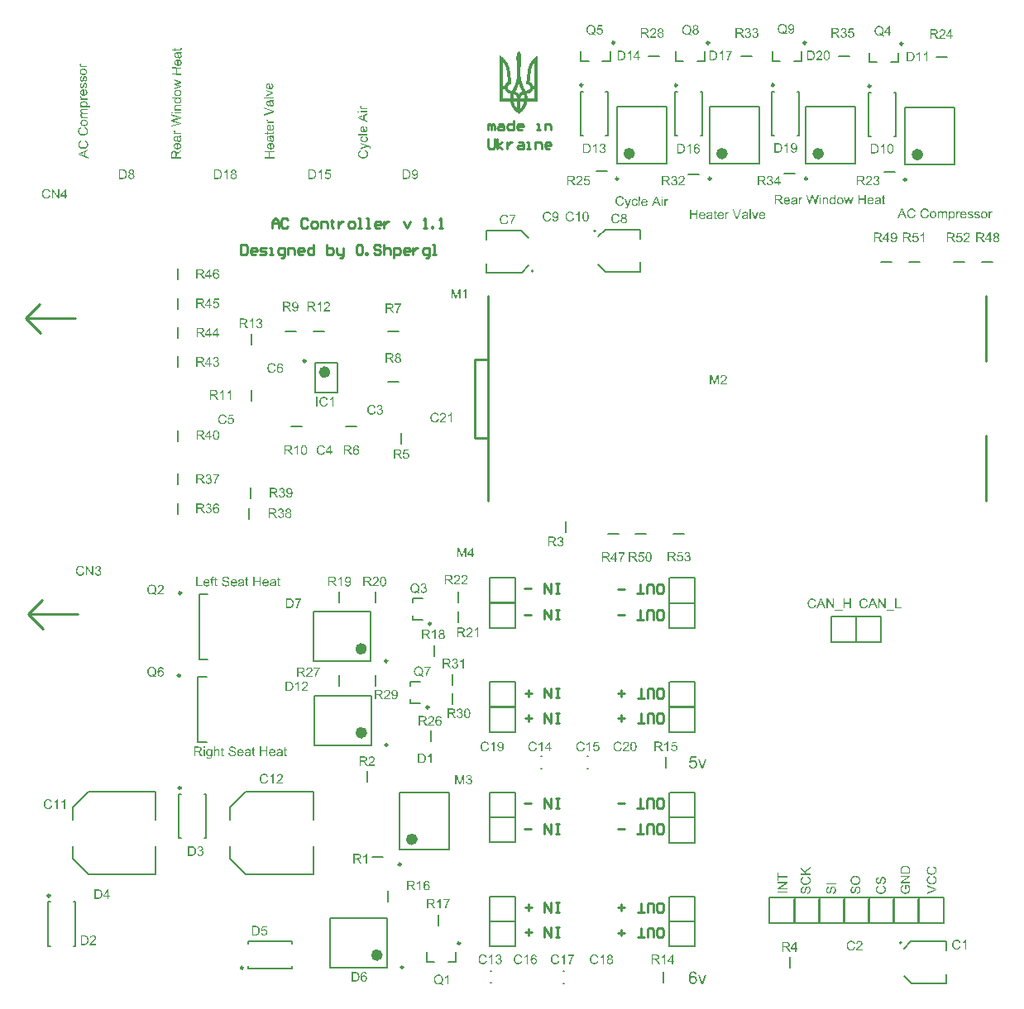
<source format=gbr>
G04*
G04 #@! TF.GenerationSoftware,Altium Limited,Altium Designer,23.4.1 (23)*
G04*
G04 Layer_Color=65535*
%FSLAX44Y44*%
%MOMM*%
G71*
G04*
G04 #@! TF.SameCoordinates,A38F0C46-2886-41F3-B9C8-1B8298131EAA*
G04*
G04*
G04 #@! TF.FilePolarity,Positive*
G04*
G01*
G75*
%ADD10C,0.2500*%
%ADD11C,0.6000*%
%ADD12C,0.2000*%
%ADD13C,0.1500*%
%ADD14C,0.2540*%
G36*
X499519Y968613D02*
X499553Y968545D01*
X499655Y968443D01*
X499689Y968375D01*
X499825Y968240D01*
X499927Y968070D01*
X499995Y968002D01*
X500096Y967832D01*
X500317Y967510D01*
X500436Y967323D01*
X500605Y967018D01*
X500673Y966848D01*
X500707Y966780D01*
X500775Y966712D01*
X500877Y966441D01*
X500979Y966203D01*
X501148Y965830D01*
X501199Y965643D01*
X501250Y965593D01*
X501301Y965372D01*
X501335Y965236D01*
X501420Y965050D01*
X501454Y964914D01*
X501505Y964625D01*
X501539Y964490D01*
X501590Y964337D01*
X501623Y964201D01*
X501674Y963743D01*
X501708Y963540D01*
X501742Y963404D01*
X501776Y962929D01*
X501793Y961385D01*
X501759Y961283D01*
X501725Y959824D01*
X501691Y959722D01*
X501640Y958517D01*
X501606Y957635D01*
X501572Y957160D01*
X501539Y956820D01*
X501505Y956447D01*
X501471Y955768D01*
X501437Y954988D01*
X501403Y954580D01*
X501369Y954207D01*
X501335Y953766D01*
X501301Y952986D01*
X501267Y952307D01*
X501233Y951899D01*
X501199Y951560D01*
X501165Y951085D01*
X501097Y949422D01*
X501013Y947912D01*
X500979Y945740D01*
X501013Y943738D01*
X501046Y943636D01*
X501131Y942771D01*
X501165Y942296D01*
X501199Y942092D01*
X501267Y941753D01*
X501335Y941142D01*
X501369Y940972D01*
X501420Y940786D01*
X501454Y940548D01*
X501505Y940226D01*
X501539Y940090D01*
X501590Y939903D01*
X501623Y939768D01*
X501657Y939462D01*
X501691Y939360D01*
X501759Y939191D01*
X501844Y938699D01*
X501929Y938478D01*
X501963Y938240D01*
X502048Y938020D01*
X502099Y937833D01*
X502132Y937697D01*
X502166Y937494D01*
X502268Y937256D01*
X502302Y936985D01*
X502404Y936747D01*
X502438Y936611D01*
X502489Y936425D01*
X502557Y936255D01*
X502607Y936103D01*
X502641Y935899D01*
X502743Y935661D01*
X502811Y935390D01*
X502913Y935152D01*
X502964Y934932D01*
X503083Y934643D01*
X503117Y934508D01*
X503252Y934202D01*
X503303Y933981D01*
X503388Y933829D01*
X503456Y933557D01*
X503592Y933252D01*
X503643Y933065D01*
X503694Y933014D01*
X503727Y932879D01*
X503829Y932607D01*
X503897Y932437D01*
X503982Y932217D01*
X504067Y932030D01*
X504118Y931843D01*
X504236Y931555D01*
X504338Y931385D01*
X504406Y931216D01*
X504508Y931046D01*
X504576Y930876D01*
X504610Y930808D01*
X504711Y930639D01*
X504779Y930469D01*
X504847Y930401D01*
X504949Y930130D01*
X505017Y930062D01*
X505051Y929926D01*
X505153Y929756D01*
X505221Y929587D01*
X505255Y929519D01*
X505322Y929451D01*
X505390Y929281D01*
X505492Y929112D01*
X505560Y928942D01*
X505594Y928874D01*
X505662Y928806D01*
X505747Y928586D01*
X505798Y928535D01*
X505831Y928467D01*
X506137Y927890D01*
X506290Y927805D01*
X506459Y927873D01*
X506697Y927907D01*
X507019Y927958D01*
X507308Y928043D01*
X507545Y928077D01*
X507834Y928128D01*
X507969Y928161D01*
X508156Y928212D01*
X508394Y928246D01*
X508699Y928382D01*
X508886Y928433D01*
X508937Y928484D01*
X509004Y928518D01*
X509242Y928654D01*
X509479Y928823D01*
X509666Y928976D01*
X509972Y929281D01*
X510005Y929349D01*
X510107Y929451D01*
X510141Y929519D01*
X510243Y929621D01*
X510582Y930333D01*
X510633Y930588D01*
X510718Y930876D01*
X510752Y931216D01*
X510718Y931962D01*
X510684Y932064D01*
X510616Y932302D01*
X510582Y932437D01*
X510514Y932607D01*
X510413Y932845D01*
X510379Y932913D01*
X510311Y932980D01*
X510175Y933218D01*
X510107Y933286D01*
X510005Y933456D01*
X509938Y933523D01*
X509904Y933591D01*
X509785Y933676D01*
X509513Y933948D01*
X509446Y933981D01*
X509378Y934049D01*
X509310Y934083D01*
X509038Y934253D01*
X508869Y934321D01*
X508563Y934457D01*
X508428Y934491D01*
X508258Y934558D01*
X508020Y934592D01*
X507681Y934626D01*
X506850Y934609D01*
X506815Y934711D01*
X506900Y935543D01*
X506934Y935712D01*
X506968Y935916D01*
X507002Y936255D01*
X507036Y936696D01*
X507104Y937104D01*
X507240Y938325D01*
X507274Y938529D01*
X507325Y938987D01*
X507375Y939513D01*
X507443Y939920D01*
X507477Y940192D01*
X507511Y940633D01*
X507545Y940938D01*
X507579Y941108D01*
X507613Y941312D01*
X507647Y941617D01*
X507681Y942092D01*
X507749Y942533D01*
X507783Y942737D01*
X507817Y943076D01*
X507851Y943517D01*
X507952Y944128D01*
X507986Y944569D01*
X508020Y944909D01*
X508088Y945316D01*
X508139Y945774D01*
X508190Y946334D01*
X508224Y946538D01*
X508258Y946707D01*
X508292Y946979D01*
X508326Y947454D01*
X508360Y947725D01*
X508428Y948133D01*
X508461Y948472D01*
X508495Y948913D01*
X508529Y949117D01*
X508597Y949388D01*
X508665Y949931D01*
X508733Y950203D01*
X508784Y950389D01*
X508835Y950712D01*
X508869Y950847D01*
X508920Y951000D01*
X508954Y951136D01*
X509004Y951391D01*
X509089Y951611D01*
X509123Y951747D01*
X509157Y951950D01*
X509259Y952188D01*
X509293Y952324D01*
X509344Y952510D01*
X509429Y952697D01*
X509496Y952969D01*
X509598Y953206D01*
X509683Y953427D01*
X509768Y953613D01*
X509819Y953800D01*
X509870Y953851D01*
X509938Y954020D01*
X509989Y954207D01*
X510073Y954292D01*
X510124Y954479D01*
X510243Y954699D01*
X510328Y954920D01*
X510379Y954971D01*
X510481Y955242D01*
X510549Y955310D01*
X510633Y955531D01*
X510718Y955615D01*
X510803Y955836D01*
X510854Y955887D01*
X510922Y956057D01*
X510956Y956124D01*
X511058Y956226D01*
X511091Y956362D01*
X511193Y956464D01*
X511363Y956769D01*
X511499Y957007D01*
X511567Y957075D01*
X511600Y957177D01*
X511702Y957278D01*
X511804Y957448D01*
X511940Y957652D01*
X511974Y957719D01*
X512042Y957787D01*
X512076Y957855D01*
X512313Y958161D01*
X512483Y958398D01*
X512551Y958466D01*
X512585Y958534D01*
X512653Y958602D01*
X512686Y958670D01*
X512839Y958856D01*
X512890Y958907D01*
X512924Y958975D01*
X513060Y959111D01*
X513094Y959179D01*
X513162Y959213D01*
X513195Y959280D01*
X513331Y959416D01*
X513365Y959484D01*
X513637Y959756D01*
X513671Y959824D01*
X513908Y960061D01*
X513942Y960129D01*
X514604Y960791D01*
X514672Y960825D01*
X515011Y961164D01*
X515079Y961198D01*
X515215Y961334D01*
X515283Y961368D01*
X515316Y961435D01*
X515384Y961469D01*
X515554Y961639D01*
X515622Y961673D01*
X515758Y961809D01*
X515826Y961843D01*
X515927Y961945D01*
X515995Y961978D01*
X516097Y962080D01*
X516165Y962114D01*
X516352Y962267D01*
X516470Y962352D01*
X516572Y962454D01*
X516674Y962487D01*
X516776Y962589D01*
X516843Y962623D01*
X517081Y962793D01*
X517149Y962827D01*
X517251Y962929D01*
X517421Y963030D01*
X517658Y963200D01*
X517896Y963336D01*
X517963Y963404D01*
X518133Y963472D01*
X518201Y963540D01*
X518710Y963811D01*
X518744Y963879D01*
X518880Y963845D01*
X518897Y916793D01*
X518812Y916708D01*
X508020Y916674D01*
X507969Y916522D01*
X507919Y916301D01*
X507868Y916114D01*
X507834Y915979D01*
X507783Y915656D01*
X507715Y915487D01*
X507664Y915300D01*
X507630Y915028D01*
X507494Y914723D01*
X507460Y914519D01*
X507359Y914282D01*
X507291Y914010D01*
X507155Y913705D01*
X507121Y913535D01*
X507053Y913467D01*
X507019Y913332D01*
X506934Y913111D01*
X506883Y913060D01*
X506833Y912874D01*
X506680Y912517D01*
X506578Y912347D01*
X506510Y912178D01*
X506239Y911669D01*
X506171Y911499D01*
X506137Y911431D01*
X506069Y911363D01*
X505798Y910854D01*
X505730Y910786D01*
X505662Y910617D01*
X505594Y910549D01*
X505458Y910311D01*
X505390Y910244D01*
X505255Y910006D01*
X505085Y909768D01*
X504796Y909344D01*
X504711Y909259D01*
X504678Y909192D01*
X504576Y909090D01*
X504474Y908920D01*
X504406Y908852D01*
X504372Y908784D01*
X504236Y908649D01*
X504202Y908581D01*
X504067Y908445D01*
X504033Y908377D01*
X503863Y908207D01*
X503846Y908156D01*
X503795Y908139D01*
X503761Y908072D01*
X503558Y907868D01*
X503524Y907800D01*
X503049Y907325D01*
X503032Y907274D01*
X502964Y907240D01*
X502489Y906765D01*
X502421Y906731D01*
X502251Y906562D01*
X502183Y906527D01*
X501912Y906256D01*
X501844Y906222D01*
X501708Y906086D01*
X501640Y906052D01*
X501539Y905951D01*
X501471Y905917D01*
X501284Y905764D01*
X501165Y905679D01*
X501097Y905611D01*
X501030Y905577D01*
X500894Y905442D01*
X500826Y905408D01*
X500690Y905272D01*
X500622Y905238D01*
X500554Y905136D01*
X500487Y905102D01*
X500164Y904780D01*
X500130Y904712D01*
X499995Y904576D01*
X499961Y904508D01*
X499825Y904373D01*
X499791Y904305D01*
X499689Y904203D01*
X499553Y903965D01*
X499401Y903745D01*
X499265Y903779D01*
X499214Y903830D01*
X499112Y903999D01*
X498976Y904237D01*
X498875Y904339D01*
X498841Y904407D01*
X498705Y904542D01*
X498671Y904610D01*
X498535Y904746D01*
X498501Y904814D01*
X498043Y905272D01*
X497975Y905306D01*
X497840Y905442D01*
X497772Y905475D01*
X497636Y905611D01*
X497568Y905645D01*
X497466Y905747D01*
X497398Y905781D01*
X497297Y905883D01*
X497229Y905917D01*
X497042Y906069D01*
X496923Y906154D01*
X496822Y906256D01*
X496754Y906290D01*
X496482Y906562D01*
X496414Y906595D01*
X496245Y906765D01*
X496177Y906799D01*
X495532Y907444D01*
X495481Y907461D01*
X495447Y907529D01*
X495108Y907868D01*
X495074Y907936D01*
X494938Y908072D01*
X494904Y908139D01*
X494633Y908411D01*
X494599Y908479D01*
X494463Y908615D01*
X494429Y908682D01*
X494327Y908784D01*
X494293Y908852D01*
X494157Y908988D01*
X494056Y909157D01*
X493954Y909259D01*
X493920Y909327D01*
X493852Y909395D01*
X493818Y909463D01*
X493648Y909700D01*
X493615Y909768D01*
X493513Y909870D01*
X493411Y910040D01*
X493275Y910277D01*
X493173Y910379D01*
X492766Y911092D01*
X492597Y911397D01*
X492529Y911465D01*
X492478Y911652D01*
X492393Y911737D01*
X492308Y911957D01*
X492189Y912178D01*
X492121Y912347D01*
X492053Y912415D01*
X492003Y912602D01*
X491884Y912823D01*
X491782Y913094D01*
X491680Y913332D01*
X491646Y913467D01*
X491578Y913535D01*
X491544Y913671D01*
X491494Y913858D01*
X491375Y914146D01*
X491324Y914333D01*
X491239Y914519D01*
X491154Y914876D01*
X491069Y915062D01*
X491035Y915300D01*
X491002Y915436D01*
X490934Y915605D01*
X490900Y915741D01*
X490866Y915979D01*
X490815Y916199D01*
X490730Y916488D01*
X490696Y916657D01*
X490645Y916708D01*
X479854Y916742D01*
X479803Y916895D01*
Y957109D01*
Y957143D01*
X479837Y963862D01*
X479955Y963879D01*
X480091Y963743D01*
X480227Y963709D01*
X480329Y963607D01*
X480804Y963336D01*
X481126Y963115D01*
X481245Y963064D01*
X481347Y962963D01*
X481584Y962827D01*
X481652Y962759D01*
X481822Y962657D01*
X482246Y962335D01*
X482297Y962284D01*
X482365Y962250D01*
X482467Y962148D01*
X482636Y962046D01*
X482704Y961978D01*
X482772Y961945D01*
X482908Y961809D01*
X482976Y961775D01*
X483111Y961639D01*
X483179Y961605D01*
X483315Y961469D01*
X483383Y961435D01*
X483688Y961130D01*
X483756Y961096D01*
X484028Y960825D01*
X484096Y960791D01*
X484825Y960061D01*
X484859Y959993D01*
X485165Y959688D01*
X485199Y959620D01*
X485368Y959450D01*
X485402Y959382D01*
X485640Y959145D01*
X485674Y959077D01*
X485809Y958941D01*
X485843Y958873D01*
X485979Y958738D01*
X486081Y958568D01*
X486149Y958500D01*
X486183Y958432D01*
X486318Y958296D01*
X486420Y958127D01*
X486488Y958059D01*
X486522Y957991D01*
X486590Y957923D01*
X486624Y957855D01*
X486777Y957669D01*
X486946Y957397D01*
X487065Y957210D01*
X487286Y956888D01*
X487337Y956769D01*
X487404Y956701D01*
X487574Y956396D01*
X487710Y956159D01*
X488049Y955548D01*
X488456Y954699D01*
X488626Y954326D01*
X488660Y954258D01*
X488728Y954190D01*
X488779Y953970D01*
X488932Y953613D01*
X488999Y953444D01*
X489101Y953206D01*
X489135Y953070D01*
X489237Y952833D01*
X489288Y952612D01*
X489373Y952459D01*
X489407Y952324D01*
X489457Y952137D01*
X489542Y951917D01*
X489576Y951781D01*
X489627Y951526D01*
X489712Y951340D01*
X489746Y951102D01*
X489780Y950966D01*
X489882Y950627D01*
X489916Y950389D01*
X489967Y950169D01*
X490017Y949982D01*
X490051Y949846D01*
X490102Y949388D01*
X490136Y949219D01*
X490187Y949032D01*
X490221Y948693D01*
X490272Y948133D01*
X490340Y947725D01*
X490374Y947454D01*
X490408Y947013D01*
X490442Y946707D01*
X490476Y946504D01*
X490509Y946334D01*
X490543Y946029D01*
X490577Y945554D01*
X490645Y945146D01*
X490696Y944688D01*
X490730Y944349D01*
X490781Y943891D01*
X490815Y943721D01*
X490849Y943517D01*
X490883Y943076D01*
X490917Y942737D01*
X490985Y942330D01*
X491035Y941871D01*
X491086Y941312D01*
X491120Y941108D01*
X491154Y940938D01*
X491188Y940667D01*
X491222Y940192D01*
X491256Y939920D01*
X491324Y939513D01*
X491358Y939208D01*
X491392Y938766D01*
X491426Y938495D01*
X491460Y938325D01*
X491494Y938122D01*
X491527Y937782D01*
X491562Y937341D01*
X491629Y936934D01*
X491765Y935712D01*
X491799Y935543D01*
X491833Y935271D01*
X491867Y934830D01*
X491884Y934643D01*
X491833Y934592D01*
X490815Y934626D01*
X490713Y934592D01*
X490408Y934558D01*
X490170Y934457D01*
X489949Y934406D01*
X489831Y934321D01*
X489661Y934253D01*
X489593Y934219D01*
X489525Y934151D01*
X489288Y934015D01*
X489220Y933948D01*
X489152Y933914D01*
X488982Y933744D01*
X488932Y933727D01*
X488898Y933659D01*
X488847Y933608D01*
X488779Y933574D01*
X488694Y933456D01*
X488626Y933388D01*
X488592Y933320D01*
X488422Y933082D01*
X488321Y932913D01*
X488253Y932743D01*
X488117Y932437D01*
X488066Y932217D01*
X487981Y931928D01*
X487947Y931487D01*
X487981Y930808D01*
X488015Y930707D01*
X488083Y930537D01*
X488168Y930181D01*
X488219Y930130D01*
X488287Y929960D01*
X488490Y929587D01*
X488592Y929485D01*
X488677Y929332D01*
X488728Y929315D01*
X488762Y929248D01*
X489118Y928891D01*
X489186Y928857D01*
X489322Y928721D01*
X489491Y928620D01*
X489797Y928450D01*
X489967Y928382D01*
X490102Y928348D01*
X490340Y928246D01*
X490628Y928195D01*
X490815Y928145D01*
X490951Y928111D01*
X491188Y928077D01*
X491477Y928026D01*
X491765Y927941D01*
X492104Y927907D01*
X492240Y927873D01*
X492410Y927805D01*
X492478Y927839D01*
X492630Y927958D01*
X492715Y928178D01*
X492766Y928229D01*
X493106Y928874D01*
X493173Y929044D01*
X493207Y929112D01*
X493275Y929180D01*
X493360Y929400D01*
X493513Y929655D01*
X493547Y929756D01*
X493615Y929824D01*
X493648Y929960D01*
X493750Y930130D01*
X493818Y930300D01*
X493920Y930469D01*
X493988Y930639D01*
X494022Y930707D01*
X494124Y930876D01*
X494192Y931046D01*
X494259Y931114D01*
X494361Y931385D01*
X494429Y931453D01*
X494463Y931589D01*
X494599Y931895D01*
X494633Y932030D01*
X494768Y932336D01*
X494802Y932471D01*
X494938Y932777D01*
X494989Y932963D01*
X495074Y933116D01*
X495108Y933252D01*
X495193Y933473D01*
X495277Y933659D01*
X495311Y933863D01*
X495447Y934168D01*
X495498Y934355D01*
X495549Y934406D01*
X495617Y934677D01*
X495752Y934983D01*
X495803Y935237D01*
X495888Y935424D01*
X495956Y935695D01*
X496058Y935933D01*
X496092Y936068D01*
X496126Y936272D01*
X496262Y936578D01*
X496296Y936781D01*
X496397Y937019D01*
X496431Y937256D01*
X496516Y937477D01*
X496567Y937663D01*
X496652Y938020D01*
X496737Y938240D01*
X496771Y938512D01*
X496872Y938749D01*
X496906Y938987D01*
X496957Y939241D01*
X497042Y939530D01*
X497076Y939768D01*
X497161Y940124D01*
X497212Y940311D01*
X497246Y940650D01*
X497331Y941006D01*
X497365Y941176D01*
X497398Y941481D01*
X497432Y941753D01*
X497466Y941956D01*
X497500Y942092D01*
X497534Y942296D01*
X497602Y943144D01*
X497670Y943755D01*
X497704Y944230D01*
X497721Y947166D01*
X497687Y947267D01*
X497653Y948828D01*
X497619Y948930D01*
X497568Y950237D01*
X497534Y951051D01*
X497500Y951526D01*
X497466Y951899D01*
X497432Y952307D01*
X497398Y952986D01*
X497365Y953766D01*
X497331Y954207D01*
X497297Y954547D01*
X497263Y954954D01*
X497229Y955768D01*
X497195Y956413D01*
X497161Y956786D01*
X497127Y957126D01*
X497093Y957601D01*
X497059Y958517D01*
X497025Y959264D01*
X496957Y960214D01*
X496923Y961368D01*
X496906Y962912D01*
X496940Y963014D01*
X496974Y963556D01*
X497008Y963658D01*
X497042Y963896D01*
X497076Y964235D01*
X497110Y964371D01*
X497212Y964710D01*
X497246Y964948D01*
X497331Y965168D01*
X497381Y965321D01*
X497432Y965542D01*
X497517Y965694D01*
X497551Y965830D01*
X497636Y966051D01*
X497687Y966102D01*
X497721Y966237D01*
X497891Y966611D01*
X498128Y967052D01*
X498298Y967357D01*
X498518Y967680D01*
X498637Y967866D01*
X498976Y968341D01*
X499044Y968409D01*
X499078Y968477D01*
X499214Y968613D01*
X499248Y968681D01*
X499367Y968732D01*
X499519Y968613D01*
D02*
G37*
G36*
X413674Y598033D02*
X413801Y598018D01*
X413956Y598004D01*
X414111Y597990D01*
X414295Y597948D01*
X414675Y597864D01*
X415098Y597737D01*
X415309Y597652D01*
X415507Y597553D01*
X415704Y597426D01*
X415901Y597300D01*
X415916Y597285D01*
X415944Y597271D01*
X416000Y597229D01*
X416071Y597159D01*
X416141Y597088D01*
X416240Y596990D01*
X416339Y596877D01*
X416451Y596764D01*
X416564Y596623D01*
X416677Y596454D01*
X416804Y596285D01*
X416917Y596101D01*
X417015Y595890D01*
X417128Y595678D01*
X417213Y595453D01*
X417297Y595199D01*
X416028Y594903D01*
Y594917D01*
X416014Y594945D01*
X415986Y595002D01*
X415958Y595072D01*
X415930Y595157D01*
X415887Y595270D01*
X415775Y595495D01*
X415634Y595749D01*
X415465Y596003D01*
X415253Y596242D01*
X415028Y596454D01*
X414999Y596482D01*
X414915Y596538D01*
X414774Y596609D01*
X414590Y596707D01*
X414351Y596792D01*
X414083Y596877D01*
X413759Y596933D01*
X413406Y596947D01*
X413294D01*
X413223Y596933D01*
X413124D01*
X413012Y596919D01*
X412744Y596877D01*
X412448Y596820D01*
X412138Y596722D01*
X411813Y596581D01*
X411517Y596397D01*
X411503D01*
X411489Y596369D01*
X411390Y596299D01*
X411264Y596186D01*
X411109Y596017D01*
X410925Y595805D01*
X410756Y595566D01*
X410601Y595270D01*
X410460Y594945D01*
Y594931D01*
X410446Y594903D01*
X410432Y594861D01*
X410418Y594790D01*
X410390Y594706D01*
X410361Y594607D01*
X410319Y594367D01*
X410263Y594086D01*
X410206Y593775D01*
X410178Y593437D01*
X410164Y593070D01*
Y593056D01*
Y593014D01*
Y592944D01*
Y592859D01*
X410178Y592760D01*
Y592634D01*
X410192Y592492D01*
X410206Y592337D01*
X410249Y591999D01*
X410319Y591633D01*
X410404Y591266D01*
X410517Y590900D01*
Y590886D01*
X410531Y590857D01*
X410559Y590815D01*
X410587Y590745D01*
X410672Y590575D01*
X410798Y590378D01*
X410953Y590152D01*
X411151Y589913D01*
X411376Y589701D01*
X411644Y589504D01*
X411658D01*
X411687Y589490D01*
X411729Y589462D01*
X411785Y589434D01*
X411856Y589405D01*
X411940Y589363D01*
X412138Y589278D01*
X412391Y589194D01*
X412673Y589123D01*
X412984Y589067D01*
X413308Y589053D01*
X413406D01*
X413491Y589067D01*
X413590D01*
X413688Y589081D01*
X413942Y589137D01*
X414238Y589208D01*
X414534Y589321D01*
X414844Y589476D01*
X414999Y589560D01*
X415140Y589673D01*
X415154Y589687D01*
X415168Y589701D01*
X415211Y589744D01*
X415267Y589786D01*
X415324Y589856D01*
X415394Y589941D01*
X415479Y590025D01*
X415549Y590138D01*
X415634Y590265D01*
X415732Y590406D01*
X415817Y590547D01*
X415901Y590716D01*
X415972Y590900D01*
X416043Y591097D01*
X416113Y591308D01*
X416169Y591534D01*
X417466Y591210D01*
Y591196D01*
X417452Y591139D01*
X417424Y591055D01*
X417382Y590942D01*
X417339Y590815D01*
X417283Y590660D01*
X417213Y590491D01*
X417128Y590308D01*
X416931Y589913D01*
X416677Y589518D01*
X416522Y589321D01*
X416367Y589123D01*
X416198Y588954D01*
X416000Y588785D01*
X415986Y588771D01*
X415958Y588743D01*
X415887Y588714D01*
X415817Y588658D01*
X415704Y588588D01*
X415591Y588517D01*
X415436Y588447D01*
X415281Y588376D01*
X415098Y588292D01*
X414901Y588221D01*
X414689Y588151D01*
X414464Y588080D01*
X414224Y588024D01*
X413970Y587996D01*
X413702Y587967D01*
X413420Y587953D01*
X413265D01*
X413153Y587967D01*
X413026D01*
X412871Y587981D01*
X412701Y588010D01*
X412504Y588038D01*
X412095Y588108D01*
X411672Y588221D01*
X411250Y588376D01*
X411052Y588475D01*
X410855Y588588D01*
X410841Y588602D01*
X410812Y588616D01*
X410756Y588658D01*
X410700Y588714D01*
X410615Y588771D01*
X410517Y588856D01*
X410404Y588954D01*
X410291Y589067D01*
X410178Y589194D01*
X410051Y589321D01*
X409798Y589645D01*
X409558Y590025D01*
X409346Y590448D01*
Y590462D01*
X409318Y590505D01*
X409304Y590575D01*
X409262Y590660D01*
X409234Y590773D01*
X409191Y590914D01*
X409135Y591069D01*
X409093Y591238D01*
X409050Y591421D01*
X408994Y591633D01*
X408923Y592070D01*
X408867Y592563D01*
X408839Y593070D01*
Y593085D01*
Y593141D01*
Y593226D01*
X408853Y593324D01*
Y593465D01*
X408867Y593606D01*
X408881Y593789D01*
X408909Y593973D01*
X408980Y594381D01*
X409079Y594833D01*
X409220Y595284D01*
X409417Y595721D01*
X409431Y595735D01*
X409445Y595777D01*
X409473Y595834D01*
X409530Y595904D01*
X409586Y596003D01*
X409657Y596115D01*
X409840Y596369D01*
X410079Y596651D01*
X410361Y596933D01*
X410686Y597215D01*
X411066Y597455D01*
X411080Y597469D01*
X411123Y597483D01*
X411179Y597511D01*
X411250Y597553D01*
X411362Y597596D01*
X411475Y597638D01*
X411616Y597694D01*
X411771Y597751D01*
X411940Y597807D01*
X412123Y597864D01*
X412518Y597948D01*
X412969Y598018D01*
X413435Y598047D01*
X413576D01*
X413674Y598033D01*
D02*
G37*
G36*
X430661Y588122D02*
X429463D01*
Y595749D01*
X429449Y595735D01*
X429378Y595678D01*
X429294Y595594D01*
X429153Y595495D01*
X428998Y595368D01*
X428800Y595227D01*
X428575Y595072D01*
X428321Y594917D01*
X428307D01*
X428293Y594903D01*
X428208Y594847D01*
X428067Y594776D01*
X427898Y594692D01*
X427701Y594593D01*
X427489Y594494D01*
X427278Y594396D01*
X427066Y594311D01*
Y595467D01*
X427080D01*
X427109Y595495D01*
X427165Y595509D01*
X427235Y595552D01*
X427320Y595594D01*
X427419Y595650D01*
X427658Y595791D01*
X427940Y595946D01*
X428222Y596144D01*
X428518Y596369D01*
X428814Y596609D01*
X428829Y596623D01*
X428843Y596637D01*
X428885Y596679D01*
X428941Y596722D01*
X429068Y596863D01*
X429237Y597032D01*
X429407Y597229D01*
X429590Y597455D01*
X429745Y597680D01*
X429886Y597920D01*
X430661D01*
Y588122D01*
D02*
G37*
G36*
X422034Y597906D02*
X422146Y597892D01*
X422287Y597878D01*
X422443Y597849D01*
X422598Y597821D01*
X422964Y597723D01*
X423331Y597581D01*
X423514Y597497D01*
X423697Y597398D01*
X423866Y597271D01*
X424021Y597130D01*
X424035Y597116D01*
X424064Y597102D01*
X424092Y597046D01*
X424148Y596990D01*
X424219Y596919D01*
X424289Y596820D01*
X424360Y596722D01*
X424444Y596595D01*
X424585Y596327D01*
X424726Y595989D01*
X424783Y595819D01*
X424811Y595622D01*
X424839Y595425D01*
X424853Y595213D01*
Y595185D01*
Y595115D01*
X424839Y595002D01*
X424825Y594847D01*
X424797Y594678D01*
X424740Y594480D01*
X424684Y594269D01*
X424599Y594057D01*
X424585Y594029D01*
X424557Y593959D01*
X424501Y593846D01*
X424416Y593691D01*
X424303Y593522D01*
X424162Y593310D01*
X423993Y593099D01*
X423796Y592859D01*
X423768Y592831D01*
X423697Y592746D01*
X423627Y592676D01*
X423556Y592605D01*
X423472Y592521D01*
X423359Y592408D01*
X423246Y592295D01*
X423105Y592168D01*
X422964Y592027D01*
X422795Y591872D01*
X422612Y591717D01*
X422414Y591534D01*
X422189Y591351D01*
X421963Y591153D01*
X421949Y591139D01*
X421921Y591111D01*
X421865Y591069D01*
X421794Y591012D01*
X421710Y590928D01*
X421611Y590843D01*
X421385Y590660D01*
X421146Y590448D01*
X420920Y590237D01*
X420723Y590054D01*
X420638Y589983D01*
X420568Y589913D01*
X420554Y589899D01*
X420511Y589856D01*
X420455Y589800D01*
X420384Y589715D01*
X420314Y589617D01*
X420229Y589518D01*
X420060Y589278D01*
X424867D01*
Y588122D01*
X418397D01*
Y588136D01*
Y588193D01*
Y588278D01*
X418411Y588390D01*
X418425Y588517D01*
X418453Y588658D01*
X418481Y588799D01*
X418538Y588954D01*
Y588968D01*
X418552Y588982D01*
X418580Y589067D01*
X418636Y589194D01*
X418721Y589363D01*
X418834Y589560D01*
X418975Y589786D01*
X419130Y590011D01*
X419327Y590251D01*
Y590265D01*
X419355Y590279D01*
X419426Y590364D01*
X419553Y590491D01*
X419736Y590674D01*
X419947Y590886D01*
X420215Y591139D01*
X420539Y591421D01*
X420892Y591717D01*
X420906Y591731D01*
X420962Y591774D01*
X421047Y591844D01*
X421146Y591929D01*
X421273Y592041D01*
X421428Y592168D01*
X421583Y592309D01*
X421766Y592464D01*
X422118Y592803D01*
X422471Y593141D01*
X422640Y593310D01*
X422795Y593479D01*
X422936Y593634D01*
X423049Y593789D01*
Y593803D01*
X423077Y593818D01*
X423105Y593860D01*
X423133Y593916D01*
X423232Y594071D01*
X423345Y594255D01*
X423443Y594480D01*
X423542Y594720D01*
X423599Y594988D01*
X423627Y595241D01*
Y595256D01*
Y595270D01*
X423613Y595354D01*
X423599Y595495D01*
X423556Y595650D01*
X423500Y595848D01*
X423401Y596045D01*
X423274Y596242D01*
X423105Y596440D01*
X423077Y596468D01*
X423006Y596524D01*
X422908Y596595D01*
X422753Y596693D01*
X422555Y596778D01*
X422330Y596863D01*
X422062Y596919D01*
X421766Y596933D01*
X421681D01*
X421625Y596919D01*
X421456Y596905D01*
X421258Y596863D01*
X421047Y596806D01*
X420807Y596707D01*
X420582Y596581D01*
X420370Y596412D01*
X420342Y596383D01*
X420286Y596313D01*
X420201Y596200D01*
X420117Y596031D01*
X420018Y595834D01*
X419933Y595580D01*
X419877Y595298D01*
X419849Y594974D01*
X418622Y595101D01*
Y595115D01*
X418636Y595157D01*
Y595227D01*
X418650Y595326D01*
X418679Y595439D01*
X418707Y595566D01*
X418749Y595721D01*
X418791Y595876D01*
X418904Y596214D01*
X419073Y596553D01*
X419172Y596722D01*
X419299Y596891D01*
X419426Y597046D01*
X419567Y597187D01*
X419581Y597201D01*
X419609Y597215D01*
X419651Y597257D01*
X419722Y597300D01*
X419806Y597356D01*
X419905Y597412D01*
X420018Y597483D01*
X420159Y597553D01*
X420314Y597624D01*
X420483Y597694D01*
X420666Y597751D01*
X420864Y597807D01*
X421075Y597849D01*
X421301Y597892D01*
X421540Y597906D01*
X421794Y597920D01*
X421935D01*
X422034Y597906D01*
D02*
G37*
G36*
X297293Y564783D02*
X297420Y564768D01*
X297575Y564754D01*
X297730Y564740D01*
X297913Y564698D01*
X298294Y564613D01*
X298717Y564487D01*
X298928Y564402D01*
X299126Y564303D01*
X299323Y564176D01*
X299520Y564050D01*
X299534Y564035D01*
X299563Y564021D01*
X299619Y563979D01*
X299689Y563909D01*
X299760Y563838D01*
X299859Y563740D01*
X299957Y563627D01*
X300070Y563514D01*
X300183Y563373D01*
X300296Y563204D01*
X300422Y563035D01*
X300535Y562851D01*
X300634Y562640D01*
X300747Y562428D01*
X300831Y562203D01*
X300916Y561949D01*
X299647Y561653D01*
Y561667D01*
X299633Y561695D01*
X299605Y561752D01*
X299577Y561822D01*
X299548Y561907D01*
X299506Y562020D01*
X299393Y562245D01*
X299252Y562499D01*
X299083Y562753D01*
X298872Y562992D01*
X298646Y563204D01*
X298618Y563232D01*
X298533Y563288D01*
X298393Y563359D01*
X298209Y563457D01*
X297970Y563542D01*
X297702Y563627D01*
X297377Y563683D01*
X297025Y563697D01*
X296912D01*
X296842Y563683D01*
X296743D01*
X296630Y563669D01*
X296363Y563627D01*
X296066Y563570D01*
X295756Y563472D01*
X295432Y563331D01*
X295136Y563147D01*
X295122D01*
X295108Y563119D01*
X295009Y563049D01*
X294882Y562936D01*
X294727Y562767D01*
X294544Y562555D01*
X294375Y562316D01*
X294220Y562020D01*
X294079Y561695D01*
Y561681D01*
X294065Y561653D01*
X294051Y561611D01*
X294037Y561540D01*
X294008Y561456D01*
X293980Y561357D01*
X293938Y561117D01*
X293881Y560835D01*
X293825Y560525D01*
X293797Y560187D01*
X293783Y559821D01*
Y559806D01*
Y559764D01*
Y559694D01*
Y559609D01*
X293797Y559510D01*
Y559384D01*
X293811Y559243D01*
X293825Y559087D01*
X293867Y558749D01*
X293938Y558383D01*
X294022Y558016D01*
X294135Y557650D01*
Y557635D01*
X294149Y557607D01*
X294177Y557565D01*
X294206Y557495D01*
X294290Y557325D01*
X294417Y557128D01*
X294572Y556902D01*
X294770Y556663D01*
X294995Y556451D01*
X295263Y556254D01*
X295277D01*
X295305Y556240D01*
X295348Y556212D01*
X295404Y556184D01*
X295474Y556155D01*
X295559Y556113D01*
X295756Y556028D01*
X296010Y555944D01*
X296292Y555873D01*
X296602Y555817D01*
X296926Y555803D01*
X297025D01*
X297110Y555817D01*
X297208D01*
X297307Y555831D01*
X297561Y555887D01*
X297857Y555958D01*
X298153Y556071D01*
X298463Y556226D01*
X298618Y556310D01*
X298759Y556423D01*
X298773Y556437D01*
X298787Y556451D01*
X298829Y556494D01*
X298886Y556536D01*
X298942Y556606D01*
X299013Y556691D01*
X299097Y556776D01*
X299168Y556888D01*
X299252Y557015D01*
X299351Y557156D01*
X299436Y557297D01*
X299520Y557466D01*
X299591Y557650D01*
X299661Y557847D01*
X299732Y558058D01*
X299788Y558284D01*
X301085Y557960D01*
Y557946D01*
X301071Y557889D01*
X301043Y557805D01*
X301000Y557692D01*
X300958Y557565D01*
X300902Y557410D01*
X300831Y557241D01*
X300747Y557057D01*
X300549Y556663D01*
X300296Y556268D01*
X300140Y556071D01*
X299986Y555873D01*
X299816Y555704D01*
X299619Y555535D01*
X299605Y555521D01*
X299577Y555493D01*
X299506Y555465D01*
X299436Y555408D01*
X299323Y555338D01*
X299210Y555267D01*
X299055Y555197D01*
X298900Y555126D01*
X298717Y555042D01*
X298519Y554971D01*
X298308Y554901D01*
X298082Y554830D01*
X297843Y554774D01*
X297589Y554746D01*
X297321Y554717D01*
X297039Y554703D01*
X296884D01*
X296771Y554717D01*
X296644D01*
X296489Y554731D01*
X296320Y554760D01*
X296123Y554788D01*
X295714Y554858D01*
X295291Y554971D01*
X294868Y555126D01*
X294671Y555225D01*
X294474Y555338D01*
X294459Y555352D01*
X294431Y555366D01*
X294375Y555408D01*
X294319Y555465D01*
X294234Y555521D01*
X294135Y555606D01*
X294022Y555704D01*
X293910Y555817D01*
X293797Y555944D01*
X293670Y556071D01*
X293416Y556395D01*
X293177Y556776D01*
X292965Y557198D01*
Y557213D01*
X292937Y557255D01*
X292923Y557325D01*
X292881Y557410D01*
X292852Y557523D01*
X292810Y557664D01*
X292754Y557819D01*
X292711Y557988D01*
X292669Y558171D01*
X292613Y558383D01*
X292542Y558820D01*
X292486Y559313D01*
X292458Y559821D01*
Y559835D01*
Y559891D01*
Y559976D01*
X292472Y560074D01*
Y560215D01*
X292486Y560356D01*
X292500Y560539D01*
X292528Y560723D01*
X292599Y561132D01*
X292697Y561583D01*
X292838Y562034D01*
X293036Y562471D01*
X293050Y562485D01*
X293064Y562527D01*
X293092Y562584D01*
X293148Y562654D01*
X293205Y562753D01*
X293275Y562865D01*
X293459Y563119D01*
X293698Y563401D01*
X293980Y563683D01*
X294304Y563965D01*
X294685Y564205D01*
X294699Y564219D01*
X294741Y564233D01*
X294798Y564261D01*
X294868Y564303D01*
X294981Y564346D01*
X295094Y564388D01*
X295235Y564444D01*
X295390Y564501D01*
X295559Y564557D01*
X295742Y564613D01*
X296137Y564698D01*
X296588Y564768D01*
X297053Y564797D01*
X297194D01*
X297293Y564783D01*
D02*
G37*
G36*
X307217Y558312D02*
X308542D01*
Y557213D01*
X307217D01*
Y554872D01*
X306019D01*
Y557213D01*
X301776D01*
Y558312D01*
X306245Y564628D01*
X307217D01*
Y558312D01*
D02*
G37*
G36*
X233863Y694469D02*
X234046Y694441D01*
X234272Y694399D01*
X234526Y694328D01*
X234780Y694244D01*
X235033Y694131D01*
X235047D01*
X235061Y694117D01*
X235146Y694074D01*
X235273Y693990D01*
X235414Y693891D01*
X235583Y693750D01*
X235752Y693595D01*
X235921Y693412D01*
X236062Y693201D01*
X236077Y693172D01*
X236119Y693102D01*
X236175Y692975D01*
X236246Y692820D01*
X236316Y692637D01*
X236373Y692425D01*
X236415Y692186D01*
X236429Y691946D01*
Y691918D01*
Y691833D01*
X236415Y691720D01*
X236387Y691565D01*
X236344Y691382D01*
X236274Y691185D01*
X236189Y690987D01*
X236077Y690790D01*
X236062Y690762D01*
X236020Y690705D01*
X235935Y690607D01*
X235823Y690494D01*
X235682Y690367D01*
X235513Y690226D01*
X235315Y690099D01*
X235076Y689972D01*
X235090D01*
X235118Y689958D01*
X235160Y689944D01*
X235217Y689930D01*
X235372Y689874D01*
X235569Y689789D01*
X235795Y689676D01*
X236020Y689535D01*
X236232Y689352D01*
X236429Y689140D01*
X236443Y689112D01*
X236499Y689028D01*
X236584Y688887D01*
X236669Y688704D01*
X236753Y688478D01*
X236838Y688210D01*
X236894Y687900D01*
X236908Y687562D01*
Y687548D01*
Y687505D01*
Y687435D01*
X236894Y687350D01*
X236880Y687237D01*
X236852Y687111D01*
X236824Y686970D01*
X236795Y686814D01*
X236683Y686476D01*
X236598Y686293D01*
X236514Y686124D01*
X236401Y685940D01*
X236274Y685757D01*
X236133Y685574D01*
X235964Y685405D01*
X235950Y685391D01*
X235921Y685362D01*
X235865Y685320D01*
X235795Y685264D01*
X235710Y685193D01*
X235597Y685123D01*
X235470Y685038D01*
X235315Y684968D01*
X235160Y684883D01*
X234977Y684799D01*
X234794Y684728D01*
X234582Y684658D01*
X234357Y684601D01*
X234117Y684559D01*
X233877Y684531D01*
X233610Y684517D01*
X233483D01*
X233398Y684531D01*
X233285Y684545D01*
X233158Y684559D01*
X233017Y684587D01*
X232862Y684615D01*
X232524Y684700D01*
X232172Y684841D01*
X231988Y684926D01*
X231819Y685024D01*
X231650Y685151D01*
X231481Y685278D01*
X231467Y685292D01*
X231439Y685320D01*
X231396Y685362D01*
X231354Y685419D01*
X231283Y685489D01*
X231213Y685588D01*
X231128Y685687D01*
X231044Y685814D01*
X230959Y685955D01*
X230875Y686096D01*
X230720Y686434D01*
X230593Y686829D01*
X230550Y687040D01*
X230522Y687266D01*
X231721Y687421D01*
Y687407D01*
X231735Y687378D01*
X231749Y687322D01*
X231763Y687252D01*
X231777Y687167D01*
X231805Y687068D01*
X231876Y686857D01*
X231974Y686603D01*
X232101Y686363D01*
X232242Y686138D01*
X232411Y685940D01*
X232439Y685926D01*
X232496Y685870D01*
X232609Y685799D01*
X232750Y685729D01*
X232919Y685645D01*
X233130Y685574D01*
X233370Y685518D01*
X233624Y685503D01*
X233708D01*
X233765Y685518D01*
X233920Y685532D01*
X234117Y685574D01*
X234343Y685645D01*
X234582Y685743D01*
X234822Y685884D01*
X235047Y686081D01*
X235076Y686110D01*
X235146Y686194D01*
X235231Y686321D01*
X235343Y686490D01*
X235456Y686702D01*
X235541Y686941D01*
X235611Y687223D01*
X235639Y687533D01*
Y687548D01*
Y687576D01*
Y687618D01*
X235625Y687674D01*
X235611Y687830D01*
X235569Y688013D01*
X235513Y688238D01*
X235414Y688464D01*
X235273Y688689D01*
X235090Y688901D01*
X235061Y688929D01*
X234991Y688986D01*
X234878Y689070D01*
X234723Y689169D01*
X234526Y689267D01*
X234286Y689352D01*
X234018Y689408D01*
X233722Y689437D01*
X233595D01*
X233497Y689423D01*
X233370Y689408D01*
X233229Y689380D01*
X233060Y689352D01*
X232876Y689310D01*
X233017Y690367D01*
X233088D01*
X233144Y690353D01*
X233328D01*
X233483Y690381D01*
X233666Y690409D01*
X233877Y690452D01*
X234117Y690522D01*
X234343Y690621D01*
X234582Y690748D01*
X234596D01*
X234610Y690762D01*
X234681Y690818D01*
X234780Y690917D01*
X234892Y691044D01*
X235005Y691227D01*
X235104Y691438D01*
X235174Y691678D01*
X235203Y691819D01*
Y691974D01*
Y691988D01*
Y692002D01*
Y692087D01*
X235174Y692200D01*
X235146Y692355D01*
X235090Y692524D01*
X235019Y692707D01*
X234906Y692890D01*
X234751Y693059D01*
X234737Y693074D01*
X234667Y693130D01*
X234568Y693201D01*
X234441Y693285D01*
X234272Y693355D01*
X234075Y693426D01*
X233849Y693482D01*
X233595Y693496D01*
X233483D01*
X233356Y693468D01*
X233187Y693440D01*
X233003Y693384D01*
X232820Y693313D01*
X232623Y693201D01*
X232439Y693059D01*
X232425Y693045D01*
X232369Y692975D01*
X232284Y692876D01*
X232186Y692735D01*
X232087Y692552D01*
X231988Y692327D01*
X231904Y692059D01*
X231847Y691749D01*
X230649Y691960D01*
Y691974D01*
X230663Y692016D01*
X230677Y692073D01*
X230691Y692157D01*
X230720Y692256D01*
X230762Y692369D01*
X230847Y692637D01*
X230987Y692947D01*
X231157Y693257D01*
X231368Y693553D01*
X231636Y693821D01*
X231650Y693835D01*
X231678Y693849D01*
X231721Y693877D01*
X231777Y693919D01*
X231847Y693976D01*
X231946Y694032D01*
X232045Y694089D01*
X232172Y694159D01*
X232454Y694272D01*
X232778Y694385D01*
X233158Y694455D01*
X233356Y694483D01*
X233708D01*
X233863Y694469D01*
D02*
G37*
G36*
X227435Y684686D02*
X226237D01*
Y692312D01*
X226223Y692298D01*
X226152Y692242D01*
X226068Y692157D01*
X225927Y692059D01*
X225772Y691932D01*
X225574Y691791D01*
X225349Y691636D01*
X225095Y691481D01*
X225081D01*
X225067Y691467D01*
X224982Y691410D01*
X224841Y691340D01*
X224672Y691255D01*
X224475Y691156D01*
X224263Y691058D01*
X224052Y690959D01*
X223840Y690874D01*
Y692030D01*
X223854D01*
X223883Y692059D01*
X223939Y692073D01*
X224009Y692115D01*
X224094Y692157D01*
X224193Y692214D01*
X224432Y692355D01*
X224714Y692510D01*
X224996Y692707D01*
X225292Y692933D01*
X225588Y693172D01*
X225602Y693186D01*
X225616Y693201D01*
X225659Y693243D01*
X225715Y693285D01*
X225842Y693426D01*
X226011Y693595D01*
X226180Y693792D01*
X226364Y694018D01*
X226519Y694244D01*
X226660Y694483D01*
X227435D01*
Y684686D01*
D02*
G37*
G36*
X218230Y694427D02*
X218357D01*
X218653Y694413D01*
X218963Y694370D01*
X219301Y694328D01*
X219611Y694258D01*
X219766Y694215D01*
X219893Y694173D01*
X219907D01*
X219921Y694159D01*
X220006Y694117D01*
X220133Y694060D01*
X220288Y693962D01*
X220457Y693835D01*
X220640Y693666D01*
X220809Y693468D01*
X220979Y693243D01*
Y693229D01*
X220993Y693215D01*
X221049Y693130D01*
X221105Y692989D01*
X221190Y692806D01*
X221261Y692594D01*
X221331Y692341D01*
X221373Y692073D01*
X221387Y691777D01*
Y691763D01*
Y691734D01*
Y691678D01*
X221373Y691608D01*
Y691509D01*
X221359Y691410D01*
X221303Y691171D01*
X221218Y690889D01*
X221105Y690592D01*
X220936Y690296D01*
X220823Y690155D01*
X220711Y690014D01*
X220697Y690000D01*
X220683Y689986D01*
X220640Y689944D01*
X220584Y689902D01*
X220513Y689845D01*
X220429Y689789D01*
X220316Y689718D01*
X220203Y689634D01*
X220062Y689563D01*
X219907Y689493D01*
X219738Y689408D01*
X219555Y689338D01*
X219343Y689281D01*
X219132Y689211D01*
X218892Y689169D01*
X218638Y689126D01*
X218667Y689112D01*
X218723Y689084D01*
X218808Y689028D01*
X218920Y688971D01*
X219174Y688816D01*
X219301Y688718D01*
X219414Y688633D01*
X219442Y688605D01*
X219513Y688534D01*
X219625Y688422D01*
X219766Y688281D01*
X219921Y688083D01*
X220105Y687872D01*
X220288Y687618D01*
X220485Y687336D01*
X222163Y684686D01*
X220556D01*
X219273Y686716D01*
Y686730D01*
X219245Y686758D01*
X219216Y686800D01*
X219174Y686857D01*
X219076Y687012D01*
X218949Y687209D01*
X218794Y687421D01*
X218638Y687646D01*
X218483Y687858D01*
X218342Y688055D01*
X218328Y688069D01*
X218286Y688126D01*
X218216Y688210D01*
X218117Y688309D01*
X217906Y688520D01*
X217793Y688619D01*
X217680Y688704D01*
X217666Y688718D01*
X217638Y688732D01*
X217581Y688760D01*
X217497Y688802D01*
X217412Y688845D01*
X217313Y688887D01*
X217088Y688957D01*
X217074D01*
X217045Y688971D01*
X216989D01*
X216919Y688986D01*
X216820Y689000D01*
X216707D01*
X216552Y689014D01*
X214889D01*
Y684686D01*
X213592D01*
Y694441D01*
X218117D01*
X218230Y694427D01*
D02*
G37*
G36*
X255315Y648656D02*
X255413D01*
X255526Y648642D01*
X255794Y648585D01*
X256090Y648515D01*
X256400Y648402D01*
X256710Y648233D01*
X256865Y648134D01*
X257006Y648021D01*
X257020Y648007D01*
X257034Y647993D01*
X257077Y647951D01*
X257119Y647909D01*
X257190Y647838D01*
X257246Y647754D01*
X257401Y647556D01*
X257556Y647302D01*
X257697Y646992D01*
X257824Y646640D01*
X257908Y646245D01*
X256710Y646146D01*
Y646161D01*
X256696Y646175D01*
X256682Y646259D01*
X256640Y646386D01*
X256583Y646541D01*
X256527Y646710D01*
X256442Y646880D01*
X256344Y647035D01*
X256245Y647161D01*
X256217Y647190D01*
X256160Y647246D01*
X256062Y647331D01*
X255921Y647429D01*
X255737Y647514D01*
X255540Y647598D01*
X255301Y647655D01*
X255047Y647683D01*
X254948D01*
X254835Y647669D01*
X254708Y647641D01*
X254539Y647598D01*
X254370Y647542D01*
X254201Y647472D01*
X254032Y647359D01*
X254004Y647345D01*
X253933Y647288D01*
X253834Y647190D01*
X253708Y647049D01*
X253566Y646880D01*
X253412Y646682D01*
X253270Y646428D01*
X253130Y646146D01*
Y646132D01*
X253115Y646104D01*
X253101Y646062D01*
X253073Y646005D01*
X253059Y645921D01*
X253031Y645822D01*
X253003Y645710D01*
X252974Y645568D01*
X252932Y645413D01*
X252904Y645244D01*
X252876Y645061D01*
X252862Y644864D01*
X252833Y644638D01*
X252819Y644413D01*
X252805Y644159D01*
Y643905D01*
X252819Y643919D01*
X252876Y644004D01*
X252974Y644117D01*
X253101Y644258D01*
X253242Y644427D01*
X253426Y644582D01*
X253623Y644737D01*
X253848Y644878D01*
X253863D01*
X253877Y644892D01*
X253961Y644934D01*
X254088Y644976D01*
X254257Y645047D01*
X254455Y645103D01*
X254680Y645146D01*
X254920Y645188D01*
X255174Y645202D01*
X255286D01*
X255371Y645188D01*
X255484Y645174D01*
X255597Y645160D01*
X255737Y645132D01*
X255879Y645089D01*
X256203Y644990D01*
X256372Y644920D01*
X256541Y644821D01*
X256710Y644723D01*
X256893Y644610D01*
X257063Y644469D01*
X257218Y644314D01*
X257232Y644300D01*
X257260Y644272D01*
X257302Y644229D01*
X257344Y644159D01*
X257415Y644060D01*
X257486Y643961D01*
X257556Y643835D01*
X257641Y643694D01*
X257725Y643539D01*
X257796Y643369D01*
X257866Y643172D01*
X257937Y642975D01*
X257979Y642763D01*
X258021Y642524D01*
X258049Y642284D01*
X258064Y642030D01*
Y642016D01*
Y641988D01*
Y641946D01*
Y641875D01*
X258049Y641790D01*
Y641706D01*
X258007Y641480D01*
X257965Y641212D01*
X257894Y640931D01*
X257796Y640620D01*
X257655Y640324D01*
Y640310D01*
X257641Y640296D01*
X257612Y640254D01*
X257584Y640198D01*
X257500Y640057D01*
X257373Y639873D01*
X257218Y639676D01*
X257034Y639479D01*
X256809Y639281D01*
X256569Y639112D01*
X256555D01*
X256541Y639098D01*
X256499Y639070D01*
X256442Y639056D01*
X256301Y638985D01*
X256118Y638915D01*
X255879Y638830D01*
X255611Y638774D01*
X255315Y638717D01*
X254990Y638703D01*
X254920D01*
X254849Y638717D01*
X254737D01*
X254610Y638731D01*
X254469Y638760D01*
X254300Y638802D01*
X254130Y638844D01*
X253933Y638901D01*
X253736Y638971D01*
X253538Y639056D01*
X253327Y639169D01*
X253130Y639295D01*
X252932Y639436D01*
X252735Y639605D01*
X252552Y639803D01*
X252537Y639817D01*
X252509Y639859D01*
X252467Y639916D01*
X252411Y640014D01*
X252326Y640141D01*
X252255Y640282D01*
X252171Y640465D01*
X252086Y640663D01*
X251988Y640902D01*
X251903Y641170D01*
X251833Y641466D01*
X251762Y641790D01*
X251692Y642157D01*
X251649Y642552D01*
X251621Y642975D01*
X251607Y643426D01*
Y643440D01*
Y643454D01*
Y643496D01*
Y643553D01*
X251621Y643694D01*
Y643891D01*
X251635Y644117D01*
X251663Y644384D01*
X251692Y644680D01*
X251734Y645005D01*
X251790Y645329D01*
X251861Y645681D01*
X251945Y646020D01*
X252044Y646358D01*
X252171Y646682D01*
X252312Y646992D01*
X252467Y647288D01*
X252650Y647542D01*
X252664Y647556D01*
X252693Y647584D01*
X252749Y647641D01*
X252819Y647725D01*
X252904Y647810D01*
X253017Y647895D01*
X253158Y648007D01*
X253299Y648106D01*
X253468Y648205D01*
X253651Y648317D01*
X253863Y648402D01*
X254074Y648501D01*
X254314Y648571D01*
X254567Y648628D01*
X254835Y648656D01*
X255117Y648670D01*
X255230D01*
X255315Y648656D01*
D02*
G37*
G36*
X246772Y648783D02*
X246899Y648768D01*
X247054Y648754D01*
X247209Y648740D01*
X247392Y648698D01*
X247773Y648614D01*
X248196Y648487D01*
X248407Y648402D01*
X248604Y648303D01*
X248802Y648176D01*
X248999Y648050D01*
X249013Y648036D01*
X249041Y648021D01*
X249098Y647979D01*
X249168Y647909D01*
X249239Y647838D01*
X249337Y647739D01*
X249436Y647627D01*
X249549Y647514D01*
X249662Y647373D01*
X249774Y647204D01*
X249901Y647035D01*
X250014Y646851D01*
X250113Y646640D01*
X250226Y646428D01*
X250310Y646203D01*
X250395Y645949D01*
X249126Y645653D01*
Y645667D01*
X249112Y645695D01*
X249084Y645752D01*
X249056Y645822D01*
X249027Y645907D01*
X248985Y646020D01*
X248872Y646245D01*
X248731Y646499D01*
X248562Y646753D01*
X248351Y646992D01*
X248125Y647204D01*
X248097Y647232D01*
X248012Y647288D01*
X247871Y647359D01*
X247688Y647458D01*
X247449Y647542D01*
X247181Y647627D01*
X246856Y647683D01*
X246504Y647697D01*
X246391D01*
X246321Y647683D01*
X246222D01*
X246109Y647669D01*
X245841Y647627D01*
X245545Y647570D01*
X245235Y647472D01*
X244911Y647331D01*
X244615Y647147D01*
X244601D01*
X244587Y647119D01*
X244488Y647049D01*
X244361Y646936D01*
X244206Y646767D01*
X244023Y646555D01*
X243854Y646316D01*
X243699Y646020D01*
X243558Y645695D01*
Y645681D01*
X243544Y645653D01*
X243529Y645611D01*
X243515Y645540D01*
X243487Y645456D01*
X243459Y645357D01*
X243417Y645117D01*
X243360Y644836D01*
X243304Y644525D01*
X243276Y644187D01*
X243262Y643820D01*
Y643806D01*
Y643764D01*
Y643694D01*
Y643609D01*
X243276Y643510D01*
Y643383D01*
X243290Y643242D01*
X243304Y643087D01*
X243346Y642749D01*
X243417Y642383D01*
X243501Y642016D01*
X243614Y641649D01*
Y641635D01*
X243628Y641607D01*
X243656Y641565D01*
X243685Y641495D01*
X243769Y641325D01*
X243896Y641128D01*
X244051Y640902D01*
X244248Y640663D01*
X244474Y640451D01*
X244742Y640254D01*
X244756D01*
X244784Y640240D01*
X244826Y640212D01*
X244883Y640183D01*
X244953Y640155D01*
X245038Y640113D01*
X245235Y640028D01*
X245489Y639944D01*
X245771Y639873D01*
X246081Y639817D01*
X246405Y639803D01*
X246504D01*
X246588Y639817D01*
X246687D01*
X246786Y639831D01*
X247040Y639887D01*
X247336Y639958D01*
X247632Y640071D01*
X247942Y640226D01*
X248097Y640310D01*
X248238Y640423D01*
X248252Y640437D01*
X248266Y640451D01*
X248308Y640494D01*
X248365Y640536D01*
X248421Y640606D01*
X248492Y640691D01*
X248576Y640776D01*
X248647Y640888D01*
X248731Y641015D01*
X248830Y641156D01*
X248915Y641297D01*
X248999Y641466D01*
X249070Y641649D01*
X249140Y641847D01*
X249211Y642058D01*
X249267Y642284D01*
X250564Y641960D01*
Y641946D01*
X250550Y641889D01*
X250522Y641805D01*
X250479Y641692D01*
X250437Y641565D01*
X250381Y641410D01*
X250310Y641241D01*
X250226Y641058D01*
X250028Y640663D01*
X249774Y640268D01*
X249619Y640071D01*
X249464Y639873D01*
X249295Y639704D01*
X249098Y639535D01*
X249084Y639521D01*
X249056Y639493D01*
X248985Y639464D01*
X248915Y639408D01*
X248802Y639338D01*
X248689Y639267D01*
X248534Y639197D01*
X248379Y639126D01*
X248196Y639042D01*
X247998Y638971D01*
X247787Y638901D01*
X247561Y638830D01*
X247322Y638774D01*
X247068Y638746D01*
X246800Y638717D01*
X246518Y638703D01*
X246363D01*
X246250Y638717D01*
X246123D01*
X245968Y638731D01*
X245799Y638760D01*
X245602Y638788D01*
X245193Y638858D01*
X244770Y638971D01*
X244347Y639126D01*
X244150Y639225D01*
X243952Y639338D01*
X243938Y639352D01*
X243910Y639366D01*
X243854Y639408D01*
X243797Y639464D01*
X243713Y639521D01*
X243614Y639605D01*
X243501Y639704D01*
X243389Y639817D01*
X243276Y639944D01*
X243149Y640071D01*
X242895Y640395D01*
X242656Y640776D01*
X242444Y641198D01*
Y641212D01*
X242416Y641255D01*
X242402Y641325D01*
X242359Y641410D01*
X242331Y641523D01*
X242289Y641664D01*
X242233Y641819D01*
X242190Y641988D01*
X242148Y642171D01*
X242092Y642383D01*
X242021Y642820D01*
X241965Y643313D01*
X241936Y643820D01*
Y643835D01*
Y643891D01*
Y643976D01*
X241951Y644074D01*
Y644215D01*
X241965Y644356D01*
X241979Y644539D01*
X242007Y644723D01*
X242078Y645132D01*
X242176Y645583D01*
X242317Y646034D01*
X242514Y646471D01*
X242529Y646485D01*
X242543Y646527D01*
X242571Y646583D01*
X242627Y646654D01*
X242684Y646753D01*
X242754Y646865D01*
X242937Y647119D01*
X243177Y647401D01*
X243459Y647683D01*
X243783Y647965D01*
X244164Y648205D01*
X244178Y648219D01*
X244220Y648233D01*
X244277Y648261D01*
X244347Y648303D01*
X244460Y648346D01*
X244573Y648388D01*
X244714Y648444D01*
X244869Y648501D01*
X245038Y648557D01*
X245221Y648614D01*
X245616Y648698D01*
X246067Y648768D01*
X246532Y648797D01*
X246673D01*
X246772Y648783D01*
D02*
G37*
G36*
X273199Y554872D02*
X272001D01*
Y562499D01*
X271987Y562485D01*
X271916Y562428D01*
X271832Y562344D01*
X271691Y562245D01*
X271536Y562118D01*
X271338Y561977D01*
X271113Y561822D01*
X270859Y561667D01*
X270845D01*
X270831Y561653D01*
X270746Y561597D01*
X270605Y561526D01*
X270436Y561442D01*
X270239Y561343D01*
X270027Y561244D01*
X269816Y561146D01*
X269604Y561061D01*
Y562217D01*
X269618D01*
X269647Y562245D01*
X269703Y562259D01*
X269774Y562302D01*
X269858Y562344D01*
X269957Y562400D01*
X270196Y562541D01*
X270478Y562696D01*
X270760Y562894D01*
X271056Y563119D01*
X271352Y563359D01*
X271367Y563373D01*
X271381Y563387D01*
X271423Y563429D01*
X271479Y563472D01*
X271606Y563613D01*
X271775Y563782D01*
X271945Y563979D01*
X272128Y564205D01*
X272283Y564430D01*
X272424Y564670D01*
X273199D01*
Y554872D01*
D02*
G37*
G36*
X263994Y564613D02*
X264121D01*
X264417Y564599D01*
X264727Y564557D01*
X265065Y564515D01*
X265375Y564444D01*
X265530Y564402D01*
X265657Y564360D01*
X265671D01*
X265685Y564346D01*
X265770Y564303D01*
X265897Y564247D01*
X266052Y564148D01*
X266221Y564021D01*
X266404Y563852D01*
X266574Y563655D01*
X266743Y563429D01*
Y563415D01*
X266757Y563401D01*
X266813Y563317D01*
X266870Y563176D01*
X266954Y562992D01*
X267025Y562781D01*
X267095Y562527D01*
X267137Y562259D01*
X267152Y561963D01*
Y561949D01*
Y561921D01*
Y561865D01*
X267137Y561794D01*
Y561695D01*
X267123Y561597D01*
X267067Y561357D01*
X266982Y561075D01*
X266870Y560779D01*
X266700Y560483D01*
X266588Y560342D01*
X266475Y560201D01*
X266461Y560187D01*
X266447Y560173D01*
X266404Y560131D01*
X266348Y560088D01*
X266278Y560032D01*
X266193Y559976D01*
X266080Y559905D01*
X265967Y559821D01*
X265826Y559750D01*
X265671Y559679D01*
X265502Y559595D01*
X265319Y559524D01*
X265107Y559468D01*
X264896Y559398D01*
X264656Y559355D01*
X264403Y559313D01*
X264431Y559299D01*
X264487Y559271D01*
X264572Y559214D01*
X264685Y559158D01*
X264938Y559003D01*
X265065Y558904D01*
X265178Y558820D01*
X265206Y558791D01*
X265277Y558721D01*
X265389Y558608D01*
X265530Y558467D01*
X265685Y558270D01*
X265869Y558058D01*
X266052Y557805D01*
X266249Y557523D01*
X267927Y554872D01*
X266320D01*
X265037Y556902D01*
Y556917D01*
X265009Y556945D01*
X264981Y556987D01*
X264938Y557043D01*
X264840Y557198D01*
X264713Y557396D01*
X264558Y557607D01*
X264403Y557833D01*
X264247Y558044D01*
X264107Y558242D01*
X264092Y558256D01*
X264050Y558312D01*
X263980Y558397D01*
X263881Y558495D01*
X263669Y558707D01*
X263557Y558806D01*
X263444Y558890D01*
X263430Y558904D01*
X263402Y558918D01*
X263345Y558946D01*
X263261Y558989D01*
X263176Y559031D01*
X263078Y559073D01*
X262852Y559144D01*
X262838D01*
X262810Y559158D01*
X262753D01*
X262683Y559172D01*
X262584Y559186D01*
X262471D01*
X262316Y559200D01*
X260653D01*
Y554872D01*
X259356D01*
Y564628D01*
X263881D01*
X263994Y564613D01*
D02*
G37*
G36*
X279740Y564656D02*
X279923Y564628D01*
X280135Y564585D01*
X280360Y564529D01*
X280600Y564458D01*
X280826Y564346D01*
X280840D01*
X280854Y564332D01*
X280924Y564289D01*
X281037Y564219D01*
X281178Y564120D01*
X281333Y563979D01*
X281502Y563824D01*
X281657Y563641D01*
X281812Y563429D01*
X281826Y563401D01*
X281883Y563331D01*
X281939Y563204D01*
X282038Y563021D01*
X282122Y562809D01*
X282235Y562569D01*
X282334Y562287D01*
X282418Y561977D01*
Y561963D01*
X282433Y561935D01*
X282447Y561893D01*
X282461Y561822D01*
X282475Y561738D01*
X282489Y561639D01*
X282517Y561512D01*
X282531Y561371D01*
X282560Y561216D01*
X282574Y561047D01*
X282588Y560850D01*
X282616Y560652D01*
X282630Y560427D01*
Y560201D01*
X282644Y559947D01*
Y559679D01*
Y559665D01*
Y559609D01*
Y559510D01*
Y559398D01*
X282630Y559243D01*
Y559073D01*
X282616Y558890D01*
X282602Y558693D01*
X282560Y558242D01*
X282489Y557776D01*
X282404Y557325D01*
X282348Y557114D01*
X282278Y556902D01*
Y556888D01*
X282264Y556860D01*
X282235Y556804D01*
X282207Y556733D01*
X282179Y556635D01*
X282122Y556536D01*
X282010Y556296D01*
X281869Y556043D01*
X281686Y555761D01*
X281474Y555507D01*
X281220Y555267D01*
X281206D01*
X281192Y555239D01*
X281150Y555211D01*
X281093Y555183D01*
X281023Y555140D01*
X280952Y555084D01*
X280741Y554985D01*
X280487Y554887D01*
X280191Y554788D01*
X279839Y554731D01*
X279458Y554703D01*
X279317D01*
X279219Y554717D01*
X279106Y554731D01*
X278965Y554760D01*
X278810Y554788D01*
X278640Y554830D01*
X278471Y554887D01*
X278288Y554943D01*
X278105Y555028D01*
X277922Y555126D01*
X277738Y555239D01*
X277555Y555380D01*
X277386Y555535D01*
X277231Y555704D01*
X277217Y555718D01*
X277188Y555761D01*
X277146Y555831D01*
X277076Y555944D01*
X277005Y556071D01*
X276935Y556240D01*
X276836Y556437D01*
X276751Y556663D01*
X276667Y556917D01*
X276582Y557213D01*
X276498Y557537D01*
X276427Y557903D01*
X276357Y558298D01*
X276315Y558721D01*
X276286Y559186D01*
X276272Y559679D01*
Y559694D01*
Y559750D01*
Y559849D01*
Y559962D01*
X276286Y560117D01*
Y560286D01*
X276300Y560469D01*
X276315Y560680D01*
X276357Y561117D01*
X276427Y561583D01*
X276512Y562048D01*
X276568Y562259D01*
X276625Y562471D01*
Y562485D01*
X276639Y562513D01*
X276667Y562569D01*
X276695Y562640D01*
X276723Y562739D01*
X276780Y562837D01*
X276893Y563077D01*
X277034Y563331D01*
X277217Y563599D01*
X277428Y563866D01*
X277682Y564092D01*
X277696D01*
X277710Y564120D01*
X277752Y564148D01*
X277809Y564176D01*
X277879Y564233D01*
X277964Y564275D01*
X278175Y564388D01*
X278429Y564487D01*
X278725Y564585D01*
X279077Y564642D01*
X279458Y564670D01*
X279585D01*
X279740Y564656D01*
D02*
G37*
G36*
X196487Y596283D02*
X196613Y596269D01*
X196768Y596254D01*
X196924Y596240D01*
X197107Y596198D01*
X197487Y596114D01*
X197910Y595987D01*
X198122Y595902D01*
X198319Y595803D01*
X198517Y595676D01*
X198714Y595550D01*
X198728Y595536D01*
X198756Y595521D01*
X198813Y595479D01*
X198883Y595409D01*
X198953Y595338D01*
X199052Y595239D01*
X199151Y595127D01*
X199264Y595014D01*
X199376Y594873D01*
X199489Y594704D01*
X199616Y594535D01*
X199729Y594351D01*
X199827Y594140D01*
X199940Y593928D01*
X200025Y593703D01*
X200110Y593449D01*
X198841Y593153D01*
Y593167D01*
X198827Y593195D01*
X198799Y593252D01*
X198770Y593322D01*
X198742Y593407D01*
X198700Y593520D01*
X198587Y593745D01*
X198446Y593999D01*
X198277Y594253D01*
X198065Y594492D01*
X197840Y594704D01*
X197812Y594732D01*
X197727Y594788D01*
X197586Y594859D01*
X197403Y594958D01*
X197163Y595042D01*
X196895Y595127D01*
X196571Y595183D01*
X196219Y595197D01*
X196106D01*
X196035Y595183D01*
X195937D01*
X195824Y595169D01*
X195556Y595127D01*
X195260Y595070D01*
X194950Y594972D01*
X194626Y594831D01*
X194330Y594647D01*
X194316D01*
X194301Y594619D01*
X194203Y594549D01*
X194076Y594436D01*
X193921Y594267D01*
X193738Y594055D01*
X193568Y593816D01*
X193413Y593520D01*
X193272Y593195D01*
Y593181D01*
X193258Y593153D01*
X193244Y593111D01*
X193230Y593040D01*
X193202Y592956D01*
X193174Y592857D01*
X193132Y592617D01*
X193075Y592336D01*
X193019Y592025D01*
X192990Y591687D01*
X192976Y591320D01*
Y591306D01*
Y591264D01*
Y591194D01*
Y591109D01*
X192990Y591010D01*
Y590883D01*
X193005Y590742D01*
X193019Y590587D01*
X193061Y590249D01*
X193132Y589883D01*
X193216Y589516D01*
X193329Y589150D01*
Y589135D01*
X193343Y589107D01*
X193371Y589065D01*
X193399Y588994D01*
X193484Y588825D01*
X193611Y588628D01*
X193766Y588402D01*
X193963Y588163D01*
X194189Y587951D01*
X194457Y587754D01*
X194471D01*
X194499Y587740D01*
X194541Y587712D01*
X194598Y587683D01*
X194668Y587655D01*
X194753Y587613D01*
X194950Y587528D01*
X195204Y587444D01*
X195486Y587373D01*
X195796Y587317D01*
X196120Y587303D01*
X196219D01*
X196303Y587317D01*
X196402D01*
X196501Y587331D01*
X196754Y587387D01*
X197050Y587458D01*
X197346Y587571D01*
X197657Y587726D01*
X197812Y587810D01*
X197953Y587923D01*
X197967Y587937D01*
X197981Y587951D01*
X198023Y587994D01*
X198079Y588036D01*
X198136Y588106D01*
X198206Y588191D01*
X198291Y588275D01*
X198361Y588388D01*
X198446Y588515D01*
X198545Y588656D01*
X198629Y588797D01*
X198714Y588966D01*
X198784Y589150D01*
X198855Y589347D01*
X198925Y589558D01*
X198982Y589784D01*
X200279Y589460D01*
Y589446D01*
X200264Y589389D01*
X200236Y589305D01*
X200194Y589192D01*
X200152Y589065D01*
X200095Y588910D01*
X200025Y588741D01*
X199940Y588558D01*
X199743Y588163D01*
X199489Y587768D01*
X199334Y587571D01*
X199179Y587373D01*
X199010Y587204D01*
X198813Y587035D01*
X198799Y587021D01*
X198770Y586993D01*
X198700Y586964D01*
X198629Y586908D01*
X198517Y586838D01*
X198404Y586767D01*
X198249Y586697D01*
X198094Y586626D01*
X197910Y586542D01*
X197713Y586471D01*
X197502Y586401D01*
X197276Y586330D01*
X197036Y586274D01*
X196783Y586246D01*
X196515Y586217D01*
X196233Y586203D01*
X196078D01*
X195965Y586217D01*
X195838D01*
X195683Y586231D01*
X195514Y586260D01*
X195317Y586288D01*
X194908Y586358D01*
X194485Y586471D01*
X194062Y586626D01*
X193864Y586725D01*
X193667Y586838D01*
X193653Y586852D01*
X193625Y586866D01*
X193568Y586908D01*
X193512Y586964D01*
X193428Y587021D01*
X193329Y587105D01*
X193216Y587204D01*
X193103Y587317D01*
X192990Y587444D01*
X192864Y587571D01*
X192610Y587895D01*
X192370Y588275D01*
X192159Y588698D01*
Y588713D01*
X192131Y588755D01*
X192117Y588825D01*
X192074Y588910D01*
X192046Y589023D01*
X192004Y589164D01*
X191947Y589319D01*
X191905Y589488D01*
X191863Y589671D01*
X191806Y589883D01*
X191736Y590320D01*
X191679Y590813D01*
X191651Y591320D01*
Y591335D01*
Y591391D01*
Y591476D01*
X191665Y591574D01*
Y591715D01*
X191679Y591856D01*
X191694Y592039D01*
X191722Y592223D01*
X191792Y592631D01*
X191891Y593083D01*
X192032Y593534D01*
X192229Y593971D01*
X192243Y593985D01*
X192257Y594027D01*
X192286Y594084D01*
X192342Y594154D01*
X192398Y594253D01*
X192469Y594365D01*
X192652Y594619D01*
X192892Y594901D01*
X193174Y595183D01*
X193498Y595465D01*
X193879Y595705D01*
X193893Y595719D01*
X193935Y595733D01*
X193991Y595761D01*
X194062Y595803D01*
X194175Y595846D01*
X194287Y595888D01*
X194428Y595944D01*
X194583Y596001D01*
X194753Y596057D01*
X194936Y596114D01*
X195331Y596198D01*
X195782Y596269D01*
X196247Y596297D01*
X196388D01*
X196487Y596283D01*
D02*
G37*
G36*
X207383Y594859D02*
X203479D01*
X202957Y592223D01*
X202971Y592237D01*
X202999Y592251D01*
X203042Y592279D01*
X203112Y592321D01*
X203197Y592364D01*
X203295Y592420D01*
X203521Y592533D01*
X203803Y592646D01*
X204113Y592744D01*
X204451Y592815D01*
X204620Y592843D01*
X204931D01*
X205015Y592829D01*
X205128Y592815D01*
X205255Y592801D01*
X205396Y592772D01*
X205551Y592730D01*
X205889Y592631D01*
X206073Y592561D01*
X206256Y592462D01*
X206439Y592364D01*
X206622Y592251D01*
X206791Y592110D01*
X206961Y591955D01*
X206975Y591941D01*
X207003Y591913D01*
X207045Y591870D01*
X207102Y591800D01*
X207172Y591701D01*
X207243Y591602D01*
X207327Y591476D01*
X207412Y591335D01*
X207482Y591180D01*
X207567Y591010D01*
X207637Y590813D01*
X207708Y590616D01*
X207764Y590404D01*
X207806Y590164D01*
X207835Y589925D01*
X207849Y589671D01*
Y589657D01*
Y589615D01*
Y589544D01*
X207835Y589446D01*
X207820Y589333D01*
X207806Y589206D01*
X207778Y589051D01*
X207750Y588896D01*
X207666Y588529D01*
X207525Y588149D01*
X207440Y587951D01*
X207327Y587768D01*
X207214Y587571D01*
X207073Y587387D01*
X207059Y587373D01*
X207031Y587331D01*
X206975Y587275D01*
X206904Y587204D01*
X206806Y587120D01*
X206693Y587007D01*
X206552Y586908D01*
X206397Y586795D01*
X206228Y586683D01*
X206030Y586584D01*
X205819Y586485D01*
X205593Y586386D01*
X205354Y586316D01*
X205086Y586260D01*
X204804Y586217D01*
X204508Y586203D01*
X204381D01*
X204282Y586217D01*
X204169Y586231D01*
X204042Y586246D01*
X203888Y586260D01*
X203732Y586302D01*
X203380Y586386D01*
X203028Y586513D01*
X202844Y586598D01*
X202661Y586697D01*
X202492Y586809D01*
X202323Y586936D01*
X202309Y586950D01*
X202280Y586964D01*
X202252Y587021D01*
X202196Y587077D01*
X202125Y587148D01*
X202055Y587232D01*
X201970Y587345D01*
X201900Y587472D01*
X201815Y587599D01*
X201731Y587754D01*
X201576Y588092D01*
X201449Y588487D01*
X201406Y588698D01*
X201378Y588924D01*
X202633Y589023D01*
Y589009D01*
Y588980D01*
X202647Y588938D01*
X202661Y588868D01*
X202703Y588713D01*
X202760Y588501D01*
X202844Y588290D01*
X202957Y588050D01*
X203098Y587839D01*
X203267Y587641D01*
X203295Y587627D01*
X203352Y587571D01*
X203465Y587500D01*
X203620Y587416D01*
X203789Y587331D01*
X204000Y587261D01*
X204240Y587204D01*
X204508Y587190D01*
X204592D01*
X204649Y587204D01*
X204818Y587218D01*
X205015Y587275D01*
X205255Y587345D01*
X205494Y587458D01*
X205748Y587627D01*
X205861Y587726D01*
X205974Y587839D01*
X205988Y587853D01*
X206002Y587867D01*
X206030Y587909D01*
X206073Y587951D01*
X206171Y588106D01*
X206284Y588304D01*
X206383Y588543D01*
X206481Y588839D01*
X206552Y589192D01*
X206580Y589375D01*
Y589572D01*
Y589587D01*
Y589615D01*
Y589671D01*
X206566Y589742D01*
Y589826D01*
X206552Y589925D01*
X206509Y590150D01*
X206439Y590418D01*
X206340Y590686D01*
X206199Y590940D01*
X206002Y591180D01*
Y591194D01*
X205974Y591208D01*
X205903Y591278D01*
X205777Y591377D01*
X205607Y591490D01*
X205382Y591588D01*
X205128Y591687D01*
X204832Y591758D01*
X204663Y591786D01*
X204395D01*
X204282Y591772D01*
X204141Y591758D01*
X203972Y591715D01*
X203803Y591673D01*
X203620Y591602D01*
X203436Y591518D01*
X203422Y591504D01*
X203366Y591476D01*
X203281Y591405D01*
X203169Y591335D01*
X203056Y591236D01*
X202943Y591109D01*
X202816Y590982D01*
X202717Y590827D01*
X201590Y590982D01*
X202534Y596001D01*
X207383D01*
Y594859D01*
D02*
G37*
G36*
X177857Y254511D02*
X176659Y254510D01*
X176657Y255877D01*
X177855Y255878D01*
X177857Y254511D01*
D02*
G37*
G36*
X206232Y256063D02*
X206331Y256063D01*
X206599Y256035D01*
X206895Y255993D01*
X207205Y255923D01*
X207544Y255839D01*
X207854Y255727D01*
X207868Y255727D01*
X207896Y255713D01*
X207939Y255685D01*
X207995Y255656D01*
X208136Y255586D01*
X208319Y255459D01*
X208531Y255319D01*
X208743Y255135D01*
X208940Y254924D01*
X209124Y254685D01*
Y254671D01*
X209138Y254657D01*
X209166Y254614D01*
X209195Y254572D01*
X209265Y254431D01*
X209350Y254248D01*
X209449Y254023D01*
X209520Y253755D01*
X209590Y253473D01*
X209619Y253163D01*
X208379Y253063D01*
Y253077D01*
X208378Y253105D01*
X208364Y253147D01*
X208350Y253218D01*
X208308Y253373D01*
X208251Y253584D01*
X208166Y253810D01*
X208039Y254035D01*
X207884Y254247D01*
X207686Y254444D01*
X207658Y254458D01*
X207588Y254514D01*
X207446Y254598D01*
X207263Y254683D01*
X207023Y254767D01*
X206741Y254851D01*
X206389Y254907D01*
X205994Y254921D01*
X205797Y254921D01*
X205712Y254907D01*
X205599Y254893D01*
X205346Y254864D01*
X205064Y254807D01*
X204782Y254737D01*
X204514Y254624D01*
X204401Y254553D01*
X204289Y254482D01*
X204261Y254468D01*
X204204Y254412D01*
X204120Y254313D01*
X204035Y254200D01*
X203937Y254045D01*
X203852Y253876D01*
X203796Y253678D01*
X203768Y253453D01*
X203768Y253424D01*
X203768Y253368D01*
X203783Y253270D01*
X203811Y253157D01*
X203853Y253016D01*
X203924Y252875D01*
X204009Y252734D01*
X204136Y252593D01*
X204150Y252579D01*
X204220Y252537D01*
X204277Y252495D01*
X204333Y252467D01*
X204418Y252424D01*
X204517Y252368D01*
X204643Y252326D01*
X204785Y252270D01*
X204940Y252213D01*
X205123Y252143D01*
X205320Y252087D01*
X205546Y252017D01*
X205800Y251961D01*
X206082Y251890D01*
X206096D01*
X206152Y251876D01*
X206237Y251862D01*
X206336Y251834D01*
X206463Y251806D01*
X206618Y251764D01*
X206773Y251722D01*
X206942Y251680D01*
X207309Y251582D01*
X207661Y251483D01*
X207830Y251427D01*
X207985Y251371D01*
X208127Y251329D01*
X208239Y251272D01*
X208253Y251272D01*
X208282Y251258D01*
X208324Y251230D01*
X208380Y251202D01*
X208536Y251118D01*
X208719Y251005D01*
X208931Y250850D01*
X209142Y250681D01*
X209340Y250484D01*
X209509Y250273D01*
X209523Y250245D01*
X209580Y250174D01*
X209636Y250047D01*
X209721Y249878D01*
X209792Y249681D01*
X209862Y249442D01*
X209905Y249174D01*
X209919Y248892D01*
X209919Y248878D01*
X209919Y248864D01*
X209919Y248821D01*
X209920Y248765D01*
X209891Y248610D01*
X209863Y248412D01*
X209807Y248187D01*
X209737Y247947D01*
X209625Y247693D01*
X209470Y247425D01*
X209470Y247411D01*
X209456Y247397D01*
X209385Y247312D01*
X209287Y247185D01*
X209146Y247044D01*
X208963Y246875D01*
X208738Y246691D01*
X208484Y246522D01*
X208188Y246367D01*
X208174D01*
X208146Y246352D01*
X208104Y246338D01*
X208047Y246310D01*
X207963Y246282D01*
X207864Y246239D01*
X207639Y246183D01*
X207371Y246112D01*
X207047Y246041D01*
X206694Y245998D01*
X206314Y245984D01*
X206088Y245984D01*
X205975Y245998D01*
X205849Y245998D01*
X205707Y246012D01*
X205538Y246026D01*
X205186Y246082D01*
X204819Y246138D01*
X204453Y246236D01*
X204100Y246362D01*
X204086D01*
X204058Y246376D01*
X204015Y246404D01*
X203959Y246433D01*
X203790Y246517D01*
X203592Y246644D01*
X203367Y246813D01*
X203127Y247010D01*
X202901Y247249D01*
X202689Y247517D01*
Y247531D01*
X202661Y247559D01*
X202647Y247601D01*
X202604Y247658D01*
X202576Y247728D01*
X202534Y247813D01*
X202435Y248024D01*
X202336Y248292D01*
X202251Y248588D01*
X202194Y248926D01*
X202166Y249278D01*
X203378Y249392D01*
Y249378D01*
X203378Y249364D01*
X203392Y249322D01*
X203392Y249265D01*
X203420Y249139D01*
X203463Y248955D01*
X203519Y248772D01*
X203576Y248561D01*
X203675Y248364D01*
X203774Y248181D01*
X203788Y248166D01*
X203830Y248110D01*
X203901Y248011D01*
X204014Y247913D01*
X204155Y247786D01*
X204310Y247659D01*
X204522Y247533D01*
X204747Y247420D01*
X204762Y247420D01*
X204776Y247406D01*
X204818Y247392D01*
X204860Y247378D01*
X205001Y247336D01*
X205184Y247280D01*
X205410Y247224D01*
X205664Y247181D01*
X205946Y247154D01*
X206256Y247140D01*
X206383Y247140D01*
X206524Y247154D01*
X206693Y247169D01*
X206890Y247197D01*
X207116Y247225D01*
X207341Y247282D01*
X207553Y247353D01*
X207581Y247367D01*
X207651Y247395D01*
X207750Y247452D01*
X207877Y247508D01*
X208004Y247607D01*
X208144Y247706D01*
X208285Y247819D01*
X208398Y247960D01*
X208412Y247974D01*
X208440Y248030D01*
X208482Y248101D01*
X208539Y248214D01*
X208595Y248326D01*
X208637Y248468D01*
X208665Y248623D01*
X208679Y248792D01*
X208679Y248806D01*
X208679Y248876D01*
X208665Y248961D01*
X208650Y249074D01*
X208608Y249186D01*
X208566Y249327D01*
X208495Y249468D01*
X208396Y249595D01*
X208382Y249609D01*
X208340Y249651D01*
X208283Y249708D01*
X208185Y249792D01*
X208072Y249877D01*
X207917Y249975D01*
X207733Y250074D01*
X207522Y250158D01*
X207507Y250172D01*
X207437Y250186D01*
X207324Y250228D01*
X207254Y250242D01*
X207155Y250270D01*
X207056Y250313D01*
X206929Y250341D01*
X206788Y250383D01*
X206619Y250425D01*
X206450Y250467D01*
X206252Y250523D01*
X206027Y250579D01*
X205787Y250635D01*
X205773D01*
X205731Y250650D01*
X205660Y250664D01*
X205576Y250692D01*
X205463Y250720D01*
X205336Y250748D01*
X205054Y250832D01*
X204744Y250930D01*
X204419Y251029D01*
X204137Y251127D01*
X204010Y251183D01*
X203897Y251240D01*
X203883Y251240D01*
X203869Y251254D01*
X203785Y251310D01*
X203658Y251380D01*
X203517Y251493D01*
X203347Y251620D01*
X203178Y251775D01*
X203009Y251958D01*
X202868Y252155D01*
X202853Y252183D01*
X202811Y252253D01*
X202754Y252366D01*
X202698Y252507D01*
X202641Y252690D01*
X202585Y252902D01*
X202542Y253127D01*
X202528Y253367D01*
Y253381D01*
X202528Y253395D01*
X202528Y253437D01*
X202528Y253494D01*
X202556Y253635D01*
X202584Y253818D01*
X202626Y254030D01*
X202696Y254269D01*
X202794Y254509D01*
X202935Y254749D01*
X202935Y254763D01*
X202949Y254777D01*
X203020Y254862D01*
X203118Y254974D01*
X203245Y255116D01*
X203414Y255271D01*
X203625Y255440D01*
X203879Y255596D01*
X204161Y255737D01*
X204175Y255737D01*
X204203Y255751D01*
X204245Y255765D01*
X204301Y255793D01*
X204372Y255822D01*
X204471Y255850D01*
X204682Y255907D01*
X204950Y255963D01*
X205260Y256020D01*
X205584Y256063D01*
X205951Y256077D01*
X206134Y256077D01*
X206232Y256063D01*
D02*
G37*
G36*
X242134Y246191D02*
X240837Y246190D01*
X240832Y250785D01*
X235786Y250780D01*
X235790Y246184D01*
X234493Y246183D01*
X234483Y255938D01*
X235780Y255939D01*
X235784Y251936D01*
X240831Y251941D01*
X240827Y255945D01*
X242124Y255946D01*
X242134Y246191D01*
D02*
G37*
G36*
X255011Y253422D02*
X255222Y253408D01*
X255462Y253380D01*
X255702Y253338D01*
X255942Y253282D01*
X256167Y253212D01*
X256195Y253198D01*
X256266Y253170D01*
X256365Y253128D01*
X256492Y253071D01*
X256633Y252987D01*
X256774Y252903D01*
X256901Y252790D01*
X257013Y252677D01*
X257028Y252663D01*
X257056Y252621D01*
X257098Y252550D01*
X257155Y252466D01*
X257225Y252339D01*
X257282Y252212D01*
X257338Y252057D01*
X257381Y251874D01*
Y251860D01*
X257395Y251818D01*
X257409Y251733D01*
X257423Y251620D01*
X257424Y251465D01*
X257438Y251282D01*
X257452Y251042D01*
X257453Y250775D01*
X257454Y249167D01*
X257454Y249153D01*
X257454Y249097D01*
X257454Y249012D01*
X257454Y248900D01*
X257455Y248773D01*
X257455Y248618D01*
X257469Y248279D01*
X257470Y247927D01*
X257484Y247575D01*
X257498Y247419D01*
X257498Y247279D01*
X257513Y247152D01*
X257527Y247053D01*
X257527Y247039D01*
X257541Y246982D01*
X257555Y246898D01*
X257598Y246785D01*
X257626Y246658D01*
X257683Y246518D01*
X257753Y246362D01*
X257824Y246208D01*
X256569Y246206D01*
X256555Y246220D01*
X256541Y246277D01*
X256513Y246347D01*
X256470Y246460D01*
X256428Y246587D01*
X256399Y246742D01*
X256371Y246911D01*
X256343Y247094D01*
X256329D01*
X256315Y247066D01*
X256230Y246995D01*
X256103Y246896D01*
X255934Y246769D01*
X255723Y246642D01*
X255512Y246501D01*
X255286Y246374D01*
X255047Y246275D01*
X255019Y246261D01*
X254934Y246247D01*
X254807Y246204D01*
X254652Y246162D01*
X254455Y246119D01*
X254229Y246091D01*
X253976Y246063D01*
X253722Y246048D01*
X253609Y246048D01*
X253524Y246062D01*
X253426Y246062D01*
X253313Y246076D01*
X253059Y246118D01*
X252777Y246188D01*
X252467Y246286D01*
X252185Y246427D01*
X251931Y246610D01*
X251903Y246638D01*
X251832Y246709D01*
X251733Y246835D01*
X251620Y247005D01*
X251507Y247216D01*
X251408Y247455D01*
X251338Y247751D01*
X251323Y247892D01*
X251309Y248061D01*
X251309Y248090D01*
X251309Y248146D01*
X251323Y248245D01*
X251337Y248372D01*
X251365Y248527D01*
X251407Y248682D01*
X251463Y248851D01*
X251534Y249006D01*
X251548Y249020D01*
X251576Y249077D01*
X251632Y249161D01*
X251703Y249260D01*
X251787Y249373D01*
X251900Y249486D01*
X252012Y249599D01*
X252153Y249698D01*
X252167Y249712D01*
X252224Y249740D01*
X252294Y249796D01*
X252407Y249853D01*
X252534Y249909D01*
X252689Y249980D01*
X252844Y250037D01*
X253027Y250093D01*
X253041D01*
X253097Y250107D01*
X253182Y250136D01*
X253295Y250150D01*
X253435Y250178D01*
X253619Y250207D01*
X253830Y250249D01*
X254084Y250278D01*
X254098D01*
X254154Y250292D01*
X254225Y250292D01*
X254324Y250306D01*
X254436Y250320D01*
X254577Y250349D01*
X254732Y250363D01*
X254901Y250391D01*
X255240Y250462D01*
X255606Y250533D01*
X255930Y250618D01*
X256085Y250660D01*
X256226Y250703D01*
Y250717D01*
X256226Y250745D01*
X256240Y250830D01*
X256240Y250928D01*
X256240Y250985D01*
X256240Y251013D01*
Y251027D01*
X256240Y251041D01*
X256240Y251126D01*
X256226Y251267D01*
X256197Y251422D01*
X256155Y251591D01*
X256084Y251760D01*
X255999Y251915D01*
X255886Y252042D01*
X255872Y252056D01*
X255802Y252112D01*
X255689Y252168D01*
X255548Y252253D01*
X255350Y252323D01*
X255125Y252393D01*
X254843Y252435D01*
X254519Y252449D01*
X254378Y252449D01*
X254237Y252435D01*
X254039Y252406D01*
X253842Y252378D01*
X253631Y252321D01*
X253433Y252250D01*
X253264Y252152D01*
X253250Y252138D01*
X253194Y252095D01*
X253123Y252025D01*
X253039Y251912D01*
X252955Y251771D01*
X252856Y251587D01*
X252772Y251362D01*
X252687Y251108D01*
X251517Y251262D01*
X251517Y251276D01*
X251531Y251290D01*
X251531Y251332D01*
X251545Y251389D01*
X251587Y251516D01*
X251644Y251699D01*
X251714Y251882D01*
X251798Y252080D01*
X251911Y252277D01*
X252038Y252460D01*
X252052Y252475D01*
X252108Y252531D01*
X252192Y252616D01*
X252305Y252729D01*
X252460Y252841D01*
X252643Y252955D01*
X252854Y253082D01*
X253094Y253181D01*
X253108D01*
X253122Y253195D01*
X253165Y253209D01*
X253221Y253223D01*
X253362Y253265D01*
X253559Y253308D01*
X253785Y253350D01*
X254067Y253393D01*
X254363Y253421D01*
X254701Y253436D01*
X254856Y253436D01*
X255011Y253422D01*
D02*
G37*
G36*
X222419Y253388D02*
X222630Y253374D01*
X222870Y253346D01*
X223110Y253304D01*
X223349Y253248D01*
X223575Y253178D01*
X223603Y253164D01*
X223674Y253135D01*
X223772Y253093D01*
X223899Y253037D01*
X224040Y252952D01*
X224181Y252868D01*
X224308Y252756D01*
X224421Y252643D01*
X224435Y252629D01*
X224464Y252586D01*
X224506Y252516D01*
X224562Y252432D01*
X224633Y252305D01*
X224690Y252178D01*
X224746Y252023D01*
X224789Y251840D01*
X224789Y251826D01*
X224803Y251783D01*
X224817Y251699D01*
X224831Y251586D01*
X224831Y251431D01*
X224846Y251248D01*
X224860Y251008D01*
X224860Y250740D01*
X224862Y249133D01*
Y249119D01*
X224862Y249063D01*
X224862Y248978D01*
X224862Y248865D01*
X224862Y248738D01*
X224863Y248583D01*
X224877Y248245D01*
X224877Y247893D01*
X224892Y247540D01*
X224906Y247385D01*
X224906Y247244D01*
X224921Y247117D01*
X224935Y247019D01*
Y247005D01*
X224949Y246948D01*
X224963Y246864D01*
X225005Y246751D01*
X225034Y246624D01*
X225090Y246483D01*
X225161Y246328D01*
X225232Y246173D01*
X223977Y246172D01*
X223963Y246186D01*
X223949Y246242D01*
X223920Y246313D01*
X223878Y246425D01*
X223836Y246552D01*
X223807Y246707D01*
X223779Y246876D01*
X223750Y247060D01*
X223736Y247060D01*
X223722Y247031D01*
X223638Y246961D01*
X223511Y246862D01*
X223342Y246735D01*
X223131Y246608D01*
X222919Y246467D01*
X222694Y246340D01*
X222454Y246241D01*
X222426Y246227D01*
X222342Y246212D01*
X222215Y246170D01*
X222060Y246127D01*
X221863Y246085D01*
X221637Y246057D01*
X221383Y246028D01*
X221130Y246014D01*
X221017Y246014D01*
X220932Y246028D01*
X220833Y246028D01*
X220721Y246042D01*
X220467Y246084D01*
X220185Y246154D01*
X219875Y246252D01*
X219593Y246393D01*
X219339Y246576D01*
X219310Y246604D01*
X219240Y246674D01*
X219141Y246801D01*
X219028Y246970D01*
X218915Y247181D01*
X218816Y247421D01*
X218745Y247717D01*
X218731Y247858D01*
X218717Y248027D01*
X218717Y248055D01*
X218717Y248112D01*
X218731Y248210D01*
X218745Y248337D01*
X218773Y248492D01*
X218815Y248647D01*
X218871Y248817D01*
X218941Y248972D01*
X218955Y248986D01*
X218984Y249042D01*
X219040Y249127D01*
X219110Y249226D01*
X219195Y249339D01*
X219307Y249452D01*
X219420Y249564D01*
X219561Y249663D01*
X219575Y249677D01*
X219631Y249706D01*
X219702Y249762D01*
X219814Y249818D01*
X219941Y249875D01*
X220096Y249946D01*
X220251Y250002D01*
X220435Y250059D01*
X220449D01*
X220505Y250073D01*
X220590Y250101D01*
X220702Y250116D01*
X220843Y250144D01*
X221026Y250172D01*
X221238Y250215D01*
X221492Y250243D01*
X221506D01*
X221562Y250257D01*
X221633Y250257D01*
X221731Y250272D01*
X221844Y250286D01*
X221985Y250314D01*
X222140Y250329D01*
X222309Y250357D01*
X222647Y250428D01*
X223014Y250499D01*
X223338Y250583D01*
X223493Y250626D01*
X223634Y250668D01*
X223634Y250683D01*
X223634Y250711D01*
X223648Y250795D01*
X223648Y250894D01*
X223648Y250950D01*
X223648Y250979D01*
Y250993D01*
X223648Y251007D01*
X223648Y251091D01*
X223633Y251232D01*
X223605Y251387D01*
X223563Y251556D01*
X223492Y251726D01*
X223407Y251880D01*
X223294Y252007D01*
X223280Y252021D01*
X223209Y252078D01*
X223097Y252134D01*
X222956Y252218D01*
X222758Y252289D01*
X222533Y252359D01*
X222251Y252401D01*
X221926Y252415D01*
X221785Y252414D01*
X221644Y252400D01*
X221447Y252372D01*
X221250Y252343D01*
X221038Y252287D01*
X220841Y252216D01*
X220672Y252117D01*
X220658Y252103D01*
X220602Y252061D01*
X220531Y251990D01*
X220447Y251877D01*
X220362Y251736D01*
X220264Y251553D01*
X220180Y251327D01*
X220095Y251073D01*
X218925Y251227D01*
X218925Y251241D01*
X218939Y251255D01*
X218939Y251298D01*
X218953Y251354D01*
X218995Y251481D01*
X219051Y251664D01*
X219122Y251848D01*
X219206Y252045D01*
X219319Y252243D01*
X219445Y252426D01*
X219459Y252440D01*
X219516Y252497D01*
X219600Y252581D01*
X219713Y252694D01*
X219868Y252807D01*
X220051Y252920D01*
X220262Y253047D01*
X220502Y253146D01*
X220516D01*
X220530Y253160D01*
X220572Y253174D01*
X220629Y253189D01*
X220770Y253231D01*
X220967Y253274D01*
X221192Y253316D01*
X221474Y253359D01*
X221770Y253387D01*
X222109Y253402D01*
X222264Y253402D01*
X222419Y253388D01*
D02*
G37*
G36*
X188474Y252393D02*
X188488Y252407D01*
X188516Y252436D01*
X188559Y252478D01*
X188629Y252549D01*
X188699Y252619D01*
X188798Y252704D01*
X188925Y252789D01*
X189052Y252887D01*
X189193Y252972D01*
X189347Y253057D01*
X189714Y253212D01*
X189911Y253283D01*
X190123Y253326D01*
X190348Y253354D01*
X190574Y253368D01*
X190700Y253368D01*
X190856Y253354D01*
X191039Y253326D01*
X191250Y253299D01*
X191476Y253242D01*
X191702Y253158D01*
X191927Y253060D01*
X191956Y253046D01*
X192026Y253003D01*
X192125Y252933D01*
X192252Y252834D01*
X192379Y252708D01*
X192520Y252567D01*
X192647Y252398D01*
X192760Y252201D01*
X192774Y252172D01*
X192802Y252102D01*
X192845Y251975D01*
X192887Y251792D01*
X192930Y251566D01*
X192972Y251299D01*
X193001Y250974D01*
X193015Y250608D01*
X193020Y246139D01*
X191822Y246138D01*
X191817Y250621D01*
Y250635D01*
X191817Y250663D01*
X191817Y250705D01*
X191817Y250762D01*
X191803Y250917D01*
X191774Y251114D01*
X191718Y251325D01*
X191647Y251537D01*
X191548Y251748D01*
X191421Y251917D01*
X191407Y251931D01*
X191350Y251988D01*
X191266Y252058D01*
X191139Y252128D01*
X190984Y252213D01*
X190800Y252269D01*
X190575Y252325D01*
X190321Y252339D01*
X190236Y252339D01*
X190138Y252325D01*
X189997Y252310D01*
X189856Y252268D01*
X189687Y252225D01*
X189518Y252155D01*
X189335Y252056D01*
X189320Y252042D01*
X189264Y251999D01*
X189179Y251943D01*
X189081Y251858D01*
X188968Y251745D01*
X188856Y251618D01*
X188757Y251463D01*
X188673Y251294D01*
X188659Y251266D01*
X188645Y251209D01*
X188617Y251097D01*
X188574Y250956D01*
X188532Y250772D01*
X188504Y250547D01*
X188491Y250293D01*
X188477Y249997D01*
X188481Y246134D01*
X187283Y246133D01*
X187272Y255888D01*
X188470Y255889D01*
X188474Y252393D01*
D02*
G37*
G36*
X177866Y246123D02*
X176667Y246122D01*
X176660Y253199D01*
X177858Y253200D01*
X177866Y246123D01*
D02*
G37*
G36*
X171625Y255858D02*
X171751Y255858D01*
X172048Y255844D01*
X172358Y255802D01*
X172696Y255760D01*
X173006Y255690D01*
X173161Y255648D01*
X173288Y255606D01*
X173302D01*
X173316Y255592D01*
X173401Y255549D01*
X173528Y255493D01*
X173683Y255395D01*
X173853Y255268D01*
X174036Y255099D01*
X174205Y254902D01*
X174375Y254676D01*
X174375Y254662D01*
X174389Y254648D01*
X174445Y254564D01*
X174502Y254423D01*
X174587Y254240D01*
X174657Y254028D01*
X174728Y253775D01*
X174771Y253507D01*
X174785Y253211D01*
X174785Y253197D01*
X174785Y253168D01*
X174785Y253112D01*
X174771Y253041D01*
X174771Y252943D01*
X174757Y252844D01*
X174701Y252604D01*
X174617Y252322D01*
X174504Y252026D01*
X174336Y251730D01*
X174223Y251589D01*
X174110Y251448D01*
X174096Y251434D01*
X174082Y251420D01*
X174040Y251377D01*
X173984Y251335D01*
X173913Y251278D01*
X173829Y251222D01*
X173716Y251151D01*
X173603Y251067D01*
X173462Y250996D01*
X173307Y250925D01*
X173138Y250841D01*
X172955Y250770D01*
X172744Y250713D01*
X172532Y250643D01*
X172293Y250600D01*
X172039Y250558D01*
X172067Y250543D01*
X172124Y250515D01*
X172208Y250459D01*
X172321Y250403D01*
X172575Y250248D01*
X172702Y250149D01*
X172815Y250065D01*
X172843Y250037D01*
X172914Y249966D01*
X173027Y249854D01*
X173168Y249713D01*
X173323Y249516D01*
X173506Y249305D01*
X173690Y249051D01*
X173888Y248769D01*
X175568Y246121D01*
X173961Y246119D01*
X172676Y248148D01*
X172676Y248162D01*
X172648Y248190D01*
X172619Y248232D01*
X172577Y248288D01*
X172478Y248444D01*
X172351Y248641D01*
X172196Y248852D01*
X172041Y249077D01*
X171885Y249289D01*
X171744Y249486D01*
X171730Y249500D01*
X171688Y249556D01*
X171617Y249641D01*
X171518Y249739D01*
X171307Y249951D01*
X171194Y250049D01*
X171081Y250134D01*
X171067Y250148D01*
X171038Y250162D01*
X170982Y250190D01*
X170898Y250232D01*
X170813Y250274D01*
X170714Y250317D01*
X170488Y250387D01*
X170474D01*
X170446Y250401D01*
X170390Y250401D01*
X170319Y250415D01*
X170221Y250429D01*
X170108Y250429D01*
X169953Y250443D01*
X168289Y250441D01*
X168294Y246113D01*
X166997Y246112D01*
X166987Y255867D01*
X171512Y255872D01*
X171625Y255858D01*
D02*
G37*
G36*
X260692Y253287D02*
X261905Y253288D01*
X261905Y252358D01*
X260693Y252357D01*
X260698Y248198D01*
X260698Y248170D01*
X260698Y248114D01*
X260698Y248029D01*
X260712Y247930D01*
X260726Y247705D01*
X260741Y247606D01*
X260755Y247536D01*
X260769Y247507D01*
X260811Y247451D01*
X260868Y247381D01*
X260966Y247310D01*
X260995Y247296D01*
X261065Y247268D01*
X261192Y247240D01*
X261375Y247226D01*
X261516Y247226D01*
X261587Y247241D01*
X261685Y247241D01*
X261798Y247255D01*
X261911Y247269D01*
X262067Y246212D01*
X262039Y246212D01*
X261982Y246198D01*
X261884Y246184D01*
X261757Y246169D01*
X261616Y246141D01*
X261461Y246127D01*
X261151Y246112D01*
X261038Y246112D01*
X260925Y246126D01*
X260784Y246140D01*
X260615Y246154D01*
X260446Y246196D01*
X260291Y246238D01*
X260136Y246309D01*
X260122Y246323D01*
X260079Y246351D01*
X260023Y246393D01*
X259938Y246464D01*
X259868Y246534D01*
X259783Y246632D01*
X259698Y246731D01*
X259642Y246858D01*
Y246872D01*
X259613Y246928D01*
X259599Y247027D01*
X259571Y247168D01*
X259543Y247351D01*
X259528Y247464D01*
X259528Y247591D01*
X259514Y247746D01*
X259500Y247901D01*
X259499Y248070D01*
X259499Y248267D01*
X259495Y252356D01*
X258607Y252355D01*
X258606Y253285D01*
X259494Y253286D01*
X259492Y255034D01*
X260690Y255754D01*
X260692Y253287D01*
D02*
G37*
G36*
X228100Y253253D02*
X229312Y253254D01*
X229313Y252324D01*
X228101Y252322D01*
X228105Y248164D01*
X228105Y248136D01*
X228105Y248079D01*
X228106Y247995D01*
X228120Y247896D01*
X228134Y247670D01*
X228148Y247572D01*
X228162Y247501D01*
X228177Y247473D01*
X228219Y247417D01*
X228275Y247346D01*
X228374Y247276D01*
X228402Y247262D01*
X228473Y247234D01*
X228600Y247206D01*
X228783Y247192D01*
X228924Y247192D01*
X228995Y247206D01*
X229093Y247206D01*
X229206Y247220D01*
X229319Y247235D01*
X229475Y246178D01*
X229447Y246178D01*
X229390Y246163D01*
X229292Y246149D01*
X229165Y246135D01*
X229024Y246107D01*
X228869Y246092D01*
X228559Y246078D01*
X228446Y246078D01*
X228333Y246092D01*
X228192Y246106D01*
X228023Y246120D01*
X227854Y246162D01*
X227699Y246204D01*
X227544Y246274D01*
X227529Y246288D01*
X227487Y246317D01*
X227431Y246359D01*
X227346Y246429D01*
X227275Y246500D01*
X227191Y246598D01*
X227106Y246697D01*
X227050Y246824D01*
X227050Y246838D01*
X227021Y246894D01*
X227007Y246993D01*
X226979Y247134D01*
X226950Y247317D01*
X226936Y247430D01*
X226936Y247556D01*
X226922Y247712D01*
X226907Y247866D01*
X226907Y248036D01*
X226907Y248233D01*
X226903Y252321D01*
X226015Y252320D01*
X226014Y253251D01*
X226902Y253252D01*
X226900Y255000D01*
X228097Y255720D01*
X228100Y253253D01*
D02*
G37*
G36*
X196255Y253219D02*
X197467Y253221D01*
X197468Y252290D01*
X196256Y252289D01*
X196260Y248130D01*
X196260Y248102D01*
X196260Y248046D01*
X196260Y247961D01*
X196275Y247862D01*
X196289Y247637D01*
X196303Y247538D01*
X196317Y247468D01*
X196332Y247440D01*
X196374Y247383D01*
X196430Y247313D01*
X196529Y247242D01*
X196557Y247228D01*
X196628Y247200D01*
X196755Y247172D01*
X196938Y247158D01*
X197079Y247158D01*
X197149Y247173D01*
X197248Y247173D01*
X197361Y247187D01*
X197474Y247201D01*
X197630Y246144D01*
X197602Y246144D01*
X197545Y246130D01*
X197446Y246116D01*
X197320Y246101D01*
X197179Y246073D01*
X197024Y246059D01*
X196714Y246044D01*
X196601Y246044D01*
X196488Y246058D01*
X196347Y246072D01*
X196178Y246086D01*
X196009Y246128D01*
X195854Y246170D01*
X195698Y246241D01*
X195684Y246255D01*
X195642Y246283D01*
X195585Y246325D01*
X195501Y246395D01*
X195430Y246466D01*
X195346Y246565D01*
X195261Y246663D01*
X195204Y246790D01*
Y246804D01*
X195176Y246860D01*
X195162Y246959D01*
X195134Y247100D01*
X195105Y247283D01*
X195091Y247396D01*
X195091Y247523D01*
X195077Y247678D01*
X195062Y247833D01*
X195062Y248002D01*
X195062Y248200D01*
X195058Y252288D01*
X194170Y252287D01*
X194168Y253217D01*
X195057Y253218D01*
X195055Y254966D01*
X196252Y255686D01*
X196255Y253219D01*
D02*
G37*
G36*
X247258Y253414D02*
X247370Y253400D01*
X247511Y253372D01*
X247666Y253344D01*
X247850Y253302D01*
X248019Y253260D01*
X248216Y253190D01*
X248400Y253119D01*
X248597Y253021D01*
X248795Y252908D01*
X248992Y252782D01*
X249176Y252627D01*
X249345Y252458D01*
X249359Y252444D01*
X249387Y252415D01*
X249430Y252359D01*
X249486Y252274D01*
X249557Y252176D01*
X249627Y252063D01*
X249712Y251922D01*
X249797Y251753D01*
X249882Y251570D01*
X249966Y251373D01*
X250037Y251147D01*
X250108Y250908D01*
X250165Y250640D01*
X250207Y250358D01*
X250236Y250062D01*
X250250Y249738D01*
X250250Y249724D01*
X250250Y249667D01*
X250250Y249569D01*
X250236Y249428D01*
X244950Y249422D01*
X244950Y249408D01*
X244950Y249366D01*
X244964Y249309D01*
X244964Y249225D01*
X244979Y249126D01*
X245007Y249013D01*
X245049Y248760D01*
X245134Y248478D01*
X245247Y248168D01*
X245403Y247886D01*
X245600Y247633D01*
X245614Y247633D01*
X245629Y247604D01*
X245713Y247534D01*
X245840Y247435D01*
X246009Y247337D01*
X246235Y247224D01*
X246489Y247126D01*
X246771Y247056D01*
X246926Y247042D01*
X247095Y247028D01*
X247208Y247028D01*
X247335Y247042D01*
X247490Y247071D01*
X247659Y247113D01*
X247856Y247170D01*
X248039Y247255D01*
X248223Y247367D01*
X248237Y247381D01*
X248307Y247438D01*
X248392Y247523D01*
X248490Y247635D01*
X248603Y247791D01*
X248729Y247988D01*
X248856Y248214D01*
X248969Y248482D01*
X250209Y248328D01*
Y248314D01*
X250195Y248286D01*
X250181Y248229D01*
X250153Y248145D01*
X250111Y248060D01*
X250069Y247947D01*
X249956Y247708D01*
X249816Y247440D01*
X249618Y247157D01*
X249393Y246889D01*
X249111Y246635D01*
X249097D01*
X249069Y246607D01*
X249027Y246579D01*
X248971Y246537D01*
X248886Y246494D01*
X248802Y246452D01*
X248689Y246395D01*
X248562Y246339D01*
X248421Y246282D01*
X248280Y246226D01*
X247928Y246141D01*
X247533Y246070D01*
X247096Y246041D01*
X246941Y246041D01*
X246842Y246055D01*
X246716Y246069D01*
X246560Y246097D01*
X246391Y246125D01*
X246208Y246153D01*
X245813Y246265D01*
X245602Y246350D01*
X245404Y246434D01*
X245193Y246547D01*
X244995Y246673D01*
X244812Y246814D01*
X244628Y246983D01*
X244614Y246997D01*
X244586Y247025D01*
X244544Y247082D01*
X244487Y247166D01*
X244417Y247265D01*
X244346Y247377D01*
X244261Y247518D01*
X244176Y247673D01*
X244092Y247857D01*
X244007Y248054D01*
X243936Y248279D01*
X243865Y248519D01*
X243809Y248773D01*
X243766Y249054D01*
X243738Y249350D01*
X243723Y249660D01*
Y249675D01*
X243723Y249745D01*
X243723Y249830D01*
X243737Y249956D01*
X243751Y250112D01*
X243765Y250281D01*
X243793Y250478D01*
X243835Y250676D01*
X243947Y251127D01*
X244018Y251353D01*
X244102Y251592D01*
X244214Y251818D01*
X244341Y252029D01*
X244482Y252241D01*
X244637Y252439D01*
X244651Y252453D01*
X244679Y252481D01*
X244735Y252523D01*
X244806Y252594D01*
X244890Y252664D01*
X245003Y252749D01*
X245130Y252848D01*
X245285Y252933D01*
X245439Y253032D01*
X245623Y253116D01*
X245820Y253201D01*
X246031Y253272D01*
X246257Y253342D01*
X246496Y253385D01*
X246750Y253414D01*
X247018Y253428D01*
X247159Y253428D01*
X247258Y253414D01*
D02*
G37*
G36*
X214665Y253380D02*
X214778Y253366D01*
X214919Y253338D01*
X215074Y253310D01*
X215258Y253267D01*
X215427Y253225D01*
X215624Y253155D01*
X215807Y253085D01*
X216005Y252986D01*
X216203Y252874D01*
X216400Y252747D01*
X216583Y252592D01*
X216753Y252423D01*
X216767Y252409D01*
X216795Y252381D01*
X216837Y252325D01*
X216894Y252240D01*
X216964Y252141D01*
X217035Y252029D01*
X217120Y251888D01*
X217205Y251719D01*
X217289Y251536D01*
X217374Y251338D01*
X217445Y251113D01*
X217516Y250873D01*
X217572Y250606D01*
X217615Y250324D01*
X217643Y250028D01*
X217658Y249704D01*
X217658Y249689D01*
X217658Y249633D01*
X217658Y249534D01*
X217644Y249393D01*
X212358Y249388D01*
X212358Y249374D01*
X212358Y249331D01*
X212372Y249275D01*
X212372Y249190D01*
X212386Y249092D01*
X212414Y248979D01*
X212457Y248725D01*
X212542Y248443D01*
X212655Y248133D01*
X212810Y247852D01*
X213008Y247598D01*
X213022Y247598D01*
X213036Y247570D01*
X213121Y247500D01*
X213248Y247401D01*
X213417Y247302D01*
X213643Y247190D01*
X213897Y247092D01*
X214179Y247021D01*
X214334Y247007D01*
X214503Y246994D01*
X214616Y246994D01*
X214743Y247008D01*
X214898Y247036D01*
X215067Y247079D01*
X215264Y247135D01*
X215447Y247220D01*
X215630Y247333D01*
X215644Y247347D01*
X215715Y247404D01*
X215799Y247488D01*
X215898Y247601D01*
X216010Y247756D01*
X216137Y247954D01*
X216264Y248179D01*
X216376Y248447D01*
X217617Y248294D01*
Y248280D01*
X217603Y248251D01*
X217589Y248195D01*
X217561Y248110D01*
X217519Y248026D01*
X217477Y247913D01*
X217364Y247673D01*
X217223Y247405D01*
X217026Y247123D01*
X216801Y246855D01*
X216519Y246601D01*
X216505D01*
X216477Y246573D01*
X216435Y246544D01*
X216378Y246502D01*
X216294Y246460D01*
X216209Y246417D01*
X216097Y246361D01*
X215970Y246304D01*
X215829Y246248D01*
X215688Y246191D01*
X215336Y246106D01*
X214941Y246035D01*
X214504Y246007D01*
X214349Y246007D01*
X214250Y246021D01*
X214123Y246035D01*
X213968Y246063D01*
X213799Y246091D01*
X213616Y246119D01*
X213221Y246231D01*
X213009Y246315D01*
X212812Y246400D01*
X212600Y246512D01*
X212403Y246639D01*
X212220Y246780D01*
X212036Y246949D01*
X212022Y246963D01*
X211994Y246991D01*
X211951Y247047D01*
X211895Y247132D01*
X211824Y247230D01*
X211754Y247343D01*
X211669Y247484D01*
X211584Y247639D01*
X211499Y247822D01*
X211415Y248019D01*
X211344Y248245D01*
X211273Y248484D01*
X211217Y248738D01*
X211174Y249020D01*
X211145Y249316D01*
X211131Y249626D01*
X211131Y249640D01*
X211131Y249711D01*
X211131Y249795D01*
X211145Y249922D01*
X211159Y250077D01*
X211173Y250246D01*
X211201Y250444D01*
X211243Y250641D01*
X211355Y251092D01*
X211425Y251318D01*
X211510Y251558D01*
X211622Y251784D01*
X211749Y251995D01*
X211889Y252207D01*
X212044Y252404D01*
X212059Y252418D01*
X212087Y252446D01*
X212143Y252489D01*
X212213Y252559D01*
X212298Y252630D01*
X212411Y252715D01*
X212537Y252813D01*
X212692Y252898D01*
X212847Y252997D01*
X213030Y253082D01*
X213228Y253167D01*
X213439Y253237D01*
X213665Y253308D01*
X213904Y253351D01*
X214158Y253379D01*
X214426Y253393D01*
X214567Y253394D01*
X214665Y253380D01*
D02*
G37*
G36*
X182496Y253346D02*
X182595Y253332D01*
X182722Y253304D01*
X182863Y253276D01*
X183018Y253234D01*
X183173Y253177D01*
X183342Y253107D01*
X183511Y253022D01*
X183695Y252924D01*
X183864Y252812D01*
X184033Y252671D01*
X184203Y252516D01*
X184358Y252333D01*
X184357Y253207D01*
X185457Y253208D01*
X185463Y247090D01*
Y247076D01*
X185463Y247019D01*
X185463Y246935D01*
X185463Y246822D01*
X185449Y246695D01*
X185450Y246540D01*
X185436Y246371D01*
X185422Y246187D01*
X185380Y245807D01*
X185324Y245412D01*
X185282Y245229D01*
X185240Y245060D01*
X185183Y244904D01*
X185127Y244763D01*
X185127Y244749D01*
X185113Y244735D01*
X185057Y244650D01*
X184986Y244524D01*
X184874Y244368D01*
X184719Y244199D01*
X184536Y244016D01*
X184310Y243832D01*
X184057Y243677D01*
X184043Y243677D01*
X184029Y243663D01*
X183986Y243634D01*
X183930Y243620D01*
X183860Y243578D01*
X183775Y243550D01*
X183564Y243479D01*
X183310Y243394D01*
X183000Y243337D01*
X182648Y243281D01*
X182267Y243266D01*
X182140Y243266D01*
X182056Y243280D01*
X181943Y243280D01*
X181830Y243294D01*
X181689Y243308D01*
X181534Y243336D01*
X181210Y243406D01*
X180871Y243504D01*
X180533Y243645D01*
X180222Y243842D01*
X180208Y243856D01*
X180194Y243870D01*
X180095Y243955D01*
X179982Y244081D01*
X179841Y244264D01*
X179700Y244504D01*
X179573Y244800D01*
X179530Y244969D01*
X179502Y245152D01*
X179474Y245335D01*
X179473Y245547D01*
X180644Y245393D01*
X180644Y245365D01*
X180658Y245308D01*
X180686Y245210D01*
X180714Y245083D01*
X180771Y244956D01*
X180842Y244829D01*
X180926Y244703D01*
X181039Y244604D01*
X181067Y244590D01*
X181124Y244548D01*
X181223Y244491D01*
X181364Y244435D01*
X181533Y244365D01*
X181744Y244309D01*
X181998Y244267D01*
X182266Y244253D01*
X182407Y244253D01*
X182548Y244267D01*
X182745Y244296D01*
X182943Y244338D01*
X183154Y244395D01*
X183365Y244480D01*
X183549Y244593D01*
X183563Y244607D01*
X183619Y244649D01*
X183703Y244734D01*
X183802Y244832D01*
X183901Y244974D01*
X183999Y245129D01*
X184097Y245312D01*
X184168Y245524D01*
X184168Y245538D01*
X184182Y245594D01*
X184196Y245707D01*
X184210Y245848D01*
X184224Y245947D01*
X184224Y246059D01*
X184237Y246186D01*
X184237Y246327D01*
X184237Y246482D01*
X184251Y246666D01*
X184251Y246849D01*
X184251Y247060D01*
X184237Y247046D01*
X184209Y247018D01*
X184166Y246976D01*
X184110Y246919D01*
X184039Y246849D01*
X183941Y246764D01*
X183828Y246679D01*
X183715Y246595D01*
X183420Y246425D01*
X183096Y246270D01*
X182912Y246213D01*
X182715Y246171D01*
X182504Y246142D01*
X182292Y246128D01*
X182222Y246128D01*
X182151Y246142D01*
X182052Y246142D01*
X181926Y246156D01*
X181785Y246184D01*
X181630Y246212D01*
X181460Y246254D01*
X181277Y246310D01*
X181094Y246380D01*
X180910Y246465D01*
X180713Y246563D01*
X180529Y246690D01*
X180346Y246831D01*
X180177Y246985D01*
X180021Y247169D01*
X180007Y247183D01*
X179993Y247211D01*
X179951Y247281D01*
X179894Y247352D01*
X179838Y247464D01*
X179767Y247577D01*
X179697Y247718D01*
X179626Y247887D01*
X179555Y248056D01*
X179485Y248253D01*
X179414Y248451D01*
X179357Y248676D01*
X179258Y249156D01*
X179244Y249423D01*
X179229Y249691D01*
X179229Y249705D01*
X179229Y249733D01*
X179229Y249790D01*
X179229Y249860D01*
X179243Y249959D01*
X179243Y250058D01*
X179271Y250311D01*
X179313Y250593D01*
X179383Y250904D01*
X179467Y251228D01*
X179594Y251552D01*
Y251566D01*
X179608Y251595D01*
X179636Y251637D01*
X179664Y251693D01*
X179749Y251849D01*
X179861Y252046D01*
X180016Y252258D01*
X180199Y252469D01*
X180410Y252695D01*
X180650Y252878D01*
X180664Y252879D01*
X180678Y252893D01*
X180720Y252921D01*
X180777Y252949D01*
X180917Y253034D01*
X181115Y253119D01*
X181354Y253204D01*
X181636Y253288D01*
X181946Y253345D01*
X182285Y253360D01*
X182411Y253360D01*
X182496Y253346D01*
D02*
G37*
G36*
X186875Y430098D02*
X187044Y430084D01*
X187241Y430056D01*
X187439Y430028D01*
X187664Y429986D01*
X187482Y428943D01*
X187468Y428943D01*
X187426Y428957D01*
X187355Y428971D01*
X187257Y428985D01*
X187144Y428985D01*
X187031Y428999D01*
X186777Y429012D01*
X186693Y429012D01*
X186594Y428998D01*
X186481Y428984D01*
X186354Y428956D01*
X186227Y428913D01*
X186115Y428857D01*
X186016Y428772D01*
X186002Y428758D01*
X185988Y428730D01*
X185946Y428673D01*
X185904Y428574D01*
X185861Y428462D01*
X185833Y428321D01*
X185805Y428137D01*
X185792Y427912D01*
X185792Y427263D01*
X187160Y427265D01*
X187161Y426334D01*
X185793Y426333D01*
X185800Y420187D01*
X184601Y420185D01*
X184595Y426332D01*
X183538Y426330D01*
X183537Y427261D01*
X184594Y427262D01*
X184593Y428009D01*
X184593Y428023D01*
X184593Y428037D01*
X184593Y428122D01*
X184607Y428249D01*
X184607Y428404D01*
X184621Y428573D01*
X184649Y428756D01*
X184677Y428926D01*
X184719Y429067D01*
X184733Y429081D01*
X184747Y429151D01*
X184789Y429236D01*
X184860Y429335D01*
X184944Y429448D01*
X185043Y429574D01*
X185169Y429701D01*
X185324Y429814D01*
X185338Y429828D01*
X185409Y429857D01*
X185508Y429913D01*
X185648Y429970D01*
X185818Y430012D01*
X186029Y430069D01*
X186269Y430097D01*
X186551Y430112D01*
X186748Y430112D01*
X186875Y430098D01*
D02*
G37*
G36*
X199477Y430111D02*
X199576Y430111D01*
X199844Y430083D01*
X200140Y430042D01*
X200450Y429971D01*
X200789Y429887D01*
X201099Y429775D01*
X201113Y429775D01*
X201141Y429761D01*
X201183Y429732D01*
X201240Y429704D01*
X201381Y429634D01*
X201564Y429507D01*
X201776Y429366D01*
X201988Y429184D01*
X202185Y428972D01*
X202369Y428733D01*
X202369Y428719D01*
X202383Y428705D01*
X202411Y428662D01*
X202439Y428620D01*
X202510Y428479D01*
X202595Y428296D01*
X202694Y428071D01*
X202764Y427803D01*
X202835Y427521D01*
X202864Y427211D01*
X201623Y427111D01*
Y427125D01*
X201623Y427153D01*
X201609Y427195D01*
X201595Y427266D01*
X201553Y427421D01*
X201496Y427632D01*
X201411Y427858D01*
X201284Y428083D01*
X201129Y428294D01*
X200931Y428492D01*
X200903Y428506D01*
X200832Y428562D01*
X200691Y428646D01*
X200508Y428731D01*
X200268Y428815D01*
X199986Y428899D01*
X199634Y428955D01*
X199239Y428969D01*
X199042Y428969D01*
X198957Y428955D01*
X198844Y428941D01*
X198591Y428912D01*
X198309Y428855D01*
X198027Y428785D01*
X197759Y428671D01*
X197646Y428601D01*
X197534Y428530D01*
X197505Y428516D01*
X197449Y428460D01*
X197365Y428361D01*
X197280Y428248D01*
X197182Y428093D01*
X197097Y427924D01*
X197041Y427726D01*
X197013Y427501D01*
X197013Y427472D01*
X197013Y427416D01*
X197027Y427318D01*
X197056Y427205D01*
X197098Y427064D01*
X197169Y426923D01*
X197254Y426782D01*
X197381Y426641D01*
X197395Y426627D01*
X197465Y426585D01*
X197522Y426543D01*
X197578Y426515D01*
X197663Y426472D01*
X197761Y426416D01*
X197888Y426374D01*
X198029Y426318D01*
X198185Y426261D01*
X198368Y426191D01*
X198565Y426135D01*
X198791Y426065D01*
X199045Y426009D01*
X199327Y425938D01*
X199341D01*
X199397Y425924D01*
X199482Y425910D01*
X199581Y425882D01*
X199708Y425854D01*
X199863Y425812D01*
X200018Y425770D01*
X200187Y425728D01*
X200553Y425630D01*
X200906Y425531D01*
X201075Y425475D01*
X201230Y425419D01*
X201371Y425377D01*
X201484Y425320D01*
X201498Y425320D01*
X201527Y425306D01*
X201569Y425278D01*
X201625Y425250D01*
X201780Y425166D01*
X201964Y425053D01*
X202175Y424898D01*
X202387Y424729D01*
X202585Y424532D01*
X202754Y424321D01*
X202768Y424293D01*
X202825Y424222D01*
X202881Y424095D01*
X202966Y423926D01*
X203037Y423729D01*
X203107Y423489D01*
X203150Y423222D01*
X203164Y422940D01*
Y422926D01*
X203164Y422912D01*
X203164Y422869D01*
X203164Y422813D01*
X203136Y422658D01*
X203108Y422460D01*
X203052Y422235D01*
X202982Y421995D01*
X202869Y421741D01*
X202715Y421473D01*
Y421459D01*
X202701Y421445D01*
X202630Y421360D01*
X202532Y421233D01*
X202391Y421092D01*
X202208Y420923D01*
X201982Y420739D01*
X201729Y420570D01*
X201433Y420415D01*
X201419Y420415D01*
X201391Y420400D01*
X201348Y420386D01*
X201292Y420358D01*
X201208Y420330D01*
X201109Y420287D01*
X200883Y420231D01*
X200616Y420160D01*
X200292Y420089D01*
X199939Y420047D01*
X199559Y420032D01*
X199333Y420032D01*
X199220Y420046D01*
X199093Y420046D01*
X198952Y420060D01*
X198783Y420074D01*
X198431Y420130D01*
X198064Y420186D01*
X197698Y420284D01*
X197345Y420410D01*
X197331D01*
X197303Y420424D01*
X197260Y420452D01*
X197204Y420481D01*
X197035Y420565D01*
X196837Y420692D01*
X196611Y420861D01*
X196371Y421058D01*
X196146Y421297D01*
X195934Y421565D01*
X195934Y421579D01*
X195906Y421607D01*
X195892Y421649D01*
X195849Y421706D01*
X195821Y421776D01*
X195779Y421861D01*
X195680Y422072D01*
X195581Y422340D01*
X195496Y422636D01*
X195439Y422974D01*
X195410Y423326D01*
X196623Y423440D01*
Y423426D01*
X196623Y423412D01*
X196637Y423370D01*
X196637Y423313D01*
X196665Y423187D01*
X196708Y423003D01*
X196764Y422820D01*
X196821Y422609D01*
X196920Y422412D01*
X197019Y422228D01*
X197033Y422214D01*
X197075Y422158D01*
X197146Y422059D01*
X197259Y421961D01*
X197400Y421834D01*
X197555Y421707D01*
X197767Y421581D01*
X197992Y421468D01*
X198006Y421468D01*
X198020Y421454D01*
X198063Y421440D01*
X198105Y421426D01*
X198246Y421384D01*
X198429Y421328D01*
X198655Y421272D01*
X198909Y421230D01*
X199191Y421202D01*
X199501Y421188D01*
X199628Y421188D01*
X199769Y421202D01*
X199938Y421217D01*
X200135Y421245D01*
X200361Y421273D01*
X200586Y421330D01*
X200798Y421401D01*
X200826Y421415D01*
X200896Y421443D01*
X200995Y421500D01*
X201122Y421556D01*
X201248Y421655D01*
X201389Y421754D01*
X201530Y421867D01*
X201643Y422008D01*
X201657Y422022D01*
X201685Y422078D01*
X201727Y422149D01*
X201784Y422262D01*
X201840Y422374D01*
X201882Y422515D01*
X201910Y422671D01*
X201924Y422840D01*
X201924Y422854D01*
X201924Y422924D01*
X201910Y423009D01*
X201895Y423122D01*
X201853Y423234D01*
X201810Y423375D01*
X201740Y423516D01*
X201641Y423643D01*
X201627Y423657D01*
X201585Y423699D01*
X201528Y423756D01*
X201429Y423840D01*
X201317Y423925D01*
X201161Y424023D01*
X200978Y424122D01*
X200767Y424206D01*
X200752Y424220D01*
X200682Y424234D01*
X200569Y424276D01*
X200499Y424290D01*
X200400Y424318D01*
X200301Y424361D01*
X200174Y424389D01*
X200033Y424431D01*
X199864Y424473D01*
X199695Y424515D01*
X199497Y424571D01*
X199272Y424627D01*
X199032Y424683D01*
X199018D01*
X198976Y424697D01*
X198905Y424711D01*
X198820Y424740D01*
X198708Y424768D01*
X198581Y424796D01*
X198299Y424880D01*
X197989Y424978D01*
X197664Y425077D01*
X197382Y425175D01*
X197255Y425231D01*
X197142Y425288D01*
X197128Y425288D01*
X197114Y425302D01*
X197030Y425358D01*
X196903Y425428D01*
X196761Y425541D01*
X196592Y425668D01*
X196423Y425822D01*
X196254Y426006D01*
X196112Y426203D01*
X196098Y426231D01*
X196056Y426301D01*
X195999Y426414D01*
X195943Y426555D01*
X195886Y426738D01*
X195830Y426950D01*
X195787Y427175D01*
X195773Y427415D01*
X195773Y427429D01*
X195773Y427443D01*
X195773Y427485D01*
X195773Y427542D01*
X195801Y427683D01*
X195829Y427866D01*
X195871Y428078D01*
X195941Y428317D01*
X196039Y428557D01*
X196180Y428797D01*
Y428811D01*
X196194Y428825D01*
X196265Y428910D01*
X196363Y429022D01*
X196490Y429164D01*
X196659Y429319D01*
X196870Y429488D01*
X197124Y429644D01*
X197405Y429785D01*
X197420D01*
X197448Y429799D01*
X197490Y429813D01*
X197546Y429841D01*
X197617Y429870D01*
X197715Y429898D01*
X197927Y429954D01*
X198195Y430011D01*
X198505Y430068D01*
X198829Y430111D01*
X199195Y430125D01*
X199379Y430125D01*
X199477Y430111D01*
D02*
G37*
G36*
X235379Y420239D02*
X234082Y420238D01*
X234077Y424833D01*
X229030Y424828D01*
X229035Y420232D01*
X227738Y420231D01*
X227728Y429986D01*
X229025Y429987D01*
X229029Y425984D01*
X234076Y425989D01*
X234072Y429993D01*
X235368Y429994D01*
X235379Y420239D01*
D02*
G37*
G36*
X248256Y427470D02*
X248467Y427456D01*
X248707Y427428D01*
X248947Y427386D01*
X249186Y427330D01*
X249412Y427260D01*
X249440Y427246D01*
X249511Y427218D01*
X249610Y427176D01*
X249736Y427119D01*
X249877Y427035D01*
X250019Y426950D01*
X250145Y426838D01*
X250258Y426725D01*
X250273Y426711D01*
X250301Y426669D01*
X250343Y426598D01*
X250400Y426514D01*
X250470Y426387D01*
X250527Y426260D01*
X250583Y426105D01*
X250626Y425922D01*
Y425908D01*
X250640Y425866D01*
X250654Y425781D01*
X250668Y425668D01*
X250669Y425513D01*
X250683Y425330D01*
X250697Y425090D01*
X250697Y424823D01*
X250699Y423215D01*
X250699Y423201D01*
X250699Y423145D01*
X250699Y423060D01*
X250699Y422948D01*
X250700Y422821D01*
X250700Y422666D01*
X250714Y422327D01*
X250714Y421975D01*
X250729Y421623D01*
X250743Y421468D01*
X250743Y421326D01*
X250758Y421200D01*
X250772Y421101D01*
X250772Y421087D01*
X250786Y421031D01*
X250800Y420946D01*
X250843Y420833D01*
X250871Y420706D01*
X250928Y420565D01*
X250998Y420410D01*
X251069Y420256D01*
X249814Y420254D01*
X249800Y420268D01*
X249786Y420325D01*
X249758Y420395D01*
X249715Y420508D01*
X249673Y420635D01*
X249644Y420790D01*
X249616Y420959D01*
X249588Y421142D01*
X249573D01*
X249559Y421114D01*
X249475Y421043D01*
X249348Y420944D01*
X249179Y420817D01*
X248968Y420690D01*
X248757Y420549D01*
X248531Y420422D01*
X248292Y420323D01*
X248263Y420309D01*
X248179Y420295D01*
X248052Y420252D01*
X247897Y420210D01*
X247700Y420167D01*
X247474Y420139D01*
X247220Y420111D01*
X246967Y420096D01*
X246854Y420096D01*
X246769Y420110D01*
X246671Y420110D01*
X246558Y420124D01*
X246304Y420166D01*
X246022Y420236D01*
X245712Y420334D01*
X245430Y420475D01*
X245176Y420658D01*
X245148Y420686D01*
X245077Y420757D01*
X244978Y420883D01*
X244865Y421053D01*
X244752Y421264D01*
X244653Y421503D01*
X244583Y421799D01*
X244568Y421940D01*
X244554Y422109D01*
X244554Y422138D01*
X244554Y422194D01*
X244568Y422293D01*
X244582Y422420D01*
X244610Y422575D01*
X244652Y422730D01*
X244708Y422899D01*
X244779Y423054D01*
X244793Y423068D01*
X244821Y423125D01*
X244877Y423209D01*
X244947Y423308D01*
X245032Y423421D01*
X245145Y423534D01*
X245257Y423647D01*
X245398Y423746D01*
X245412Y423760D01*
X245469Y423788D01*
X245539Y423844D01*
X245652Y423901D01*
X245779Y423957D01*
X245933Y424028D01*
X246089Y424085D01*
X246272Y424141D01*
X246286D01*
X246342Y424155D01*
X246427Y424184D01*
X246539Y424198D01*
X246680Y424226D01*
X246864Y424255D01*
X247075Y424297D01*
X247329Y424326D01*
X247343D01*
X247399Y424340D01*
X247470Y424340D01*
X247568Y424354D01*
X247681Y424368D01*
X247822Y424397D01*
X247977Y424411D01*
X248146Y424439D01*
X248484Y424510D01*
X248851Y424581D01*
X249175Y424666D01*
X249330Y424708D01*
X249471Y424751D01*
X249471Y424765D01*
X249471Y424793D01*
X249485Y424878D01*
X249485Y424976D01*
X249485Y425033D01*
X249485Y425061D01*
X249485Y425075D01*
X249485Y425089D01*
X249485Y425174D01*
X249471Y425315D01*
X249442Y425470D01*
X249400Y425639D01*
X249329Y425808D01*
X249244Y425963D01*
X249131Y426090D01*
X249117Y426104D01*
X249047Y426160D01*
X248934Y426216D01*
X248793Y426301D01*
X248595Y426371D01*
X248370Y426441D01*
X248088Y426483D01*
X247764Y426497D01*
X247623Y426497D01*
X247482Y426483D01*
X247284Y426454D01*
X247087Y426426D01*
X246875Y426369D01*
X246678Y426298D01*
X246509Y426200D01*
X246495Y426185D01*
X246439Y426143D01*
X246368Y426073D01*
X246284Y425960D01*
X246199Y425819D01*
X246101Y425635D01*
X246017Y425410D01*
X245932Y425156D01*
X244762Y425310D01*
Y425324D01*
X244776Y425338D01*
X244776Y425380D01*
X244790Y425437D01*
X244832Y425564D01*
X244888Y425747D01*
X244959Y425930D01*
X245043Y426128D01*
X245156Y426325D01*
X245282Y426508D01*
X245296Y426523D01*
X245353Y426579D01*
X245437Y426664D01*
X245550Y426777D01*
X245705Y426889D01*
X245888Y427002D01*
X246099Y427130D01*
X246339Y427229D01*
X246353Y427229D01*
X246367Y427243D01*
X246409Y427257D01*
X246466Y427271D01*
X246607Y427313D01*
X246804Y427356D01*
X247029Y427398D01*
X247311Y427441D01*
X247607Y427469D01*
X247946Y427484D01*
X248101Y427484D01*
X248256Y427470D01*
D02*
G37*
G36*
X215664Y427436D02*
X215875Y427422D01*
X216115Y427394D01*
X216355Y427352D01*
X216594Y427296D01*
X216820Y427226D01*
X216848Y427211D01*
X216919Y427183D01*
X217017Y427141D01*
X217144Y427085D01*
X217285Y427001D01*
X217426Y426916D01*
X217553Y426803D01*
X217666Y426691D01*
X217680Y426677D01*
X217708Y426634D01*
X217751Y426564D01*
X217807Y426479D01*
X217878Y426353D01*
X217934Y426226D01*
X217991Y426071D01*
X218034Y425888D01*
Y425873D01*
X218048Y425831D01*
X218062Y425747D01*
X218076Y425634D01*
X218076Y425479D01*
X218090Y425296D01*
X218105Y425056D01*
X218105Y424788D01*
X218107Y423181D01*
X218107Y423167D01*
X218107Y423111D01*
X218107Y423026D01*
X218107Y422913D01*
X218107Y422786D01*
X218107Y422631D01*
X218122Y422293D01*
X218122Y421941D01*
X218137Y421588D01*
X218151Y421433D01*
X218151Y421292D01*
X218165Y421165D01*
X218180Y421067D01*
Y421053D01*
X218194Y420996D01*
X218208Y420912D01*
X218250Y420799D01*
X218279Y420672D01*
X218335Y420531D01*
X218406Y420376D01*
X218477Y420221D01*
X217222Y420220D01*
X217208Y420234D01*
X217194Y420290D01*
X217165Y420361D01*
X217123Y420473D01*
X217080Y420600D01*
X217052Y420755D01*
X217024Y420924D01*
X216995Y421108D01*
X216981D01*
X216967Y421079D01*
X216883Y421009D01*
X216756Y420910D01*
X216587Y420783D01*
X216376Y420656D01*
X216164Y420515D01*
X215939Y420388D01*
X215699Y420289D01*
X215671Y420275D01*
X215587Y420260D01*
X215460Y420218D01*
X215305Y420176D01*
X215107Y420133D01*
X214882Y420104D01*
X214628Y420076D01*
X214375Y420062D01*
X214262Y420062D01*
X214177Y420076D01*
X214078Y420075D01*
X213966Y420089D01*
X213712Y420131D01*
X213430Y420202D01*
X213120Y420300D01*
X212838Y420441D01*
X212584Y420624D01*
X212555Y420652D01*
X212485Y420722D01*
X212386Y420849D01*
X212273Y421018D01*
X212160Y421229D01*
X212061Y421469D01*
X211990Y421765D01*
X211976Y421906D01*
X211962Y422075D01*
X211962Y422103D01*
X211962Y422160D01*
X211976Y422258D01*
X211990Y422385D01*
X212018Y422540D01*
X212060Y422695D01*
X212116Y422865D01*
X212186Y423020D01*
X212200Y423034D01*
X212229Y423090D01*
X212285Y423175D01*
X212355Y423274D01*
X212440Y423387D01*
X212552Y423499D01*
X212665Y423612D01*
X212806Y423711D01*
X212820Y423725D01*
X212876Y423754D01*
X212947Y423810D01*
X213059Y423867D01*
X213186Y423923D01*
X213341Y423994D01*
X213496Y424050D01*
X213679Y424107D01*
X213694D01*
X213750Y424121D01*
X213834Y424149D01*
X213947Y424164D01*
X214088Y424192D01*
X214271Y424220D01*
X214483Y424263D01*
X214736Y424291D01*
X214751D01*
X214807Y424305D01*
X214877Y424305D01*
X214976Y424320D01*
X215089Y424334D01*
X215230Y424362D01*
X215385Y424376D01*
X215554Y424405D01*
X215892Y424476D01*
X216259Y424547D01*
X216583Y424632D01*
X216738Y424674D01*
X216879Y424716D01*
Y424730D01*
X216879Y424759D01*
X216893Y424843D01*
X216893Y424942D01*
X216893Y424998D01*
X216893Y425027D01*
Y425041D01*
X216893Y425055D01*
X216893Y425139D01*
X216878Y425280D01*
X216850Y425435D01*
X216807Y425604D01*
X216737Y425774D01*
X216652Y425928D01*
X216539Y426055D01*
X216525Y426069D01*
X216454Y426126D01*
X216342Y426182D01*
X216201Y426266D01*
X216003Y426337D01*
X215777Y426407D01*
X215495Y426449D01*
X215171Y426463D01*
X215030Y426462D01*
X214889Y426448D01*
X214692Y426420D01*
X214495Y426391D01*
X214283Y426335D01*
X214086Y426264D01*
X213917Y426165D01*
X213903Y426151D01*
X213846Y426109D01*
X213776Y426038D01*
X213692Y425925D01*
X213607Y425784D01*
X213509Y425601D01*
X213424Y425375D01*
X213340Y425121D01*
X212170Y425275D01*
X212170Y425289D01*
X212184Y425303D01*
X212184Y425346D01*
X212198Y425402D01*
X212240Y425529D01*
X212296Y425712D01*
X212367Y425896D01*
X212451Y426093D01*
X212563Y426291D01*
X212690Y426474D01*
X212704Y426488D01*
X212761Y426545D01*
X212845Y426629D01*
X212958Y426742D01*
X213113Y426855D01*
X213296Y426968D01*
X213507Y427095D01*
X213747Y427194D01*
X213761D01*
X213775Y427208D01*
X213817Y427222D01*
X213874Y427237D01*
X214014Y427279D01*
X214212Y427322D01*
X214437Y427364D01*
X214719Y427407D01*
X215015Y427435D01*
X215354Y427450D01*
X215508Y427450D01*
X215664Y427436D01*
D02*
G37*
G36*
X170546Y421326D02*
X175353Y421332D01*
X175354Y420176D01*
X169250Y420169D01*
X169240Y429924D01*
X170536Y429926D01*
X170546Y421326D01*
D02*
G37*
G36*
X253937Y427335D02*
X255149Y427337D01*
X255150Y426406D01*
X253938Y426405D01*
X253943Y422246D01*
X253943Y422218D01*
X253943Y422162D01*
X253943Y422077D01*
X253957Y421978D01*
X253971Y421753D01*
X253985Y421654D01*
X254000Y421584D01*
X254014Y421555D01*
X254056Y421499D01*
X254112Y421429D01*
X254211Y421358D01*
X254239Y421344D01*
X254310Y421316D01*
X254437Y421288D01*
X254620Y421274D01*
X254761Y421274D01*
X254832Y421288D01*
X254930Y421289D01*
X255043Y421303D01*
X255156Y421317D01*
X255312Y420260D01*
X255284Y420260D01*
X255227Y420246D01*
X255129Y420232D01*
X255002Y420217D01*
X254861Y420189D01*
X254706Y420175D01*
X254396Y420160D01*
X254283Y420160D01*
X254170Y420174D01*
X254029Y420188D01*
X253860Y420202D01*
X253691Y420244D01*
X253536Y420286D01*
X253381Y420357D01*
X253367Y420371D01*
X253324Y420399D01*
X253268Y420441D01*
X253183Y420512D01*
X253113Y420582D01*
X253028Y420681D01*
X252943Y420779D01*
X252887Y420906D01*
Y420920D01*
X252858Y420976D01*
X252844Y421075D01*
X252816Y421216D01*
X252787Y421399D01*
X252773Y421512D01*
X252773Y421639D01*
X252759Y421794D01*
X252745Y421949D01*
X252744Y422118D01*
X252744Y422315D01*
X252740Y426404D01*
X251852Y426403D01*
X251851Y427333D01*
X252739Y427334D01*
X252737Y429082D01*
X253934Y429802D01*
X253937Y427335D01*
D02*
G37*
G36*
X221345Y427301D02*
X222557Y427302D01*
X222558Y426372D01*
X221346Y426370D01*
X221350Y422212D01*
X221350Y422184D01*
X221350Y422127D01*
X221350Y422043D01*
X221365Y421944D01*
X221379Y421718D01*
X221393Y421620D01*
X221407Y421549D01*
X221421Y421521D01*
X221464Y421465D01*
X221520Y421394D01*
X221619Y421324D01*
X221647Y421310D01*
X221718Y421282D01*
X221845Y421254D01*
X222028Y421240D01*
X222169Y421240D01*
X222239Y421254D01*
X222338Y421254D01*
X222451Y421269D01*
X222563Y421283D01*
X222720Y420226D01*
X222691Y420226D01*
X222635Y420211D01*
X222537Y420197D01*
X222410Y420183D01*
X222269Y420155D01*
X222114Y420140D01*
X221803Y420126D01*
X221691Y420126D01*
X221578Y420140D01*
X221437Y420154D01*
X221268Y420168D01*
X221099Y420210D01*
X220944Y420252D01*
X220788Y420322D01*
X220774Y420336D01*
X220732Y420364D01*
X220676Y420407D01*
X220591Y420477D01*
X220520Y420547D01*
X220436Y420646D01*
X220351Y420745D01*
X220294Y420872D01*
X220294Y420886D01*
X220266Y420942D01*
X220252Y421041D01*
X220224Y421181D01*
X220195Y421365D01*
X220181Y421478D01*
X220181Y421604D01*
X220166Y421759D01*
X220152Y421914D01*
X220152Y422084D01*
X220152Y422281D01*
X220148Y426369D01*
X219259Y426368D01*
X219258Y427299D01*
X220147Y427300D01*
X220145Y429048D01*
X221342Y429768D01*
X221345Y427301D01*
D02*
G37*
G36*
X189500Y427267D02*
X190712Y427268D01*
X190713Y426338D01*
X189501Y426337D01*
X189505Y422178D01*
X189505Y422150D01*
X189505Y422094D01*
X189505Y422009D01*
X189520Y421910D01*
X189534Y421685D01*
X189548Y421586D01*
X189562Y421516D01*
X189576Y421488D01*
X189619Y421431D01*
X189675Y421361D01*
X189774Y421290D01*
X189802Y421276D01*
X189873Y421248D01*
X190000Y421220D01*
X190183Y421206D01*
X190324Y421206D01*
X190394Y421221D01*
X190493Y421221D01*
X190606Y421235D01*
X190718Y421249D01*
X190875Y420192D01*
X190846Y420192D01*
X190790Y420178D01*
X190691Y420164D01*
X190564Y420149D01*
X190424Y420121D01*
X190268Y420107D01*
X189958Y420092D01*
X189846Y420092D01*
X189733Y420106D01*
X189592Y420120D01*
X189423Y420134D01*
X189254Y420176D01*
X189098Y420218D01*
X188943Y420289D01*
X188929Y420303D01*
X188887Y420331D01*
X188830Y420373D01*
X188746Y420443D01*
X188675Y420514D01*
X188591Y420612D01*
X188506Y420711D01*
X188449Y420838D01*
X188449Y420852D01*
X188421Y420908D01*
X188407Y421007D01*
X188378Y421148D01*
X188350Y421331D01*
X188336Y421444D01*
X188336Y421571D01*
X188321Y421726D01*
X188307Y421881D01*
X188307Y422050D01*
X188307Y422247D01*
X188302Y426336D01*
X187414Y426335D01*
X187413Y427265D01*
X188302Y427266D01*
X188300Y429014D01*
X189497Y429734D01*
X189500Y427267D01*
D02*
G37*
G36*
X240502Y427462D02*
X240615Y427448D01*
X240756Y427420D01*
X240911Y427392D01*
X241095Y427350D01*
X241264Y427308D01*
X241461Y427238D01*
X241645Y427167D01*
X241842Y427069D01*
X242040Y426956D01*
X242237Y426829D01*
X242421Y426675D01*
X242590Y426506D01*
X242604Y426492D01*
X242632Y426463D01*
X242675Y426407D01*
X242731Y426323D01*
X242802Y426224D01*
X242872Y426111D01*
X242957Y425970D01*
X243042Y425801D01*
X243127Y425618D01*
X243211Y425421D01*
X243282Y425195D01*
X243353Y424956D01*
X243409Y424688D01*
X243452Y424406D01*
X243480Y424110D01*
X243495Y423786D01*
X243495Y423772D01*
X243495Y423715D01*
X243495Y423617D01*
X243481Y423476D01*
X238195Y423470D01*
X238195Y423456D01*
X238195Y423414D01*
X238209Y423357D01*
X238209Y423273D01*
X238223Y423174D01*
X238252Y423061D01*
X238294Y422808D01*
X238379Y422526D01*
X238492Y422216D01*
X238647Y421934D01*
X238845Y421680D01*
X238859Y421680D01*
X238873Y421652D01*
X238958Y421582D01*
X239085Y421483D01*
X239254Y421385D01*
X239480Y421272D01*
X239734Y421174D01*
X240016Y421104D01*
X240171Y421090D01*
X240340Y421076D01*
X240453Y421076D01*
X240580Y421090D01*
X240735Y421119D01*
X240904Y421161D01*
X241101Y421218D01*
X241284Y421302D01*
X241467Y421415D01*
X241482Y421429D01*
X241552Y421486D01*
X241637Y421571D01*
X241735Y421684D01*
X241848Y421839D01*
X241974Y422036D01*
X242101Y422262D01*
X242213Y422530D01*
X243454Y422376D01*
X243454Y422362D01*
X243440Y422334D01*
X243426Y422277D01*
X243398Y422193D01*
X243356Y422108D01*
X243314Y421995D01*
X243201Y421756D01*
X243060Y421488D01*
X242863Y421205D01*
X242638Y420937D01*
X242356Y420683D01*
X242342Y420683D01*
X242314Y420655D01*
X242272Y420627D01*
X242215Y420584D01*
X242131Y420542D01*
X242046Y420500D01*
X241934Y420443D01*
X241807Y420387D01*
X241666Y420330D01*
X241525Y420274D01*
X241173Y420189D01*
X240778Y420118D01*
X240341Y420089D01*
X240186Y420089D01*
X240087Y420103D01*
X239960Y420117D01*
X239805Y420145D01*
X239636Y420173D01*
X239453Y420201D01*
X239058Y420313D01*
X238846Y420398D01*
X238649Y420482D01*
X238438Y420595D01*
X238240Y420721D01*
X238057Y420862D01*
X237873Y421031D01*
X237859Y421045D01*
X237831Y421073D01*
X237789Y421130D01*
X237732Y421214D01*
X237661Y421313D01*
X237591Y421425D01*
X237506Y421566D01*
X237421Y421721D01*
X237337Y421904D01*
X237252Y422102D01*
X237181Y422327D01*
X237110Y422567D01*
X237054Y422821D01*
X237011Y423102D01*
X236982Y423398D01*
X236968Y423708D01*
X236968Y423723D01*
X236968Y423793D01*
X236968Y423878D01*
X236982Y424005D01*
X236996Y424160D01*
X237010Y424329D01*
X237038Y424526D01*
X237080Y424724D01*
X237192Y425175D01*
X237262Y425400D01*
X237347Y425640D01*
X237459Y425866D01*
X237586Y426077D01*
X237727Y426289D01*
X237882Y426487D01*
X237896Y426501D01*
X237924Y426529D01*
X237980Y426571D01*
X238050Y426642D01*
X238135Y426712D01*
X238248Y426797D01*
X238375Y426896D01*
X238529Y426981D01*
X238684Y427080D01*
X238868Y427164D01*
X239065Y427249D01*
X239276Y427320D01*
X239502Y427391D01*
X239741Y427433D01*
X239995Y427462D01*
X240263Y427476D01*
X240404Y427476D01*
X240502Y427462D01*
D02*
G37*
G36*
X207910Y427428D02*
X208023Y427414D01*
X208164Y427386D01*
X208319Y427358D01*
X208503Y427315D01*
X208672Y427273D01*
X208869Y427203D01*
X209052Y427133D01*
X209250Y427034D01*
X209447Y426922D01*
X209645Y426795D01*
X209828Y426640D01*
X209998Y426471D01*
X210012Y426457D01*
X210040Y426429D01*
X210082Y426373D01*
X210139Y426288D01*
X210209Y426189D01*
X210280Y426077D01*
X210365Y425936D01*
X210450Y425767D01*
X210534Y425584D01*
X210619Y425386D01*
X210690Y425161D01*
X210760Y424921D01*
X210817Y424654D01*
X210860Y424372D01*
X210888Y424076D01*
X210903Y423751D01*
X210903Y423737D01*
X210903Y423681D01*
X210903Y423582D01*
X210889Y423441D01*
X205603Y423436D01*
X205603Y423422D01*
X205603Y423379D01*
X205617Y423323D01*
X205617Y423238D01*
X205631Y423140D01*
X205659Y423027D01*
X205702Y422773D01*
X205787Y422491D01*
X205900Y422181D01*
X206055Y421900D01*
X206253Y421646D01*
X206267Y421646D01*
X206281Y421618D01*
X206366Y421548D01*
X206493Y421449D01*
X206662Y421351D01*
X206888Y421238D01*
X207142Y421139D01*
X207424Y421069D01*
X207579Y421055D01*
X207748Y421041D01*
X207861Y421042D01*
X207987Y421056D01*
X208143Y421084D01*
X208312Y421127D01*
X208509Y421183D01*
X208692Y421268D01*
X208875Y421381D01*
X208889Y421395D01*
X208960Y421452D01*
X209044Y421536D01*
X209143Y421649D01*
X209255Y421804D01*
X209382Y422002D01*
X209509Y422228D01*
X209621Y422495D01*
X210862Y422342D01*
Y422328D01*
X210848Y422299D01*
X210834Y422243D01*
X210806Y422158D01*
X210763Y422074D01*
X210721Y421961D01*
X210609Y421721D01*
X210468Y421453D01*
X210271Y421171D01*
X210046Y420903D01*
X209764Y420649D01*
X209750Y420649D01*
X209722Y420621D01*
X209680Y420592D01*
X209623Y420550D01*
X209539Y420508D01*
X209454Y420465D01*
X209342Y420409D01*
X209215Y420352D01*
X209074Y420296D01*
X208933Y420239D01*
X208580Y420154D01*
X208186Y420083D01*
X207749Y420055D01*
X207594Y420055D01*
X207495Y420069D01*
X207368Y420083D01*
X207213Y420111D01*
X207044Y420139D01*
X206861Y420167D01*
X206466Y420279D01*
X206254Y420363D01*
X206057Y420448D01*
X205845Y420560D01*
X205648Y420687D01*
X205464Y420828D01*
X205281Y420997D01*
X205267Y421011D01*
X205239Y421039D01*
X205196Y421095D01*
X205140Y421180D01*
X205069Y421278D01*
X204998Y421391D01*
X204914Y421532D01*
X204829Y421687D01*
X204744Y421870D01*
X204660Y422067D01*
X204589Y422293D01*
X204518Y422532D01*
X204461Y422786D01*
X204419Y423068D01*
X204390Y423364D01*
X204376Y423674D01*
Y423688D01*
X204376Y423759D01*
X204376Y423843D01*
X204390Y423970D01*
X204404Y424125D01*
X204417Y424294D01*
X204445Y424492D01*
X204488Y424689D01*
X204600Y425140D01*
X204670Y425366D01*
X204755Y425606D01*
X204867Y425831D01*
X204994Y426043D01*
X205134Y426255D01*
X205289Y426452D01*
X205303Y426466D01*
X205331Y426494D01*
X205388Y426537D01*
X205458Y426607D01*
X205543Y426678D01*
X205655Y426763D01*
X205782Y426861D01*
X205937Y426946D01*
X206092Y427045D01*
X206275Y427130D01*
X206473Y427215D01*
X206684Y427285D01*
X206909Y427356D01*
X207149Y427399D01*
X207403Y427427D01*
X207671Y427441D01*
X207812Y427442D01*
X207910Y427428D01*
D02*
G37*
G36*
X179857Y427398D02*
X179970Y427384D01*
X180111Y427356D01*
X180266Y427328D01*
X180449Y427286D01*
X180619Y427244D01*
X180816Y427174D01*
X180999Y427103D01*
X181197Y427005D01*
X181394Y426892D01*
X181592Y426766D01*
X181775Y426611D01*
X181945Y426442D01*
X181959Y426427D01*
X181987Y426399D01*
X182029Y426343D01*
X182086Y426259D01*
X182156Y426160D01*
X182227Y426047D01*
X182312Y425906D01*
X182397Y425737D01*
X182481Y425554D01*
X182566Y425357D01*
X182637Y425131D01*
X182708Y424892D01*
X182764Y424624D01*
X182807Y424342D01*
X182835Y424046D01*
X182850Y423722D01*
Y423708D01*
X182850Y423651D01*
X182850Y423553D01*
X182836Y423412D01*
X177550Y423406D01*
Y423392D01*
X177550Y423350D01*
X177564Y423293D01*
X177564Y423209D01*
X177578Y423110D01*
X177606Y422997D01*
X177649Y422744D01*
X177734Y422462D01*
X177847Y422152D01*
X178002Y421870D01*
X178200Y421617D01*
X178214D01*
X178228Y421588D01*
X178313Y421518D01*
X178440Y421419D01*
X178609Y421321D01*
X178835Y421208D01*
X179088Y421110D01*
X179371Y421040D01*
X179526Y421026D01*
X179695Y421012D01*
X179808Y421012D01*
X179935Y421026D01*
X180089Y421055D01*
X180259Y421097D01*
X180456Y421154D01*
X180639Y421239D01*
X180822Y421351D01*
X180836Y421366D01*
X180907Y421422D01*
X180991Y421507D01*
X181090Y421620D01*
X181202Y421775D01*
X181329Y421972D01*
X181456Y422198D01*
X181568Y422466D01*
X182809Y422312D01*
X182809Y422298D01*
X182795Y422270D01*
X182781Y422213D01*
X182753Y422129D01*
X182710Y422044D01*
X182668Y421931D01*
X182556Y421692D01*
X182415Y421424D01*
X182218Y421141D01*
X181993Y420873D01*
X181711Y420619D01*
X181697Y420619D01*
X181669Y420591D01*
X181627Y420563D01*
X181570Y420521D01*
X181486Y420478D01*
X181401Y420436D01*
X181289Y420379D01*
X181162Y420323D01*
X181021Y420266D01*
X180880Y420210D01*
X180527Y420125D01*
X180133Y420054D01*
X179696Y420025D01*
X179541Y420025D01*
X179442Y420039D01*
X179315Y420053D01*
X179160Y420081D01*
X178991Y420109D01*
X178808Y420137D01*
X178413Y420249D01*
X178201Y420334D01*
X178004Y420418D01*
X177792Y420531D01*
X177595Y420657D01*
X177411Y420798D01*
X177228Y420967D01*
X177214Y420981D01*
X177185Y421009D01*
X177143Y421066D01*
X177087Y421150D01*
X177016Y421249D01*
X176945Y421361D01*
X176861Y421502D01*
X176776Y421657D01*
X176691Y421841D01*
X176607Y422038D01*
X176536Y422263D01*
X176465Y422503D01*
X176408Y422757D01*
X176366Y423038D01*
X176337Y423334D01*
X176323Y423644D01*
X176323Y423659D01*
X176323Y423729D01*
X176323Y423814D01*
X176337Y423941D01*
X176351Y424096D01*
X176364Y424265D01*
X176392Y424462D01*
X176435Y424660D01*
X176547Y425111D01*
X176617Y425336D01*
X176701Y425576D01*
X176814Y425802D01*
X176941Y426013D01*
X177081Y426225D01*
X177236Y426423D01*
X177250Y426437D01*
X177278Y426465D01*
X177335Y426507D01*
X177405Y426578D01*
X177490Y426648D01*
X177602Y426733D01*
X177729Y426832D01*
X177884Y426917D01*
X178039Y427015D01*
X178222Y427100D01*
X178420Y427185D01*
X178631Y427256D01*
X178856Y427327D01*
X179096Y427369D01*
X179350Y427397D01*
X179618Y427412D01*
X179758Y427412D01*
X179857Y427398D01*
D02*
G37*
G36*
X901569Y807324D02*
X901667Y807310D01*
X901794Y807295D01*
X901949Y807281D01*
X902104Y807266D01*
X902288Y807223D01*
X902668Y807137D01*
X903090Y807008D01*
X903301Y806923D01*
X903498Y806824D01*
X903695Y806696D01*
X903892Y806568D01*
X903906Y806554D01*
X903934Y806540D01*
X903990Y806497D01*
X904061Y806427D01*
X904131Y806356D01*
X904229Y806257D01*
X904327Y806144D01*
X904440Y806030D01*
X904552Y805889D01*
X904664Y805719D01*
X904790Y805550D01*
X904902Y805366D01*
X905000Y805154D01*
X905112Y804942D01*
X905196Y804716D01*
X905279Y804462D01*
X904009Y804171D01*
X904010Y804185D01*
X903996Y804214D01*
X903968Y804270D01*
X903940Y804341D01*
X903912Y804425D01*
X903870Y804538D01*
X903758Y804764D01*
X903618Y805019D01*
X903450Y805273D01*
X903239Y805514D01*
X903015Y805726D01*
X902987Y805754D01*
X902902Y805811D01*
X902762Y805882D01*
X902579Y805981D01*
X902339Y806067D01*
X902072Y806152D01*
X901748Y806210D01*
X901395Y806226D01*
X901283Y806226D01*
X901212Y806212D01*
X901114Y806212D01*
X901001Y806199D01*
X900733Y806158D01*
X900436Y806102D01*
X900126Y806005D01*
X899801Y805865D01*
X899504Y805683D01*
X899490Y805683D01*
X899476Y805655D01*
X899377Y805585D01*
X899250Y805473D01*
X899094Y805304D01*
X898910Y805093D01*
X898740Y804854D01*
X898584Y804559D01*
X898441Y804235D01*
X898441Y804221D01*
X898427Y804193D01*
X898413Y804151D01*
X898399Y804080D01*
X898370Y803996D01*
X898341Y803897D01*
X898298Y803658D01*
X898241Y803376D01*
X898183Y803066D01*
X898154Y802728D01*
X898138Y802361D01*
X898138Y802347D01*
X898138Y802305D01*
X898138Y802235D01*
X898137Y802150D01*
X898151Y802051D01*
X898150Y801924D01*
X898164Y801783D01*
X898178Y801628D01*
X898219Y801290D01*
X898288Y800923D01*
X898371Y800556D01*
X898482Y800189D01*
X898482Y800175D01*
X898496Y800147D01*
X898524Y800104D01*
X898552Y800034D01*
X898636Y799864D01*
X898762Y799667D01*
X898916Y799440D01*
X899113Y799200D01*
X899337Y798988D01*
X899604Y798789D01*
X899619Y798789D01*
X899647Y798775D01*
X899689Y798746D01*
X899745Y798718D01*
X899816Y798690D01*
X899900Y798647D01*
X900097Y798562D01*
X900350Y798476D01*
X900632Y798404D01*
X900942Y798347D01*
X901266Y798332D01*
X901365Y798331D01*
X901449Y798345D01*
X901548Y798345D01*
X901647Y798358D01*
X901901Y798414D01*
X902197Y798483D01*
X902494Y798595D01*
X902804Y798748D01*
X902960Y798832D01*
X903101Y798945D01*
X903115Y798959D01*
X903129Y798973D01*
X903172Y799015D01*
X903228Y799057D01*
X903285Y799127D01*
X903356Y799212D01*
X903441Y799296D01*
X903512Y799408D01*
X903597Y799535D01*
X903696Y799676D01*
X903781Y799816D01*
X903866Y799985D01*
X903938Y800168D01*
X904009Y800365D01*
X904080Y800576D01*
X904137Y800801D01*
X905433Y800472D01*
X905433Y800458D01*
X905419Y800402D01*
X905390Y800317D01*
X905347Y800205D01*
X905305Y800078D01*
X905248Y799923D01*
X905176Y799754D01*
X905091Y799571D01*
X904892Y799177D01*
X904637Y798784D01*
X904481Y798587D01*
X904325Y798390D01*
X904156Y798222D01*
X903958Y798053D01*
X903943Y798039D01*
X903915Y798011D01*
X903845Y797983D01*
X903774Y797927D01*
X903661Y797857D01*
X903548Y797787D01*
X903392Y797717D01*
X903237Y797647D01*
X903053Y797563D01*
X902856Y797494D01*
X902644Y797424D01*
X902418Y797354D01*
X902178Y797299D01*
X901925Y797272D01*
X901657Y797245D01*
X901375Y797232D01*
X901219Y797232D01*
X901107Y797247D01*
X900980Y797247D01*
X900825Y797262D01*
X900656Y797291D01*
X900459Y797320D01*
X900050Y797392D01*
X899628Y797506D01*
X899205Y797663D01*
X899008Y797762D01*
X898811Y797876D01*
X898797Y797890D01*
X898769Y797904D01*
X898713Y797947D01*
X898657Y798003D01*
X898572Y798060D01*
X898474Y798145D01*
X898362Y798244D01*
X898249Y798357D01*
X898137Y798485D01*
X898011Y798612D01*
X897758Y798937D01*
X897520Y799319D01*
X897310Y799743D01*
X897310Y799757D01*
X897282Y799799D01*
X897269Y799870D01*
X897226Y799954D01*
X897199Y800067D01*
X897157Y800208D01*
X897101Y800364D01*
X897060Y800533D01*
X897018Y800716D01*
X896963Y800928D01*
X896894Y801365D01*
X896839Y801859D01*
X896813Y802367D01*
X896813Y802381D01*
X896813Y802437D01*
X896814Y802522D01*
X896828Y802620D01*
X896829Y802761D01*
X896843Y802902D01*
X896858Y803085D01*
X896887Y803269D01*
X896959Y803677D01*
X897059Y804128D01*
X897202Y804578D01*
X897401Y805014D01*
X897415Y805029D01*
X897430Y805071D01*
X897458Y805127D01*
X897515Y805197D01*
X897571Y805296D01*
X897643Y805408D01*
X897827Y805661D01*
X898067Y805942D01*
X898351Y806223D01*
X898676Y806504D01*
X899057Y806742D01*
X899072Y806756D01*
X899114Y806770D01*
X899170Y806798D01*
X899241Y806840D01*
X899354Y806882D01*
X899467Y806924D01*
X899608Y806980D01*
X899763Y807035D01*
X899933Y807091D01*
X900116Y807147D01*
X900511Y807230D01*
X900963Y807299D01*
X901428Y807325D01*
X901569Y807324D01*
D02*
G37*
G36*
X915201Y807271D02*
X915299Y807257D01*
X915426Y807242D01*
X915581Y807228D01*
X915736Y807213D01*
X915919Y807170D01*
X916299Y807084D01*
X916722Y806955D01*
X916933Y806870D01*
X917130Y806770D01*
X917327Y806643D01*
X917524Y806515D01*
X917538Y806501D01*
X917566Y806487D01*
X917622Y806444D01*
X917692Y806374D01*
X917763Y806303D01*
X917861Y806204D01*
X917959Y806091D01*
X918071Y805977D01*
X918184Y805836D01*
X918296Y805666D01*
X918422Y805497D01*
X918534Y805313D01*
X918632Y805101D01*
X918744Y804889D01*
X918828Y804663D01*
X918911Y804409D01*
X917641Y804118D01*
X917641Y804132D01*
X917627Y804161D01*
X917599Y804217D01*
X917571Y804288D01*
X917543Y804372D01*
X917502Y804485D01*
X917390Y804711D01*
X917250Y804966D01*
X917082Y805220D01*
X916871Y805461D01*
X916646Y805673D01*
X916618Y805701D01*
X916534Y805758D01*
X916393Y805829D01*
X916210Y805928D01*
X915971Y806014D01*
X915704Y806099D01*
X915379Y806157D01*
X915027Y806172D01*
X914914Y806173D01*
X914844Y806159D01*
X914745Y806160D01*
X914632Y806146D01*
X914364Y806105D01*
X914068Y806049D01*
X913758Y805952D01*
X913433Y805812D01*
X913136Y805630D01*
X913122Y805630D01*
X913108Y805602D01*
X913009Y805532D01*
X912881Y805420D01*
X912726Y805251D01*
X912542Y805040D01*
X912372Y804801D01*
X912215Y804506D01*
X912073Y804182D01*
X912073Y804168D01*
X912059Y804140D01*
X912045Y804098D01*
X912030Y804027D01*
X912002Y803943D01*
X911973Y803844D01*
X911930Y803605D01*
X911872Y803323D01*
X911815Y803013D01*
X911785Y802675D01*
X911770Y802309D01*
X911770Y802294D01*
X911770Y802252D01*
X911769Y802182D01*
X911769Y802097D01*
X911783Y801998D01*
X911782Y801871D01*
X911796Y801730D01*
X911809Y801575D01*
X911850Y801237D01*
X911919Y800870D01*
X912002Y800503D01*
X912114Y800136D01*
X912114Y800122D01*
X912128Y800094D01*
X912156Y800051D01*
X912184Y799981D01*
X912268Y799811D01*
X912394Y799613D01*
X912548Y799387D01*
X912744Y799147D01*
X912969Y798935D01*
X913236Y798736D01*
X913250Y798736D01*
X913278Y798722D01*
X913320Y798694D01*
X913377Y798665D01*
X913447Y798637D01*
X913532Y798594D01*
X913729Y798509D01*
X913982Y798423D01*
X914264Y798352D01*
X914574Y798294D01*
X914898Y798279D01*
X914996Y798278D01*
X915081Y798292D01*
X915180Y798292D01*
X915278Y798305D01*
X915533Y798361D01*
X915829Y798430D01*
X916125Y798542D01*
X916436Y798696D01*
X916591Y798780D01*
X916733Y798892D01*
X916747Y798906D01*
X916761Y798920D01*
X916804Y798962D01*
X916860Y799004D01*
X916917Y799074D01*
X916988Y799159D01*
X917073Y799243D01*
X917143Y799355D01*
X917228Y799482D01*
X917328Y799622D01*
X917413Y799763D01*
X917498Y799932D01*
X917569Y800115D01*
X917641Y800312D01*
X917712Y800523D01*
X917769Y800749D01*
X919065Y800419D01*
X919065Y800405D01*
X919050Y800349D01*
X919022Y800264D01*
X918979Y800152D01*
X918936Y800025D01*
X918879Y799870D01*
X918808Y799701D01*
X918723Y799518D01*
X918524Y799125D01*
X918269Y798731D01*
X918113Y798534D01*
X917957Y798337D01*
X917787Y798169D01*
X917589Y798000D01*
X917575Y797986D01*
X917547Y797958D01*
X917476Y797930D01*
X917405Y797874D01*
X917292Y797804D01*
X917179Y797734D01*
X917024Y797664D01*
X916869Y797594D01*
X916685Y797510D01*
X916488Y797441D01*
X916276Y797371D01*
X916050Y797301D01*
X915810Y797246D01*
X915556Y797219D01*
X915288Y797192D01*
X915006Y797179D01*
X914851Y797179D01*
X914738Y797194D01*
X914612Y797194D01*
X914457Y797209D01*
X914288Y797238D01*
X914090Y797267D01*
X913682Y797339D01*
X913259Y797453D01*
X912837Y797610D01*
X912640Y797709D01*
X912443Y797823D01*
X912429Y797837D01*
X912401Y797851D01*
X912345Y797894D01*
X912289Y797950D01*
X912204Y798007D01*
X912106Y798092D01*
X911993Y798191D01*
X911881Y798304D01*
X911769Y798432D01*
X911642Y798559D01*
X911390Y798884D01*
X911152Y799266D01*
X910942Y799690D01*
X910942Y799704D01*
X910914Y799746D01*
X910900Y799817D01*
X910858Y799901D01*
X910831Y800014D01*
X910789Y800155D01*
X910733Y800311D01*
X910691Y800480D01*
X910650Y800663D01*
X910594Y800875D01*
X910525Y801312D01*
X910471Y801806D01*
X910445Y802314D01*
X910445Y802328D01*
X910445Y802384D01*
X910445Y802469D01*
X910460Y802567D01*
X910460Y802708D01*
X910475Y802849D01*
X910490Y803032D01*
X910519Y803215D01*
X910591Y803624D01*
X910691Y804075D01*
X910834Y804525D01*
X911033Y804962D01*
X911047Y804976D01*
X911061Y805018D01*
X911090Y805074D01*
X911146Y805144D01*
X911203Y805243D01*
X911274Y805355D01*
X911458Y805608D01*
X911699Y805889D01*
X911982Y806170D01*
X912308Y806451D01*
X912689Y806689D01*
X912703Y806703D01*
X912746Y806717D01*
X912802Y806745D01*
X912873Y806787D01*
X912986Y806829D01*
X913099Y806871D01*
X913240Y806927D01*
X913395Y806982D01*
X913564Y807038D01*
X913748Y807094D01*
X914143Y807177D01*
X914594Y807246D01*
X915060Y807272D01*
X915201Y807271D01*
D02*
G37*
G36*
X942749Y804472D02*
X942820Y804457D01*
X942919Y804443D01*
X943130Y804414D01*
X943383Y804357D01*
X943651Y804271D01*
X943918Y804143D01*
X944186Y803987D01*
X944200Y803987D01*
X944214Y803959D01*
X944298Y803902D01*
X944425Y803789D01*
X944579Y803647D01*
X944747Y803463D01*
X944916Y803237D01*
X945084Y802968D01*
X945224Y802672D01*
X945224Y802658D01*
X945238Y802629D01*
X945251Y802587D01*
X945279Y802531D01*
X945307Y802446D01*
X945335Y802347D01*
X945405Y802121D01*
X945474Y801839D01*
X945529Y801529D01*
X945570Y801176D01*
X945583Y800810D01*
X945583Y800796D01*
X945583Y800767D01*
X945583Y800711D01*
X945582Y800626D01*
X945568Y800528D01*
X945567Y800415D01*
X945538Y800161D01*
X945480Y799851D01*
X945409Y799528D01*
X945309Y799190D01*
X945181Y798852D01*
X945181Y798838D01*
X945166Y798810D01*
X945138Y798767D01*
X945110Y798711D01*
X945010Y798556D01*
X944883Y798359D01*
X944727Y798149D01*
X944529Y797938D01*
X944302Y797727D01*
X944034Y797531D01*
X944019Y797531D01*
X944005Y797517D01*
X943963Y797489D01*
X943906Y797461D01*
X943765Y797391D01*
X943568Y797307D01*
X943328Y797224D01*
X943074Y797154D01*
X942777Y797099D01*
X942481Y797086D01*
X942383Y797086D01*
X942270Y797101D01*
X942129Y797115D01*
X941960Y797144D01*
X941777Y797187D01*
X941594Y797244D01*
X941411Y797330D01*
X941397Y797344D01*
X941326Y797372D01*
X941242Y797429D01*
X941130Y797514D01*
X941017Y797599D01*
X940877Y797712D01*
X940750Y797840D01*
X940638Y797981D01*
X940625Y794542D01*
X939426Y794546D01*
X939464Y804330D01*
X940550Y804325D01*
X940546Y803395D01*
X940560Y803423D01*
X940617Y803479D01*
X940688Y803578D01*
X940801Y803690D01*
X940928Y803830D01*
X941070Y803957D01*
X941240Y804083D01*
X941409Y804195D01*
X941438Y804209D01*
X941494Y804237D01*
X941607Y804279D01*
X941748Y804335D01*
X941917Y804390D01*
X942115Y804432D01*
X942341Y804459D01*
X942595Y804472D01*
X942749Y804472D01*
D02*
G37*
G36*
X931430Y804516D02*
X931585Y804501D01*
X931754Y804472D01*
X931965Y804429D01*
X932176Y804372D01*
X932387Y804286D01*
X932584Y804173D01*
X932613Y804159D01*
X932669Y804116D01*
X932753Y804045D01*
X932865Y803932D01*
X932978Y803805D01*
X933104Y803649D01*
X933216Y803466D01*
X933300Y803254D01*
X933314Y803268D01*
X933342Y803310D01*
X933385Y803366D01*
X933456Y803451D01*
X933541Y803549D01*
X933640Y803647D01*
X933753Y803760D01*
X933894Y803886D01*
X934050Y803998D01*
X934205Y804110D01*
X934389Y804208D01*
X934587Y804306D01*
X934799Y804390D01*
X935024Y804445D01*
X935250Y804487D01*
X935504Y804500D01*
X935602Y804500D01*
X935673Y804485D01*
X935771Y804485D01*
X935870Y804470D01*
X936110Y804427D01*
X936363Y804356D01*
X936630Y804242D01*
X936898Y804100D01*
X937123Y803902D01*
X937151Y803873D01*
X937207Y803789D01*
X937305Y803661D01*
X937347Y803562D01*
X937403Y803464D01*
X937459Y803336D01*
X937501Y803209D01*
X937556Y803068D01*
X937598Y802899D01*
X937626Y802730D01*
X937653Y802532D01*
X937680Y802335D01*
X937680Y802109D01*
X937661Y797260D01*
X936462Y797264D01*
X936480Y801705D01*
X936480Y801719D01*
X936480Y801733D01*
X936480Y801818D01*
X936481Y801945D01*
X936467Y802100D01*
X936454Y802269D01*
X936440Y802438D01*
X936413Y802607D01*
X936371Y802734D01*
X936371Y802748D01*
X936343Y802791D01*
X936315Y802847D01*
X936273Y802918D01*
X936217Y803003D01*
X936147Y803088D01*
X936062Y803173D01*
X935950Y803258D01*
X935936Y803272D01*
X935894Y803286D01*
X935837Y803315D01*
X935739Y803357D01*
X935640Y803400D01*
X935514Y803428D01*
X935387Y803443D01*
X935232Y803458D01*
X935161Y803458D01*
X935105Y803444D01*
X934964Y803431D01*
X934795Y803403D01*
X934597Y803333D01*
X934385Y803250D01*
X934173Y803124D01*
X933975Y802955D01*
X933961Y802927D01*
X933904Y802857D01*
X933819Y802744D01*
X933734Y802576D01*
X933635Y802350D01*
X933563Y802083D01*
X933505Y801759D01*
X933476Y801378D01*
X933460Y797276D01*
X932262Y797281D01*
X932279Y801862D01*
X932279Y801876D01*
X932280Y801905D01*
X932280Y801933D01*
X932280Y801989D01*
X932266Y802144D01*
X932239Y802314D01*
X932211Y802511D01*
X932156Y802709D01*
X932086Y802892D01*
X931988Y803062D01*
X931974Y803076D01*
X931932Y803132D01*
X931862Y803189D01*
X931763Y803274D01*
X931637Y803345D01*
X931468Y803416D01*
X931271Y803459D01*
X931031Y803474D01*
X930946Y803475D01*
X930848Y803461D01*
X930735Y803447D01*
X930594Y803405D01*
X930424Y803364D01*
X930269Y803294D01*
X930099Y803210D01*
X930085Y803196D01*
X930029Y803154D01*
X929958Y803098D01*
X929859Y803014D01*
X929760Y802901D01*
X929661Y802760D01*
X929561Y802606D01*
X929476Y802423D01*
X929462Y802395D01*
X929448Y802324D01*
X929419Y802212D01*
X929376Y802057D01*
X929333Y801845D01*
X929304Y801592D01*
X929289Y801296D01*
X929273Y800958D01*
X929259Y797292D01*
X928061Y797297D01*
X928088Y804374D01*
X929159Y804370D01*
X929156Y803355D01*
X929170Y803383D01*
X929212Y803439D01*
X929297Y803537D01*
X929396Y803650D01*
X929524Y803790D01*
X929679Y803931D01*
X929849Y804071D01*
X930047Y804197D01*
X930075Y804211D01*
X930146Y804253D01*
X930259Y804295D01*
X930414Y804365D01*
X930598Y804420D01*
X930809Y804462D01*
X931049Y804503D01*
X931303Y804516D01*
X931430Y804516D01*
D02*
G37*
G36*
X949742Y804445D02*
X949868Y804430D01*
X950023Y804401D01*
X950206Y804344D01*
X950404Y804273D01*
X950629Y804173D01*
X950868Y804045D01*
X950426Y802948D01*
X950413Y802962D01*
X950356Y802990D01*
X950272Y803033D01*
X950159Y803076D01*
X950033Y803118D01*
X949878Y803161D01*
X949723Y803190D01*
X949568Y803205D01*
X949497Y803205D01*
X949427Y803191D01*
X949328Y803177D01*
X949229Y803150D01*
X949102Y803108D01*
X948975Y803052D01*
X948862Y802968D01*
X948848Y802954D01*
X948805Y802926D01*
X948763Y802869D01*
X948692Y802799D01*
X948621Y802701D01*
X948550Y802588D01*
X948479Y802462D01*
X948422Y802307D01*
X948408Y802279D01*
X948394Y802194D01*
X948365Y802067D01*
X948322Y801898D01*
X948279Y801687D01*
X948250Y801448D01*
X948235Y801194D01*
X948220Y800912D01*
X948205Y797219D01*
X947007Y797223D01*
X947034Y804300D01*
X948120Y804296D01*
X948116Y803224D01*
X948130Y803239D01*
X948187Y803337D01*
X948258Y803464D01*
X948371Y803618D01*
X948484Y803773D01*
X948612Y803941D01*
X948739Y804082D01*
X948867Y804194D01*
X948881Y804208D01*
X948923Y804236D01*
X949008Y804278D01*
X949093Y804320D01*
X949206Y804362D01*
X949347Y804404D01*
X949488Y804432D01*
X949643Y804445D01*
X949742Y804445D01*
D02*
G37*
G36*
X983095Y804315D02*
X983222Y804300D01*
X983377Y804272D01*
X983560Y804214D01*
X983757Y804143D01*
X983982Y804044D01*
X984221Y803916D01*
X983780Y802818D01*
X983766Y802832D01*
X983709Y802861D01*
X983625Y802903D01*
X983512Y802946D01*
X983386Y802989D01*
X983231Y803032D01*
X983076Y803060D01*
X982921Y803075D01*
X982850Y803075D01*
X982780Y803062D01*
X982681Y803048D01*
X982582Y803020D01*
X982455Y802978D01*
X982328Y802922D01*
X982215Y802838D01*
X982201Y802824D01*
X982159Y802796D01*
X982116Y802740D01*
X982045Y802670D01*
X981974Y802571D01*
X981904Y802459D01*
X981833Y802332D01*
X981776Y802177D01*
X981761Y802149D01*
X981747Y802065D01*
X981718Y801938D01*
X981675Y801769D01*
X981632Y801558D01*
X981603Y801318D01*
X981588Y801064D01*
X981573Y800782D01*
X981558Y797089D01*
X980360Y797094D01*
X980388Y804170D01*
X981473Y804166D01*
X981469Y803095D01*
X981483Y803109D01*
X981540Y803207D01*
X981611Y803334D01*
X981724Y803489D01*
X981838Y803643D01*
X981965Y803812D01*
X982093Y803952D01*
X982220Y804065D01*
X982234Y804079D01*
X982276Y804107D01*
X982361Y804149D01*
X982446Y804191D01*
X982559Y804232D01*
X982700Y804274D01*
X982841Y804302D01*
X982996Y804315D01*
X983095Y804315D01*
D02*
G37*
G36*
X961625Y804398D02*
X961780Y804384D01*
X961992Y804369D01*
X962217Y804340D01*
X962457Y804282D01*
X962710Y804225D01*
X962949Y804139D01*
X962963Y804139D01*
X962978Y804125D01*
X963048Y804097D01*
X963160Y804040D01*
X963301Y803969D01*
X963456Y803870D01*
X963611Y803756D01*
X963751Y803629D01*
X963877Y803487D01*
X963891Y803473D01*
X963919Y803417D01*
X963975Y803318D01*
X964045Y803205D01*
X964115Y803035D01*
X964185Y802852D01*
X964240Y802640D01*
X964296Y802400D01*
X963125Y802250D01*
X963125Y802278D01*
X963112Y802335D01*
X963084Y802433D01*
X963042Y802560D01*
X962972Y802687D01*
X962888Y802829D01*
X962790Y802970D01*
X962649Y803098D01*
X962635Y803112D01*
X962579Y803140D01*
X962495Y803197D01*
X962368Y803254D01*
X962227Y803311D01*
X962044Y803368D01*
X961819Y803397D01*
X961579Y803412D01*
X961438Y803412D01*
X961297Y803399D01*
X961114Y803385D01*
X960930Y803344D01*
X960733Y803302D01*
X960549Y803232D01*
X960394Y803135D01*
X960380Y803120D01*
X960337Y803092D01*
X960281Y803036D01*
X960224Y802952D01*
X960153Y802868D01*
X960096Y802755D01*
X960054Y802628D01*
X960039Y802502D01*
X960039Y802487D01*
X960039Y802459D01*
X960053Y802417D01*
X960053Y802360D01*
X960094Y802219D01*
X960178Y802078D01*
X960192Y802064D01*
X960207Y802050D01*
X960235Y802007D01*
X960291Y801965D01*
X960347Y801922D01*
X960431Y801866D01*
X960530Y801823D01*
X960642Y801766D01*
X960656Y801766D01*
X960685Y801752D01*
X960741Y801738D01*
X960839Y801695D01*
X960980Y801652D01*
X961163Y801609D01*
X961276Y801566D01*
X961403Y801538D01*
X961544Y801495D01*
X961698Y801452D01*
X961712Y801452D01*
X961755Y801438D01*
X961825Y801423D01*
X961910Y801395D01*
X962008Y801366D01*
X962135Y801337D01*
X962402Y801252D01*
X962698Y801166D01*
X962994Y801066D01*
X963261Y800966D01*
X963374Y800924D01*
X963472Y800881D01*
X963501Y800867D01*
X963557Y800838D01*
X963641Y800796D01*
X963768Y800725D01*
X963894Y800640D01*
X964021Y800527D01*
X964147Y800399D01*
X964259Y800258D01*
X964274Y800244D01*
X964302Y800187D01*
X964358Y800102D01*
X964413Y799975D01*
X964455Y799820D01*
X964511Y799651D01*
X964538Y799453D01*
X964551Y799228D01*
X964551Y799199D01*
X964551Y799129D01*
X964537Y799016D01*
X964508Y798861D01*
X964465Y798692D01*
X964394Y798509D01*
X964308Y798298D01*
X964195Y798101D01*
X964181Y798073D01*
X964124Y798017D01*
X964053Y797918D01*
X963940Y797806D01*
X963784Y797680D01*
X963615Y797540D01*
X963417Y797413D01*
X963176Y797288D01*
X963162Y797288D01*
X963148Y797273D01*
X963064Y797246D01*
X962923Y797204D01*
X962739Y797148D01*
X962513Y797093D01*
X962259Y797051D01*
X961991Y797024D01*
X961681Y797011D01*
X961554Y797012D01*
X961456Y797026D01*
X961343Y797027D01*
X961202Y797041D01*
X961061Y797056D01*
X960906Y797085D01*
X960568Y797157D01*
X960216Y797257D01*
X959878Y797399D01*
X959724Y797484D01*
X959583Y797583D01*
X959569Y797598D01*
X959555Y797612D01*
X959471Y797697D01*
X959344Y797824D01*
X959204Y798022D01*
X959050Y798262D01*
X958896Y798545D01*
X958770Y798897D01*
X958673Y799293D01*
X959858Y799471D01*
X959858Y799457D01*
X959858Y799443D01*
X959886Y799358D01*
X959913Y799217D01*
X959969Y799062D01*
X960039Y798893D01*
X960123Y798709D01*
X960249Y798525D01*
X960404Y798370D01*
X960432Y798355D01*
X960488Y798313D01*
X960601Y798256D01*
X960741Y798185D01*
X960924Y798114D01*
X961135Y798057D01*
X961389Y798013D01*
X961685Y797998D01*
X961826Y797998D01*
X961967Y798011D01*
X962150Y798039D01*
X962348Y798080D01*
X962560Y798136D01*
X962743Y798205D01*
X962913Y798318D01*
X962927Y798332D01*
X962983Y798374D01*
X963040Y798444D01*
X963125Y798542D01*
X963196Y798655D01*
X963267Y798795D01*
X963310Y798936D01*
X963325Y799105D01*
X963325Y799119D01*
X963325Y799176D01*
X963311Y799246D01*
X963283Y799345D01*
X963241Y799444D01*
X963171Y799543D01*
X963087Y799656D01*
X962961Y799741D01*
X962946Y799755D01*
X962904Y799770D01*
X962834Y799812D01*
X962721Y799855D01*
X962552Y799912D01*
X962454Y799955D01*
X962341Y799983D01*
X962215Y800026D01*
X962074Y800069D01*
X961919Y800112D01*
X961736Y800155D01*
X961722Y800155D01*
X961679Y800169D01*
X961609Y800183D01*
X961524Y800212D01*
X961412Y800241D01*
X961285Y800283D01*
X961018Y800355D01*
X960708Y800455D01*
X960412Y800540D01*
X960130Y800640D01*
X960004Y800697D01*
X959905Y800740D01*
X959877Y800754D01*
X959821Y800782D01*
X959736Y800839D01*
X959624Y800910D01*
X959498Y801009D01*
X959371Y801123D01*
X959245Y801250D01*
X959133Y801405D01*
X959118Y801420D01*
X959090Y801476D01*
X959049Y801575D01*
X959007Y801688D01*
X958965Y801829D01*
X958923Y801998D01*
X958896Y802168D01*
X958883Y802365D01*
X958883Y802393D01*
X958883Y802450D01*
X958897Y802534D01*
X958912Y802661D01*
X958941Y802788D01*
X958969Y802943D01*
X959026Y803083D01*
X959097Y803238D01*
X959111Y803252D01*
X959140Y803308D01*
X959183Y803379D01*
X959253Y803477D01*
X959338Y803576D01*
X959437Y803702D01*
X959551Y803814D01*
X959692Y803913D01*
X959706Y803927D01*
X959749Y803941D01*
X959805Y803983D01*
X959890Y804025D01*
X960003Y804081D01*
X960130Y804136D01*
X960285Y804192D01*
X960455Y804248D01*
X960483Y804262D01*
X960539Y804276D01*
X960638Y804304D01*
X960765Y804331D01*
X960920Y804359D01*
X961089Y804372D01*
X961287Y804400D01*
X961625Y804398D01*
D02*
G37*
G36*
X968448Y804372D02*
X968603Y804357D01*
X968815Y804342D01*
X969040Y804313D01*
X969279Y804256D01*
X969533Y804199D01*
X969772Y804113D01*
X969786Y804113D01*
X969800Y804099D01*
X969871Y804070D01*
X969983Y804014D01*
X970124Y803942D01*
X970279Y803843D01*
X970433Y803730D01*
X970574Y803602D01*
X970700Y803461D01*
X970714Y803447D01*
X970742Y803390D01*
X970798Y803291D01*
X970868Y803178D01*
X970938Y803009D01*
X971008Y802825D01*
X971063Y802614D01*
X971119Y802374D01*
X969948Y802223D01*
X969948Y802252D01*
X969934Y802308D01*
X969907Y802407D01*
X969865Y802534D01*
X969795Y802661D01*
X969711Y802802D01*
X969613Y802944D01*
X969472Y803071D01*
X969458Y803085D01*
X969402Y803114D01*
X969317Y803170D01*
X969191Y803227D01*
X969050Y803284D01*
X968867Y803341D01*
X968642Y803370D01*
X968402Y803385D01*
X968261Y803386D01*
X968120Y803372D01*
X967937Y803359D01*
X967753Y803317D01*
X967556Y803276D01*
X967372Y803206D01*
X967217Y803108D01*
X967203Y803094D01*
X967160Y803066D01*
X967104Y803010D01*
X967047Y802925D01*
X966976Y802841D01*
X966919Y802729D01*
X966877Y802602D01*
X966862Y802475D01*
X966862Y802461D01*
X966862Y802433D01*
X966876Y802390D01*
X966876Y802334D01*
X966917Y802193D01*
X967001Y802051D01*
X967015Y802037D01*
X967029Y802023D01*
X967057Y801981D01*
X967114Y801938D01*
X967170Y801896D01*
X967254Y801839D01*
X967353Y801796D01*
X967465Y801740D01*
X967479Y801740D01*
X967507Y801725D01*
X967564Y801711D01*
X967662Y801668D01*
X967803Y801626D01*
X967986Y801582D01*
X968099Y801540D01*
X968226Y801511D01*
X968366Y801468D01*
X968521Y801425D01*
X968535Y801425D01*
X968578Y801411D01*
X968648Y801397D01*
X968733Y801368D01*
X968831Y801339D01*
X968958Y801311D01*
X969225Y801225D01*
X969521Y801140D01*
X969817Y801040D01*
X970084Y800940D01*
X970197Y800897D01*
X970295Y800854D01*
X970323Y800840D01*
X970380Y800812D01*
X970464Y800769D01*
X970591Y800698D01*
X970717Y800613D01*
X970844Y800500D01*
X970970Y800373D01*
X971082Y800231D01*
X971096Y800217D01*
X971124Y800161D01*
X971180Y800076D01*
X971236Y799949D01*
X971278Y799793D01*
X971334Y799624D01*
X971361Y799427D01*
X971374Y799201D01*
X971374Y799173D01*
X971374Y799102D01*
X971359Y798990D01*
X971331Y798835D01*
X971288Y798666D01*
X971217Y798483D01*
X971131Y798271D01*
X971018Y798075D01*
X971003Y798046D01*
X970947Y797990D01*
X970876Y797892D01*
X970763Y797780D01*
X970607Y797653D01*
X970437Y797513D01*
X970240Y797387D01*
X969999Y797261D01*
X969985Y797261D01*
X969971Y797247D01*
X969886Y797219D01*
X969745Y797177D01*
X969562Y797122D01*
X969336Y797066D01*
X969082Y797025D01*
X968814Y796998D01*
X968504Y796985D01*
X968377Y796985D01*
X968279Y797000D01*
X968166Y797000D01*
X968025Y797015D01*
X967884Y797029D01*
X967729Y797058D01*
X967391Y797130D01*
X967039Y797230D01*
X966701Y797372D01*
X966546Y797458D01*
X966406Y797557D01*
X966392Y797571D01*
X966378Y797585D01*
X966293Y797670D01*
X966167Y797797D01*
X966027Y797995D01*
X965873Y798236D01*
X965719Y798518D01*
X965593Y798871D01*
X965496Y799266D01*
X966681Y799445D01*
X966681Y799431D01*
X966681Y799417D01*
X966709Y799332D01*
X966736Y799191D01*
X966792Y799035D01*
X966862Y798866D01*
X966946Y798682D01*
X967072Y798499D01*
X967226Y798343D01*
X967255Y798329D01*
X967311Y798286D01*
X967423Y798230D01*
X967564Y798158D01*
X967747Y798087D01*
X967958Y798030D01*
X968212Y797987D01*
X968508Y797972D01*
X968649Y797971D01*
X968790Y797985D01*
X968973Y798012D01*
X969171Y798054D01*
X969382Y798109D01*
X969566Y798179D01*
X969736Y798291D01*
X969750Y798305D01*
X969806Y798347D01*
X969863Y798417D01*
X969948Y798516D01*
X970019Y798628D01*
X970090Y798769D01*
X970133Y798910D01*
X970147Y799079D01*
X970147Y799093D01*
X970148Y799149D01*
X970134Y799220D01*
X970106Y799319D01*
X970064Y799417D01*
X969994Y799517D01*
X969910Y799630D01*
X969783Y799715D01*
X969769Y799729D01*
X969727Y799743D01*
X969657Y799786D01*
X969544Y799828D01*
X969375Y799885D01*
X969277Y799928D01*
X969164Y799957D01*
X969037Y799999D01*
X968897Y800042D01*
X968742Y800085D01*
X968559Y800128D01*
X968544Y800128D01*
X968502Y800143D01*
X968432Y800157D01*
X968347Y800185D01*
X968235Y800214D01*
X968108Y800257D01*
X967840Y800328D01*
X967531Y800428D01*
X967235Y800514D01*
X966953Y800614D01*
X966827Y800671D01*
X966728Y800713D01*
X966700Y800727D01*
X966644Y800756D01*
X966559Y800813D01*
X966447Y800884D01*
X966320Y800983D01*
X966194Y801096D01*
X966068Y801223D01*
X965956Y801379D01*
X965941Y801393D01*
X965913Y801450D01*
X965872Y801548D01*
X965830Y801661D01*
X965788Y801803D01*
X965746Y801972D01*
X965719Y802141D01*
X965705Y802338D01*
X965706Y802367D01*
X965706Y802423D01*
X965720Y802508D01*
X965735Y802634D01*
X965763Y802761D01*
X965792Y802916D01*
X965849Y803057D01*
X965920Y803212D01*
X965934Y803226D01*
X965963Y803282D01*
X966005Y803352D01*
X966076Y803451D01*
X966161Y803549D01*
X966260Y803676D01*
X966374Y803788D01*
X966515Y803886D01*
X966529Y803900D01*
X966572Y803914D01*
X966628Y803956D01*
X966713Y803998D01*
X966826Y804054D01*
X966953Y804110D01*
X967108Y804166D01*
X967278Y804221D01*
X967306Y804235D01*
X967362Y804249D01*
X967461Y804277D01*
X967588Y804305D01*
X967743Y804332D01*
X967912Y804346D01*
X968110Y804373D01*
X968448Y804372D01*
D02*
G37*
G36*
X954619Y804426D02*
X954718Y804411D01*
X954830Y804397D01*
X954971Y804368D01*
X955126Y804339D01*
X955309Y804296D01*
X955478Y804253D01*
X955676Y804182D01*
X955859Y804111D01*
X956055Y804011D01*
X956252Y803898D01*
X956449Y803770D01*
X956632Y803614D01*
X956800Y803445D01*
X956814Y803430D01*
X956842Y803402D01*
X956885Y803345D01*
X956941Y803261D01*
X957011Y803162D01*
X957081Y803049D01*
X957165Y802907D01*
X957249Y802738D01*
X957333Y802554D01*
X957416Y802357D01*
X957486Y802131D01*
X957556Y801891D01*
X957611Y801623D01*
X957652Y801341D01*
X957679Y801044D01*
X957692Y800720D01*
X957692Y800706D01*
X957692Y800650D01*
X957691Y800551D01*
X957677Y800410D01*
X952390Y800431D01*
X952390Y800417D01*
X952390Y800374D01*
X952404Y800318D01*
X952404Y800233D01*
X952417Y800135D01*
X952445Y800022D01*
X952486Y799768D01*
X952570Y799485D01*
X952682Y799175D01*
X952835Y798892D01*
X953032Y798638D01*
X953046Y798638D01*
X953060Y798610D01*
X953144Y798539D01*
X953271Y798440D01*
X953439Y798340D01*
X953665Y798227D01*
X953918Y798127D01*
X954200Y798055D01*
X954355Y798041D01*
X954524Y798026D01*
X954637Y798026D01*
X954763Y798039D01*
X954919Y798067D01*
X955088Y798108D01*
X955285Y798164D01*
X955469Y798248D01*
X955653Y798360D01*
X955667Y798374D01*
X955738Y798430D01*
X955823Y798514D01*
X955922Y798627D01*
X956035Y798781D01*
X956163Y798978D01*
X956291Y799203D01*
X956404Y799471D01*
X957644Y799311D01*
X957644Y799297D01*
X957630Y799268D01*
X957616Y799212D01*
X957587Y799128D01*
X957544Y799043D01*
X957502Y798931D01*
X957388Y798691D01*
X957246Y798424D01*
X957048Y798143D01*
X956821Y797876D01*
X956538Y797623D01*
X956524Y797623D01*
X956496Y797595D01*
X956453Y797567D01*
X956397Y797525D01*
X956312Y797483D01*
X956227Y797441D01*
X956114Y797385D01*
X955987Y797329D01*
X955846Y797274D01*
X955705Y797218D01*
X955352Y797135D01*
X954957Y797066D01*
X954520Y797039D01*
X954365Y797040D01*
X954266Y797054D01*
X954139Y797069D01*
X953985Y797098D01*
X953815Y797126D01*
X953632Y797155D01*
X953238Y797270D01*
X953027Y797355D01*
X952830Y797440D01*
X952619Y797554D01*
X952422Y797682D01*
X952239Y797823D01*
X952057Y797993D01*
X952043Y798007D01*
X952014Y798036D01*
X951973Y798092D01*
X951916Y798177D01*
X951846Y798276D01*
X951776Y798389D01*
X951692Y798530D01*
X951608Y798686D01*
X951524Y798869D01*
X951441Y799067D01*
X951371Y799293D01*
X951301Y799533D01*
X951246Y799787D01*
X951205Y800069D01*
X951178Y800365D01*
X951165Y800675D01*
X951165Y800689D01*
X951165Y800760D01*
X951165Y800844D01*
X951180Y800971D01*
X951195Y801126D01*
X951210Y801295D01*
X951238Y801492D01*
X951282Y801690D01*
X951396Y802140D01*
X951468Y802366D01*
X951553Y802605D01*
X951667Y802830D01*
X951794Y803041D01*
X951936Y803252D01*
X952092Y803449D01*
X952106Y803463D01*
X952134Y803491D01*
X952191Y803533D01*
X952262Y803603D01*
X952347Y803673D01*
X952460Y803757D01*
X952587Y803856D01*
X952742Y803940D01*
X952898Y804038D01*
X953081Y804121D01*
X953279Y804205D01*
X953491Y804275D01*
X953717Y804345D01*
X953956Y804386D01*
X954210Y804413D01*
X954478Y804426D01*
X954619Y804426D01*
D02*
G37*
G36*
X923521Y804547D02*
X923620Y804532D01*
X923747Y804517D01*
X923888Y804489D01*
X924043Y804460D01*
X924226Y804431D01*
X924606Y804303D01*
X924803Y804231D01*
X925000Y804132D01*
X925197Y804033D01*
X925394Y803891D01*
X925576Y803749D01*
X925759Y803579D01*
X925773Y803565D01*
X925801Y803537D01*
X925843Y803480D01*
X925899Y803410D01*
X925969Y803311D01*
X926054Y803183D01*
X926138Y803042D01*
X926222Y802887D01*
X926305Y802717D01*
X926389Y802505D01*
X926473Y802294D01*
X926543Y802054D01*
X926598Y801800D01*
X926639Y801532D01*
X926666Y801250D01*
X926679Y800939D01*
X926679Y800925D01*
X926679Y800883D01*
X926679Y800813D01*
X926678Y800714D01*
X926664Y800601D01*
X926649Y800460D01*
X926649Y800319D01*
X926620Y800164D01*
X926576Y799812D01*
X926490Y799460D01*
X926390Y799108D01*
X926248Y798784D01*
X926248Y798770D01*
X926234Y798756D01*
X926205Y798714D01*
X926177Y798658D01*
X926078Y798517D01*
X925950Y798348D01*
X925780Y798152D01*
X925568Y797955D01*
X925328Y797759D01*
X925045Y797577D01*
X925031Y797577D01*
X925017Y797563D01*
X924974Y797535D01*
X924904Y797507D01*
X924833Y797479D01*
X924748Y797451D01*
X924537Y797367D01*
X924297Y797298D01*
X924000Y797228D01*
X923690Y797173D01*
X923352Y797160D01*
X923211Y797161D01*
X923098Y797175D01*
X922971Y797190D01*
X922830Y797219D01*
X922661Y797248D01*
X922492Y797276D01*
X922112Y797391D01*
X921901Y797476D01*
X921704Y797561D01*
X921507Y797675D01*
X921310Y797803D01*
X921127Y797944D01*
X920945Y798114D01*
X920931Y798128D01*
X920903Y798157D01*
X920861Y798213D01*
X920805Y798298D01*
X920734Y798397D01*
X920664Y798510D01*
X920580Y798651D01*
X920497Y798821D01*
X920413Y799004D01*
X920329Y799216D01*
X920259Y799442D01*
X920190Y799682D01*
X920134Y799950D01*
X920093Y800232D01*
X920066Y800542D01*
X920053Y800866D01*
X920053Y800895D01*
X920054Y800951D01*
X920068Y801050D01*
X920069Y801191D01*
X920083Y801346D01*
X920112Y801543D01*
X920141Y801740D01*
X920199Y801966D01*
X920256Y802191D01*
X920327Y802430D01*
X920413Y802684D01*
X920527Y802923D01*
X920640Y803148D01*
X920796Y803373D01*
X920952Y803584D01*
X921150Y803766D01*
X921164Y803780D01*
X921192Y803794D01*
X921249Y803836D01*
X921320Y803893D01*
X921404Y803949D01*
X921517Y804019D01*
X921631Y804089D01*
X921772Y804159D01*
X921927Y804229D01*
X922097Y804298D01*
X922478Y804424D01*
X922915Y804521D01*
X923141Y804534D01*
X923380Y804547D01*
X923521Y804547D01*
D02*
G37*
G36*
X892180Y807192D02*
X896131Y797421D01*
X894665Y797427D01*
X893535Y800392D01*
X889447Y800407D01*
X888378Y797451D01*
X887010Y797457D01*
X890770Y807197D01*
X892180Y807192D01*
D02*
G37*
G36*
X975821Y804343D02*
X975919Y804329D01*
X976046Y804314D01*
X976187Y804285D01*
X976342Y804257D01*
X976525Y804228D01*
X976905Y804099D01*
X977103Y804028D01*
X977299Y803929D01*
X977496Y803829D01*
X977693Y803688D01*
X977876Y803546D01*
X978058Y803376D01*
X978073Y803362D01*
X978101Y803334D01*
X978143Y803277D01*
X978199Y803206D01*
X978269Y803107D01*
X978353Y802980D01*
X978437Y802839D01*
X978521Y802683D01*
X978605Y802514D01*
X978689Y802302D01*
X978773Y802090D01*
X978842Y801850D01*
X978897Y801596D01*
X978939Y801328D01*
X978966Y801046D01*
X978979Y800736D01*
X978979Y800722D01*
X978979Y800680D01*
X978978Y800609D01*
X978978Y800511D01*
X978963Y800398D01*
X978949Y800257D01*
X978948Y800116D01*
X978919Y799961D01*
X978876Y799609D01*
X978790Y799257D01*
X978690Y798905D01*
X978547Y798581D01*
X978547Y798567D01*
X978533Y798553D01*
X978505Y798511D01*
X978476Y798454D01*
X978377Y798314D01*
X978250Y798145D01*
X978080Y797949D01*
X977868Y797752D01*
X977627Y797555D01*
X977345Y797373D01*
X977330Y797373D01*
X977316Y797359D01*
X977274Y797331D01*
X977203Y797303D01*
X977133Y797275D01*
X977048Y797248D01*
X976836Y797164D01*
X976596Y797094D01*
X976300Y797025D01*
X975990Y796970D01*
X975651Y796957D01*
X975510Y796958D01*
X975397Y796972D01*
X975271Y796987D01*
X975130Y797015D01*
X974961Y797044D01*
X974792Y797073D01*
X974411Y797187D01*
X974200Y797273D01*
X974003Y797358D01*
X973807Y797472D01*
X973610Y797599D01*
X973427Y797741D01*
X973244Y797911D01*
X973230Y797925D01*
X973202Y797953D01*
X973160Y798010D01*
X973104Y798095D01*
X973034Y798194D01*
X972964Y798307D01*
X972880Y798448D01*
X972796Y798617D01*
X972712Y798801D01*
X972628Y799013D01*
X972559Y799239D01*
X972489Y799479D01*
X972434Y799747D01*
X972393Y800029D01*
X972366Y800339D01*
X972353Y800663D01*
X972353Y800692D01*
X972353Y800748D01*
X972368Y800846D01*
X972368Y800987D01*
X972383Y801143D01*
X972412Y801340D01*
X972441Y801537D01*
X972498Y801762D01*
X972555Y801988D01*
X972627Y802227D01*
X972712Y802480D01*
X972826Y802720D01*
X972940Y802945D01*
X973096Y803170D01*
X973251Y803381D01*
X973449Y803563D01*
X973464Y803577D01*
X973492Y803591D01*
X973549Y803633D01*
X973619Y803689D01*
X973704Y803745D01*
X973817Y803815D01*
X973930Y803885D01*
X974071Y803955D01*
X974227Y804025D01*
X974396Y804095D01*
X974777Y804220D01*
X975215Y804317D01*
X975440Y804331D01*
X975680Y804344D01*
X975821Y804343D01*
D02*
G37*
G36*
X646755Y819495D02*
X646744Y818128D01*
X645546Y818137D01*
X645556Y819504D01*
X646755Y819495D01*
D02*
G37*
G36*
X603085Y819999D02*
X603183Y819984D01*
X603310Y819969D01*
X603465Y819954D01*
X603620Y819939D01*
X603803Y819895D01*
X604183Y819808D01*
X604605Y819678D01*
X604815Y819591D01*
X605012Y819491D01*
X605208Y819363D01*
X605405Y819234D01*
X605419Y819220D01*
X605447Y819206D01*
X605503Y819163D01*
X605573Y819092D01*
X605643Y819021D01*
X605741Y818922D01*
X605839Y818808D01*
X605951Y818694D01*
X606062Y818553D01*
X606174Y818382D01*
X606299Y818212D01*
X606410Y818028D01*
X606508Y817816D01*
X606619Y817604D01*
X606702Y817378D01*
X606784Y817123D01*
X605513Y816837D01*
X605513Y816851D01*
X605499Y816879D01*
X605472Y816936D01*
X605444Y817007D01*
X605416Y817091D01*
X605375Y817205D01*
X605264Y817431D01*
X605125Y817686D01*
X604958Y817941D01*
X604748Y818182D01*
X604524Y818395D01*
X604496Y818424D01*
X604412Y818481D01*
X604272Y818552D01*
X604089Y818652D01*
X603850Y818739D01*
X603583Y818825D01*
X603259Y818884D01*
X602907Y818901D01*
X602794Y818902D01*
X602724Y818888D01*
X602625Y818889D01*
X602512Y818876D01*
X602244Y818836D01*
X601947Y818782D01*
X601637Y818685D01*
X601311Y818547D01*
X601014Y818366D01*
X601000Y818366D01*
X600985Y818338D01*
X600886Y818268D01*
X600759Y818156D01*
X600602Y817988D01*
X600417Y817778D01*
X600246Y817540D01*
X600089Y817245D01*
X599945Y816922D01*
X599945Y816908D01*
X599931Y816880D01*
X599917Y816838D01*
X599902Y816767D01*
X599873Y816683D01*
X599844Y816584D01*
X599800Y816345D01*
X599742Y816064D01*
X599683Y815754D01*
X599652Y815416D01*
X599635Y815049D01*
X599635Y815035D01*
X599635Y814993D01*
X599634Y814922D01*
X599633Y814838D01*
X599647Y814739D01*
X599646Y814612D01*
X599659Y814471D01*
X599672Y814316D01*
X599711Y813977D01*
X599779Y813610D01*
X599861Y813243D01*
X599971Y812876D01*
X599971Y812862D01*
X599985Y812833D01*
X600012Y812791D01*
X600040Y812720D01*
X600123Y812550D01*
X600249Y812352D01*
X600402Y812125D01*
X600598Y811884D01*
X600821Y811671D01*
X601088Y811472D01*
X601102Y811471D01*
X601130Y811457D01*
X601172Y811429D01*
X601228Y811400D01*
X601298Y811371D01*
X601383Y811328D01*
X601579Y811242D01*
X601833Y811156D01*
X602114Y811083D01*
X602424Y811024D01*
X602748Y811008D01*
X602846Y811007D01*
X602931Y811020D01*
X603030Y811020D01*
X603129Y811033D01*
X603383Y811087D01*
X603679Y811156D01*
X603976Y811266D01*
X604287Y811419D01*
X604443Y811502D01*
X604585Y811614D01*
X604599Y811628D01*
X604613Y811642D01*
X604656Y811684D01*
X604713Y811726D01*
X604770Y811796D01*
X604841Y811880D01*
X604926Y811964D01*
X604997Y812076D01*
X605083Y812202D01*
X605183Y812342D01*
X605268Y812483D01*
X605354Y812651D01*
X605426Y812834D01*
X605498Y813031D01*
X605570Y813242D01*
X605628Y813467D01*
X606923Y813133D01*
X606923Y813119D01*
X606908Y813062D01*
X606879Y812978D01*
X606836Y812865D01*
X606793Y812739D01*
X606735Y812584D01*
X606664Y812416D01*
X606578Y812233D01*
X606377Y811840D01*
X606120Y811447D01*
X605964Y811251D01*
X605807Y811055D01*
X605637Y810887D01*
X605438Y810719D01*
X605424Y810705D01*
X605396Y810677D01*
X605325Y810650D01*
X605254Y810594D01*
X605141Y810524D01*
X605027Y810454D01*
X604872Y810385D01*
X604716Y810316D01*
X604532Y810233D01*
X604334Y810164D01*
X604122Y810095D01*
X603896Y810026D01*
X603656Y809972D01*
X603402Y809945D01*
X603134Y809919D01*
X602852Y809907D01*
X602697Y809909D01*
X602584Y809923D01*
X602458Y809924D01*
X602303Y809940D01*
X602134Y809969D01*
X601936Y809999D01*
X601528Y810072D01*
X601106Y810189D01*
X600684Y810347D01*
X600488Y810447D01*
X600291Y810561D01*
X600277Y810575D01*
X600249Y810590D01*
X600193Y810633D01*
X600137Y810689D01*
X600053Y810746D01*
X599955Y810832D01*
X599843Y810931D01*
X599731Y811045D01*
X599619Y811173D01*
X599493Y811301D01*
X599242Y811627D01*
X599006Y812009D01*
X598797Y812434D01*
X598797Y812448D01*
X598769Y812490D01*
X598756Y812561D01*
X598714Y812646D01*
X598687Y812759D01*
X598646Y812900D01*
X598591Y813055D01*
X598550Y813225D01*
X598509Y813409D01*
X598454Y813621D01*
X598387Y814058D01*
X598334Y814552D01*
X598310Y815060D01*
X598310Y815074D01*
X598311Y815130D01*
X598311Y815215D01*
X598326Y815313D01*
X598327Y815454D01*
X598342Y815595D01*
X598358Y815778D01*
X598387Y815961D01*
X598461Y816369D01*
X598563Y816820D01*
X598708Y817270D01*
X598908Y817705D01*
X598922Y817719D01*
X598937Y817761D01*
X598965Y817818D01*
X599022Y817888D01*
X599080Y817986D01*
X599151Y818098D01*
X599336Y818350D01*
X599578Y818631D01*
X599862Y818910D01*
X600188Y819190D01*
X600571Y819426D01*
X600585Y819440D01*
X600627Y819454D01*
X600684Y819482D01*
X600755Y819524D01*
X600868Y819565D01*
X600981Y819607D01*
X601122Y819662D01*
X601278Y819717D01*
X601447Y819772D01*
X601631Y819827D01*
X602027Y819909D01*
X602478Y819976D01*
X602944Y820000D01*
X603085Y819999D01*
D02*
G37*
G36*
X618190Y817191D02*
X618274Y817176D01*
X618359Y817175D01*
X618471Y817160D01*
X618739Y817116D01*
X619034Y817043D01*
X619343Y816928D01*
X619653Y816785D01*
X619947Y816585D01*
X619961Y816585D01*
X619975Y816557D01*
X620059Y816471D01*
X620185Y816344D01*
X620339Y816159D01*
X620492Y815932D01*
X620645Y815649D01*
X620783Y815324D01*
X620879Y814943D01*
X619708Y814768D01*
X619708Y814782D01*
X619694Y814797D01*
X619680Y814881D01*
X619639Y815009D01*
X619570Y815164D01*
X619501Y815334D01*
X619389Y815518D01*
X619263Y815688D01*
X619124Y815830D01*
X619110Y815844D01*
X619054Y815887D01*
X618955Y815944D01*
X618843Y816016D01*
X618689Y816087D01*
X618520Y816145D01*
X618323Y816189D01*
X618111Y816205D01*
X618027Y816205D01*
X617956Y816192D01*
X617801Y816179D01*
X617589Y816124D01*
X617363Y816055D01*
X617109Y815944D01*
X616868Y815777D01*
X616754Y815679D01*
X616641Y815567D01*
X616640Y815553D01*
X616612Y815539D01*
X616584Y815497D01*
X616555Y815441D01*
X616512Y815371D01*
X616455Y815287D01*
X616412Y815189D01*
X616355Y815076D01*
X616297Y814936D01*
X616254Y814781D01*
X616196Y814612D01*
X616152Y814429D01*
X616123Y814232D01*
X616093Y814007D01*
X616063Y813767D01*
X616061Y813514D01*
X616061Y813500D01*
X616060Y813457D01*
X616060Y813373D01*
X616073Y813288D01*
X616072Y813161D01*
X616085Y813034D01*
X616125Y812724D01*
X616179Y812385D01*
X616275Y812032D01*
X616399Y811721D01*
X616483Y811565D01*
X616581Y811437D01*
X616609Y811409D01*
X616679Y811338D01*
X616805Y811238D01*
X616959Y811124D01*
X617169Y810996D01*
X617408Y810895D01*
X617690Y810823D01*
X617845Y810807D01*
X617999Y810792D01*
X618028Y810792D01*
X618112Y810805D01*
X618253Y810818D01*
X618409Y810845D01*
X618592Y810886D01*
X618790Y810969D01*
X618988Y811066D01*
X619173Y811206D01*
X619201Y811220D01*
X619244Y811290D01*
X619329Y811388D01*
X619429Y811542D01*
X619529Y811725D01*
X619644Y811949D01*
X619730Y812231D01*
X619789Y812540D01*
X620972Y812376D01*
X620972Y812362D01*
X620958Y812320D01*
X620943Y812264D01*
X620928Y812179D01*
X620899Y812067D01*
X620870Y811954D01*
X620769Y811673D01*
X620640Y811378D01*
X620454Y811055D01*
X620227Y810747D01*
X620099Y810607D01*
X619957Y810467D01*
X619942Y810453D01*
X619914Y810439D01*
X619871Y810411D01*
X619815Y810369D01*
X619744Y810313D01*
X619645Y810258D01*
X619532Y810202D01*
X619418Y810133D01*
X619135Y810008D01*
X618796Y809912D01*
X618429Y809830D01*
X618218Y809818D01*
X618006Y809805D01*
X617865Y809806D01*
X617766Y809821D01*
X617640Y809836D01*
X617499Y809865D01*
X617344Y809895D01*
X617175Y809924D01*
X616795Y810040D01*
X616613Y810126D01*
X616416Y810212D01*
X616220Y810326D01*
X616037Y810455D01*
X615855Y810597D01*
X615687Y810767D01*
X615673Y810782D01*
X615645Y810810D01*
X615603Y810867D01*
X615548Y810938D01*
X615492Y811037D01*
X615408Y811164D01*
X615339Y811306D01*
X615256Y811461D01*
X615173Y811645D01*
X615104Y811857D01*
X615021Y812069D01*
X614966Y812324D01*
X614912Y812578D01*
X614872Y812874D01*
X614846Y813170D01*
X614834Y813495D01*
X614834Y813509D01*
X614835Y813551D01*
X614835Y813607D01*
X614836Y813692D01*
X614851Y813791D01*
X614851Y813904D01*
X614866Y814030D01*
X614882Y814171D01*
X614926Y814481D01*
X614999Y814819D01*
X615087Y815156D01*
X615216Y815494D01*
X615216Y815508D01*
X615230Y815536D01*
X615259Y815578D01*
X615288Y815634D01*
X615373Y815788D01*
X615502Y815971D01*
X615672Y816181D01*
X615871Y816391D01*
X616113Y816600D01*
X616382Y816768D01*
X616396Y816768D01*
X616424Y816781D01*
X616467Y816809D01*
X616523Y816837D01*
X616594Y816865D01*
X616679Y816906D01*
X616891Y816989D01*
X617131Y817058D01*
X617428Y817126D01*
X617738Y817180D01*
X618077Y817192D01*
X618190Y817191D01*
D02*
G37*
G36*
X651260Y816937D02*
X651387Y816922D01*
X651542Y816892D01*
X651725Y816835D01*
X651921Y816763D01*
X652146Y816662D01*
X652385Y816534D01*
X651939Y815437D01*
X651925Y815452D01*
X651869Y815480D01*
X651785Y815523D01*
X651673Y815566D01*
X651546Y815610D01*
X651391Y815653D01*
X651236Y815683D01*
X651081Y815698D01*
X651011Y815698D01*
X650940Y815685D01*
X650842Y815671D01*
X650743Y815644D01*
X650615Y815603D01*
X650488Y815547D01*
X650375Y815463D01*
X650361Y815450D01*
X650318Y815422D01*
X650275Y815366D01*
X650204Y815296D01*
X650133Y815198D01*
X650062Y815085D01*
X649990Y814959D01*
X649933Y814804D01*
X649918Y814776D01*
X649904Y814692D01*
X649874Y814565D01*
X649831Y814396D01*
X649787Y814185D01*
X649757Y813946D01*
X649741Y813692D01*
X649725Y813410D01*
X649696Y809717D01*
X648498Y809726D01*
X648552Y816803D01*
X649638Y816794D01*
X649630Y815723D01*
X649644Y815737D01*
X649701Y815835D01*
X649772Y815962D01*
X649886Y816116D01*
X650000Y816270D01*
X650128Y816438D01*
X650257Y816578D01*
X650384Y816690D01*
X650398Y816704D01*
X650441Y816732D01*
X650526Y816773D01*
X650611Y816815D01*
X650724Y816857D01*
X650865Y816898D01*
X651006Y816925D01*
X651161Y816938D01*
X651260Y816937D01*
D02*
G37*
G36*
X628100Y817115D02*
X628198Y817100D01*
X628311Y817085D01*
X628451Y817056D01*
X628606Y817026D01*
X628789Y816982D01*
X628958Y816939D01*
X629155Y816867D01*
X629338Y816795D01*
X629534Y816695D01*
X629731Y816581D01*
X629927Y816452D01*
X630109Y816296D01*
X630277Y816125D01*
X630291Y816111D01*
X630319Y816083D01*
X630361Y816026D01*
X630416Y815941D01*
X630486Y815842D01*
X630556Y815728D01*
X630639Y815587D01*
X630723Y815417D01*
X630806Y815233D01*
X630889Y815035D01*
X630958Y814809D01*
X631026Y814569D01*
X631081Y814301D01*
X631121Y814018D01*
X631147Y813722D01*
X631158Y813398D01*
X631158Y813384D01*
X631158Y813327D01*
X631157Y813229D01*
X631142Y813088D01*
X625856Y813128D01*
X625855Y813114D01*
X625855Y813072D01*
X625869Y813015D01*
X625868Y812931D01*
X625882Y812832D01*
X625909Y812719D01*
X625949Y812465D01*
X626032Y812182D01*
X626142Y811871D01*
X626295Y811588D01*
X626490Y811333D01*
X626504Y811333D01*
X626518Y811305D01*
X626602Y811234D01*
X626728Y811134D01*
X626897Y811034D01*
X627122Y810919D01*
X627374Y810819D01*
X627656Y810746D01*
X627811Y810731D01*
X627980Y810715D01*
X628093Y810714D01*
X628220Y810728D01*
X628375Y810755D01*
X628544Y810796D01*
X628742Y810851D01*
X628926Y810934D01*
X629110Y811045D01*
X629124Y811059D01*
X629195Y811115D01*
X629281Y811199D01*
X629380Y811311D01*
X629494Y811465D01*
X629622Y811661D01*
X629751Y811886D01*
X629866Y812153D01*
X631105Y811988D01*
X631105Y811974D01*
X631091Y811946D01*
X631076Y811890D01*
X631047Y811805D01*
X631004Y811721D01*
X630961Y811609D01*
X630847Y811370D01*
X630704Y811103D01*
X630504Y810823D01*
X630276Y810557D01*
X629993Y810305D01*
X629978Y810305D01*
X629950Y810277D01*
X629908Y810249D01*
X629851Y810208D01*
X629766Y810166D01*
X629681Y810124D01*
X629568Y810069D01*
X629441Y810013D01*
X629299Y809958D01*
X629158Y809903D01*
X628805Y809821D01*
X628410Y809753D01*
X627972Y809729D01*
X627817Y809730D01*
X627719Y809745D01*
X627592Y809760D01*
X627437Y809789D01*
X627268Y809819D01*
X627085Y809848D01*
X626691Y809964D01*
X626480Y810050D01*
X626284Y810136D01*
X626073Y810251D01*
X625877Y810379D01*
X625695Y810521D01*
X625513Y810692D01*
X625499Y810706D01*
X625471Y810735D01*
X625429Y810791D01*
X625373Y810876D01*
X625303Y810976D01*
X625234Y811089D01*
X625150Y811230D01*
X625067Y811386D01*
X624984Y811570D01*
X624901Y811768D01*
X624832Y811994D01*
X624763Y812234D01*
X624709Y812489D01*
X624669Y812771D01*
X624643Y813067D01*
X624631Y813377D01*
X624631Y813391D01*
X624632Y813462D01*
X624632Y813547D01*
X624647Y813673D01*
X624663Y813828D01*
X624678Y813997D01*
X624708Y814194D01*
X624752Y814391D01*
X624868Y814842D01*
X624940Y815067D01*
X625026Y815306D01*
X625141Y815530D01*
X625269Y815741D01*
X625412Y815951D01*
X625569Y816147D01*
X625583Y816161D01*
X625611Y816189D01*
X625668Y816231D01*
X625739Y816301D01*
X625824Y816371D01*
X625938Y816455D01*
X626065Y816552D01*
X626221Y816636D01*
X626377Y816733D01*
X626561Y816816D01*
X626759Y816899D01*
X626971Y816968D01*
X627197Y817037D01*
X627437Y817077D01*
X627691Y817104D01*
X627958Y817116D01*
X628100Y817115D01*
D02*
G37*
G36*
X623227Y819676D02*
X623152Y809921D01*
X621954Y809930D01*
X622029Y819685D01*
X623227Y819676D01*
D02*
G37*
G36*
X640679Y819542D02*
X644593Y809756D01*
X643127Y809767D01*
X642008Y812736D01*
X637920Y812768D01*
X636840Y809816D01*
X635473Y809826D01*
X639269Y819552D01*
X640679Y819542D01*
D02*
G37*
G36*
X646734Y816817D02*
X646680Y809740D01*
X645481Y809749D01*
X645536Y816826D01*
X646734Y816817D01*
D02*
G37*
G36*
X608969Y817106D02*
X610418Y812993D01*
X610418Y812979D01*
X610432Y812965D01*
X610446Y812922D01*
X610459Y812852D01*
X610487Y812781D01*
X610514Y812696D01*
X610583Y812498D01*
X610666Y812258D01*
X610748Y811975D01*
X610831Y811679D01*
X610913Y811354D01*
X610913Y811368D01*
X610927Y811396D01*
X610942Y811438D01*
X610956Y811495D01*
X610971Y811565D01*
X611000Y811649D01*
X611058Y811860D01*
X611130Y812099D01*
X611231Y812381D01*
X611318Y812662D01*
X611433Y812957D01*
X612987Y817076D01*
X614185Y817066D01*
X611437Y809898D01*
X611437Y809884D01*
X611423Y809842D01*
X611394Y809785D01*
X611365Y809715D01*
X611322Y809617D01*
X611279Y809504D01*
X611179Y809265D01*
X611078Y808998D01*
X610963Y808731D01*
X610849Y808493D01*
X610791Y808394D01*
X610748Y808296D01*
X610734Y808268D01*
X610691Y808198D01*
X610620Y808100D01*
X610534Y807973D01*
X610421Y807833D01*
X610293Y807693D01*
X610165Y807553D01*
X610009Y807442D01*
X609995Y807428D01*
X609938Y807400D01*
X609853Y807358D01*
X609726Y807303D01*
X609584Y807248D01*
X609415Y807207D01*
X609231Y807180D01*
X609020Y807167D01*
X608963Y807168D01*
X608893Y807182D01*
X608794Y807183D01*
X608682Y807212D01*
X608555Y807241D01*
X608414Y807271D01*
X608260Y807328D01*
X608142Y808443D01*
X608156Y808443D01*
X608212Y808428D01*
X608282Y808414D01*
X608367Y808385D01*
X608592Y808341D01*
X608817Y808325D01*
X608888Y808324D01*
X608958Y808338D01*
X609043Y808337D01*
X609255Y808378D01*
X609354Y808419D01*
X609453Y808461D01*
X609467Y808461D01*
X609495Y808489D01*
X609538Y808517D01*
X609594Y808559D01*
X609722Y808670D01*
X609836Y808825D01*
X609836Y808839D01*
X609865Y808867D01*
X609893Y808923D01*
X609922Y809007D01*
X609979Y809119D01*
X610037Y809288D01*
X610123Y809485D01*
X610210Y809724D01*
X610210Y809738D01*
X610238Y809794D01*
X610267Y809893D01*
X610325Y810019D01*
X607701Y817116D01*
X608969Y817106D01*
D02*
G37*
G36*
X808474Y819836D02*
X807275Y819834D01*
X807273Y821202D01*
X808471Y821204D01*
X808474Y819836D01*
D02*
G37*
G36*
X823587Y811476D02*
X822473Y811474D01*
X822471Y812362D01*
X822457Y812348D01*
X822443Y812320D01*
X822401Y812263D01*
X822345Y812193D01*
X822274Y812122D01*
X822190Y812037D01*
X822091Y811938D01*
X821965Y811840D01*
X821838Y811741D01*
X821697Y811642D01*
X821528Y811557D01*
X821345Y811486D01*
X821162Y811415D01*
X820951Y811358D01*
X820725Y811330D01*
X820486Y811315D01*
X820401Y811315D01*
X820344Y811329D01*
X820175Y811343D01*
X819978Y811371D01*
X819738Y811427D01*
X819470Y811511D01*
X819202Y811623D01*
X818934Y811778D01*
X818920Y811778D01*
X818906Y811806D01*
X818821Y811862D01*
X818694Y811975D01*
X818539Y812115D01*
X818355Y812298D01*
X818171Y812523D01*
X817988Y812777D01*
X817832Y813073D01*
X817832Y813087D01*
X817818Y813115D01*
X817804Y813157D01*
X817775Y813214D01*
X817747Y813298D01*
X817705Y813397D01*
X817676Y813495D01*
X817648Y813622D01*
X817577Y813904D01*
X817506Y814228D01*
X817463Y814594D01*
X817448Y814989D01*
X817448Y815003D01*
X817448Y815031D01*
X817448Y815088D01*
X817448Y815172D01*
X817462Y815257D01*
X817461Y815370D01*
X817489Y815624D01*
X817531Y815920D01*
X817601Y816244D01*
X817685Y816582D01*
X817797Y816907D01*
X817797Y816921D01*
X817811Y816949D01*
X817839Y816992D01*
X817867Y817048D01*
X817952Y817203D01*
X818064Y817401D01*
X818204Y817613D01*
X818387Y817824D01*
X818598Y818050D01*
X818852Y818234D01*
X818866Y818234D01*
X818880Y818248D01*
X818922Y818276D01*
X818979Y818305D01*
X819119Y818375D01*
X819317Y818475D01*
X819542Y818559D01*
X819810Y818630D01*
X820106Y818687D01*
X820416Y818702D01*
X820529Y818702D01*
X820641Y818688D01*
X820797Y818674D01*
X820980Y818633D01*
X821177Y818591D01*
X821375Y818521D01*
X821558Y818422D01*
X821586Y818408D01*
X821643Y818380D01*
X821728Y818310D01*
X821840Y818239D01*
X821982Y818141D01*
X822109Y818014D01*
X822250Y817888D01*
X822377Y817733D01*
X822371Y821229D01*
X823569Y821231D01*
X823587Y811476D01*
D02*
G37*
G36*
X813847Y818676D02*
X814002Y818662D01*
X814185Y818634D01*
X814382Y818592D01*
X814594Y818536D01*
X814791Y818452D01*
X814820Y818438D01*
X814876Y818410D01*
X814975Y818368D01*
X815088Y818298D01*
X815229Y818213D01*
X815356Y818101D01*
X815483Y817988D01*
X815596Y817848D01*
X815610Y817833D01*
X815639Y817777D01*
X815681Y817707D01*
X815752Y817608D01*
X815808Y817467D01*
X815865Y817326D01*
X815936Y817157D01*
X815978Y816974D01*
X815978Y816960D01*
X815993Y816904D01*
X816007Y816819D01*
X816021Y816706D01*
X816021Y816537D01*
X816036Y816340D01*
X816050Y816100D01*
X816051Y815804D01*
X816059Y811462D01*
X814861Y811460D01*
X814853Y815746D01*
X814853Y815760D01*
X814853Y815774D01*
X814853Y815873D01*
X814852Y816000D01*
X814838Y816154D01*
X814824Y816338D01*
X814795Y816521D01*
X814752Y816690D01*
X814710Y816845D01*
X814710Y816859D01*
X814682Y816901D01*
X814639Y816972D01*
X814597Y817056D01*
X814526Y817141D01*
X814441Y817239D01*
X814328Y817338D01*
X814201Y817422D01*
X814187Y817436D01*
X814145Y817464D01*
X814060Y817492D01*
X813961Y817534D01*
X813849Y817577D01*
X813708Y817619D01*
X813538Y817632D01*
X813369Y817646D01*
X813299Y817646D01*
X813242Y817632D01*
X813101Y817617D01*
X812918Y817589D01*
X812721Y817518D01*
X812496Y817433D01*
X812270Y817320D01*
X812059Y817150D01*
X812031Y817122D01*
X811975Y817052D01*
X811933Y816995D01*
X811890Y816925D01*
X811834Y816840D01*
X811792Y816741D01*
X811736Y816628D01*
X811680Y816487D01*
X811638Y816332D01*
X811596Y816163D01*
X811568Y815979D01*
X811540Y815782D01*
X811512Y815542D01*
X811513Y815303D01*
X811519Y811454D01*
X810321Y811452D01*
X810309Y818529D01*
X811380Y818531D01*
X811382Y817516D01*
X811396Y817530D01*
X811424Y817572D01*
X811466Y817629D01*
X811522Y817699D01*
X811607Y817784D01*
X811705Y817883D01*
X811818Y817996D01*
X811959Y818109D01*
X812099Y818208D01*
X812268Y818321D01*
X812451Y818420D01*
X812649Y818505D01*
X812874Y818576D01*
X813100Y818632D01*
X813353Y818675D01*
X813621Y818690D01*
X813734Y818690D01*
X813847Y818676D01*
D02*
G37*
G36*
X788895Y818631D02*
X789050Y818603D01*
X789233Y818547D01*
X789431Y818477D01*
X789657Y818379D01*
X789896Y818252D01*
X789462Y817152D01*
X789447Y817166D01*
X789391Y817194D01*
X789306Y817236D01*
X789193Y817278D01*
X789066Y817320D01*
X788911Y817362D01*
X788756Y817390D01*
X788601Y817404D01*
X788531Y817404D01*
X788460Y817390D01*
X788362Y817375D01*
X788263Y817347D01*
X788136Y817305D01*
X788009Y817248D01*
X787897Y817163D01*
X787883Y817149D01*
X787840Y817121D01*
X787798Y817064D01*
X787728Y816994D01*
X787658Y816895D01*
X787587Y816782D01*
X787517Y816655D01*
X787461Y816500D01*
X787447Y816472D01*
X787433Y816387D01*
X787405Y816260D01*
X787363Y816091D01*
X787321Y815879D01*
X787293Y815640D01*
X787280Y815386D01*
X787266Y815104D01*
X787273Y811411D01*
X786075Y811408D01*
X786062Y818485D01*
X787147Y818487D01*
X787149Y817416D01*
X787163Y817430D01*
X787219Y817529D01*
X787290Y817655D01*
X787402Y817811D01*
X787515Y817966D01*
X787641Y818136D01*
X787768Y818277D01*
X787895Y818390D01*
X787909Y818404D01*
X787951Y818432D01*
X788035Y818475D01*
X788120Y818517D01*
X788232Y818559D01*
X788373Y818602D01*
X788514Y818630D01*
X788669Y818645D01*
X788768Y818645D01*
X788895Y818631D01*
D02*
G37*
G36*
X854544Y811532D02*
X853247Y811529D01*
X853238Y816125D01*
X848192Y816116D01*
X848200Y811520D01*
X846903Y811518D01*
X846885Y821273D01*
X848182Y821275D01*
X848189Y817272D01*
X853236Y817281D01*
X853229Y821284D01*
X854526Y821287D01*
X854544Y811532D01*
D02*
G37*
G36*
X839671Y811505D02*
X838445Y811503D01*
X837309Y815730D01*
X837025Y816942D01*
X835611Y811498D01*
X834342Y811495D01*
X832187Y818568D01*
X833442Y818570D01*
X834577Y814484D01*
X834974Y812963D01*
X834974Y812977D01*
X834988Y813005D01*
X835002Y813075D01*
X835016Y813118D01*
X835030Y813188D01*
X835044Y813273D01*
X835072Y813372D01*
X835100Y813484D01*
X835142Y813625D01*
X835184Y813781D01*
X835226Y813964D01*
X835282Y814175D01*
X835338Y814415D01*
X836458Y818576D01*
X837685Y818578D01*
X838750Y814464D01*
X839104Y813111D01*
X839511Y814479D01*
X840716Y818584D01*
X841886Y818586D01*
X839671Y811505D01*
D02*
G37*
G36*
X803555Y811440D02*
X802286Y811438D01*
X800229Y818863D01*
X800229Y818877D01*
X800214Y818905D01*
X800200Y818948D01*
X800186Y819018D01*
X800143Y819173D01*
X800101Y819356D01*
X800044Y819553D01*
X799987Y819737D01*
X799945Y819892D01*
X799931Y819962D01*
X799916Y820004D01*
X799916Y819990D01*
X799902Y819976D01*
X799888Y819892D01*
X799860Y819764D01*
X799818Y819609D01*
X799776Y819440D01*
X799720Y819243D01*
X799678Y819045D01*
X799622Y818862D01*
X797578Y811429D01*
X796224Y811427D01*
X793655Y821177D01*
X794994Y821180D01*
X796458Y814782D01*
X796458Y814768D01*
X796472Y814740D01*
X796486Y814684D01*
X796500Y814613D01*
X796515Y814514D01*
X796543Y814416D01*
X796572Y814289D01*
X796600Y814148D01*
X796671Y813852D01*
X796742Y813514D01*
X796813Y813148D01*
X796884Y812781D01*
X796884Y812795D01*
X796898Y812852D01*
X796926Y812922D01*
X796940Y813035D01*
X796968Y813148D01*
X797010Y813289D01*
X797080Y813599D01*
X797164Y813909D01*
X797192Y814064D01*
X797234Y814206D01*
X797262Y814333D01*
X797290Y814445D01*
X797318Y814530D01*
X797332Y814586D01*
X799167Y821187D01*
X800732Y821190D01*
X802122Y816244D01*
X802122Y816230D01*
X802151Y816160D01*
X802179Y816061D01*
X802207Y815934D01*
X802250Y815765D01*
X802307Y815582D01*
X802364Y815371D01*
X802420Y815131D01*
X802491Y814864D01*
X802548Y814596D01*
X802676Y814018D01*
X802804Y813412D01*
X802904Y812792D01*
X802904Y812806D01*
X802918Y812834D01*
X802918Y812891D01*
X802946Y812961D01*
X802960Y813046D01*
X802988Y813145D01*
X803002Y813271D01*
X803044Y813412D01*
X803114Y813723D01*
X803197Y814090D01*
X803281Y814484D01*
X803393Y814921D01*
X804905Y821197D01*
X806216Y821200D01*
X803555Y811440D01*
D02*
G37*
G36*
X867415Y818773D02*
X867627Y818759D01*
X867866Y818731D01*
X868106Y818689D01*
X868346Y818633D01*
X868571Y818563D01*
X868600Y818549D01*
X868670Y818521D01*
X868769Y818479D01*
X868896Y818423D01*
X869037Y818338D01*
X869178Y818254D01*
X869305Y818142D01*
X869418Y818029D01*
X869432Y818015D01*
X869461Y817973D01*
X869503Y817902D01*
X869560Y817818D01*
X869630Y817691D01*
X869687Y817564D01*
X869744Y817409D01*
X869786Y817226D01*
X869786Y817212D01*
X869800Y817170D01*
X869815Y817085D01*
X869829Y816973D01*
X869829Y816817D01*
X869844Y816634D01*
X869858Y816395D01*
X869859Y816127D01*
X869862Y814520D01*
X869862Y814506D01*
X869862Y814449D01*
X869862Y814365D01*
X869862Y814252D01*
X869862Y814125D01*
X869863Y813970D01*
X869877Y813632D01*
X869878Y813279D01*
X869893Y812927D01*
X869907Y812772D01*
X869907Y812631D01*
X869922Y812504D01*
X869936Y812405D01*
X869936Y812391D01*
X869950Y812335D01*
X869964Y812250D01*
X870007Y812138D01*
X870035Y812011D01*
X870092Y811870D01*
X870163Y811715D01*
X870233Y811560D01*
X868979Y811558D01*
X868965Y811572D01*
X868951Y811628D01*
X868922Y811699D01*
X868880Y811811D01*
X868837Y811938D01*
X868809Y812093D01*
X868780Y812262D01*
X868752Y812445D01*
X868738Y812445D01*
X868724Y812417D01*
X868639Y812347D01*
X868512Y812248D01*
X868343Y812121D01*
X868132Y811993D01*
X867921Y811852D01*
X867696Y811725D01*
X867456Y811626D01*
X867428Y811611D01*
X867344Y811597D01*
X867217Y811555D01*
X867062Y811512D01*
X866864Y811469D01*
X866639Y811441D01*
X866385Y811412D01*
X866132Y811397D01*
X866019Y811397D01*
X865934Y811411D01*
X865835Y811411D01*
X865723Y811425D01*
X865469Y811467D01*
X865187Y811537D01*
X864876Y811635D01*
X864594Y811775D01*
X864340Y811958D01*
X864312Y811986D01*
X864241Y812057D01*
X864142Y812183D01*
X864029Y812352D01*
X863916Y812564D01*
X863817Y812803D01*
X863746Y813099D01*
X863732Y813240D01*
X863717Y813409D01*
X863717Y813437D01*
X863717Y813494D01*
X863731Y813592D01*
X863745Y813719D01*
X863773Y813874D01*
X863815Y814029D01*
X863871Y814199D01*
X863941Y814354D01*
X863955Y814368D01*
X863983Y814425D01*
X864040Y814509D01*
X864110Y814608D01*
X864194Y814721D01*
X864307Y814834D01*
X864419Y814947D01*
X864560Y815046D01*
X864574Y815060D01*
X864631Y815088D01*
X864701Y815145D01*
X864814Y815201D01*
X864940Y815258D01*
X865095Y815329D01*
X865250Y815385D01*
X865433Y815442D01*
X865447Y815442D01*
X865504Y815456D01*
X865588Y815485D01*
X865701Y815499D01*
X865842Y815527D01*
X866025Y815556D01*
X866237Y815599D01*
X866490Y815627D01*
X866505Y815627D01*
X866561Y815641D01*
X866631Y815642D01*
X866730Y815656D01*
X866843Y815670D01*
X866984Y815699D01*
X867139Y815713D01*
X867308Y815742D01*
X867646Y815813D01*
X868012Y815884D01*
X868336Y815969D01*
X868492Y816012D01*
X868632Y816054D01*
X868632Y816068D01*
X868632Y816096D01*
X868646Y816181D01*
X868646Y816280D01*
X868646Y816336D01*
X868646Y816364D01*
X868646Y816378D01*
X868646Y816392D01*
X868646Y816477D01*
X868631Y816618D01*
X868603Y816773D01*
X868560Y816942D01*
X868490Y817111D01*
X868405Y817266D01*
X868292Y817393D01*
X868278Y817407D01*
X868207Y817463D01*
X868094Y817519D01*
X867953Y817604D01*
X867755Y817674D01*
X867530Y817744D01*
X867248Y817785D01*
X866924Y817799D01*
X866783Y817799D01*
X866642Y817784D01*
X866444Y817756D01*
X866247Y817727D01*
X866036Y817671D01*
X865838Y817600D01*
X865669Y817501D01*
X865655Y817487D01*
X865599Y817444D01*
X865529Y817374D01*
X865444Y817261D01*
X865360Y817120D01*
X865262Y816936D01*
X865177Y816710D01*
X865093Y816457D01*
X863923Y816609D01*
X863923Y816624D01*
X863937Y816638D01*
X863937Y816680D01*
X863951Y816736D01*
X863993Y816863D01*
X864049Y817047D01*
X864119Y817230D01*
X864203Y817428D01*
X864316Y817625D01*
X864442Y817809D01*
X864456Y817823D01*
X864513Y817879D01*
X864597Y817964D01*
X864710Y818077D01*
X864865Y818190D01*
X865048Y818303D01*
X865259Y818430D01*
X865498Y818530D01*
X865512Y818530D01*
X865527Y818544D01*
X865569Y818558D01*
X865625Y818572D01*
X865766Y818615D01*
X865963Y818657D01*
X866189Y818700D01*
X866471Y818743D01*
X866767Y818771D01*
X867105Y818786D01*
X867260Y818786D01*
X867415Y818773D01*
D02*
G37*
G36*
X873096Y818642D02*
X874309Y818644D01*
X874311Y817714D01*
X873098Y817711D01*
X873106Y813553D01*
X873106Y813525D01*
X873106Y813468D01*
X873106Y813384D01*
X873120Y813285D01*
X873135Y813059D01*
X873149Y812961D01*
X873163Y812890D01*
X873177Y812862D01*
X873220Y812806D01*
X873276Y812736D01*
X873375Y812665D01*
X873403Y812651D01*
X873474Y812623D01*
X873601Y812595D01*
X873784Y812581D01*
X873925Y812582D01*
X873996Y812596D01*
X874094Y812596D01*
X874207Y812610D01*
X874320Y812625D01*
X874477Y811568D01*
X874448Y811568D01*
X874392Y811553D01*
X874293Y811539D01*
X874167Y811525D01*
X874026Y811496D01*
X873871Y811482D01*
X873560Y811467D01*
X873448Y811467D01*
X873335Y811481D01*
X873194Y811495D01*
X873025Y811509D01*
X872856Y811551D01*
X872700Y811593D01*
X872545Y811663D01*
X872531Y811677D01*
X872489Y811705D01*
X872432Y811747D01*
X872347Y811818D01*
X872277Y811888D01*
X872192Y811986D01*
X872107Y812085D01*
X872051Y812212D01*
X872051Y812226D01*
X872022Y812282D01*
X872008Y812381D01*
X871980Y812522D01*
X871951Y812705D01*
X871937Y812818D01*
X871937Y812945D01*
X871922Y813100D01*
X871908Y813255D01*
X871908Y813424D01*
X871907Y813621D01*
X871900Y817709D01*
X871012Y817708D01*
X871010Y818638D01*
X871898Y818640D01*
X871895Y820388D01*
X873092Y821109D01*
X873096Y818642D01*
D02*
G37*
G36*
X808489Y811449D02*
X807290Y811447D01*
X807278Y818523D01*
X808476Y818525D01*
X808489Y811449D01*
D02*
G37*
G36*
X781790Y818618D02*
X782002Y818605D01*
X782241Y818577D01*
X782481Y818535D01*
X782721Y818479D01*
X782946Y818409D01*
X782975Y818395D01*
X783045Y818367D01*
X783144Y818325D01*
X783271Y818269D01*
X783412Y818184D01*
X783553Y818100D01*
X783680Y817987D01*
X783793Y817875D01*
X783807Y817861D01*
X783836Y817819D01*
X783878Y817748D01*
X783935Y817664D01*
X784005Y817537D01*
X784062Y817410D01*
X784119Y817255D01*
X784161Y817072D01*
X784161Y817058D01*
X784175Y817016D01*
X784190Y816931D01*
X784204Y816818D01*
X784204Y816663D01*
X784219Y816480D01*
X784233Y816240D01*
X784234Y815973D01*
X784237Y814365D01*
X784237Y814351D01*
X784237Y814295D01*
X784237Y814210D01*
X784237Y814098D01*
X784237Y813971D01*
X784238Y813816D01*
X784252Y813477D01*
X784253Y813125D01*
X784268Y812773D01*
X784282Y812617D01*
X784282Y812477D01*
X784297Y812350D01*
X784311Y812251D01*
X784311Y812237D01*
X784325Y812180D01*
X784339Y812096D01*
X784382Y811983D01*
X784410Y811857D01*
X784467Y811716D01*
X784538Y811561D01*
X784608Y811406D01*
X783354Y811404D01*
X783340Y811417D01*
X783326Y811474D01*
X783297Y811544D01*
X783255Y811657D01*
X783212Y811784D01*
X783184Y811939D01*
X783155Y812108D01*
X783127Y812291D01*
X783112Y812291D01*
X783099Y812263D01*
X783014Y812192D01*
X782887Y812093D01*
X782718Y811966D01*
X782507Y811839D01*
X782296Y811698D01*
X782071Y811570D01*
X781831Y811471D01*
X781803Y811457D01*
X781719Y811443D01*
X781592Y811400D01*
X781437Y811358D01*
X781239Y811315D01*
X781014Y811286D01*
X780760Y811258D01*
X780507Y811243D01*
X780394Y811243D01*
X780309Y811257D01*
X780210Y811257D01*
X780098Y811271D01*
X779844Y811313D01*
X779562Y811383D01*
X779251Y811481D01*
X778969Y811621D01*
X778715Y811804D01*
X778687Y811832D01*
X778616Y811902D01*
X778517Y812029D01*
X778404Y812198D01*
X778291Y812409D01*
X778192Y812649D01*
X778121Y812945D01*
X778107Y813086D01*
X778092Y813255D01*
X778092Y813283D01*
X778092Y813339D01*
X778106Y813438D01*
X778120Y813565D01*
X778148Y813720D01*
X778190Y813875D01*
X778246Y814044D01*
X778316Y814200D01*
X778330Y814214D01*
X778358Y814270D01*
X778415Y814355D01*
X778485Y814454D01*
X778569Y814567D01*
X778682Y814680D01*
X778794Y814793D01*
X778935Y814892D01*
X778949Y814906D01*
X779006Y814934D01*
X779076Y814990D01*
X779189Y815047D01*
X779315Y815104D01*
X779470Y815174D01*
X779625Y815231D01*
X779808Y815288D01*
X779822Y815288D01*
X779879Y815302D01*
X779963Y815330D01*
X780076Y815345D01*
X780217Y815373D01*
X780400Y815402D01*
X780612Y815444D01*
X780865Y815473D01*
X780880Y815473D01*
X780936Y815487D01*
X781006Y815487D01*
X781105Y815502D01*
X781218Y815516D01*
X781359Y815544D01*
X781514Y815559D01*
X781683Y815587D01*
X782021Y815658D01*
X782387Y815730D01*
X782711Y815815D01*
X782867Y815857D01*
X783007Y815900D01*
X783007Y815914D01*
X783007Y815942D01*
X783021Y816027D01*
X783021Y816125D01*
X783021Y816182D01*
X783021Y816210D01*
X783021Y816224D01*
X783021Y816238D01*
X783021Y816323D01*
X783006Y816464D01*
X782978Y816619D01*
X782935Y816788D01*
X782865Y816957D01*
X782780Y817112D01*
X782667Y817238D01*
X782653Y817253D01*
X782582Y817309D01*
X782469Y817365D01*
X782328Y817449D01*
X782130Y817519D01*
X781905Y817589D01*
X781623Y817631D01*
X781299Y817645D01*
X781158Y817645D01*
X781016Y817630D01*
X780819Y817602D01*
X780622Y817573D01*
X780411Y817516D01*
X780213Y817445D01*
X780044Y817346D01*
X780030Y817332D01*
X779974Y817290D01*
X779904Y817219D01*
X779819Y817106D01*
X779735Y816965D01*
X779637Y816782D01*
X779552Y816556D01*
X779468Y816302D01*
X778298Y816455D01*
X778298Y816469D01*
X778312Y816483D01*
X778312Y816526D01*
X778326Y816582D01*
X778368Y816709D01*
X778424Y816892D01*
X778494Y817076D01*
X778578Y817273D01*
X778691Y817471D01*
X778817Y817654D01*
X778831Y817669D01*
X778888Y817725D01*
X778972Y817810D01*
X779085Y817923D01*
X779240Y818036D01*
X779423Y818149D01*
X779634Y818276D01*
X779873Y818375D01*
X779887Y818375D01*
X779902Y818389D01*
X779944Y818403D01*
X780000Y818418D01*
X780141Y818460D01*
X780338Y818503D01*
X780564Y818546D01*
X780846Y818588D01*
X781142Y818617D01*
X781480Y818632D01*
X781635Y818632D01*
X781790Y818618D01*
D02*
G37*
G36*
X859662Y818759D02*
X859775Y818745D01*
X859916Y818717D01*
X860071Y818689D01*
X860254Y818647D01*
X860423Y818605D01*
X860621Y818535D01*
X860804Y818465D01*
X861002Y818366D01*
X861199Y818254D01*
X861397Y818127D01*
X861580Y817973D01*
X861750Y817804D01*
X861764Y817790D01*
X861792Y817762D01*
X861835Y817705D01*
X861891Y817621D01*
X861962Y817522D01*
X862032Y817410D01*
X862117Y817269D01*
X862202Y817100D01*
X862287Y816917D01*
X862372Y816719D01*
X862443Y816494D01*
X862514Y816255D01*
X862571Y815987D01*
X862614Y815705D01*
X862642Y815409D01*
X862657Y815085D01*
X862657Y815071D01*
X862657Y815014D01*
X862657Y814915D01*
X862644Y814774D01*
X857357Y814765D01*
X857357Y814751D01*
X857357Y814709D01*
X857371Y814652D01*
X857372Y814568D01*
X857386Y814469D01*
X857414Y814356D01*
X857457Y814103D01*
X857542Y813821D01*
X857655Y813511D01*
X857811Y813229D01*
X858009Y812976D01*
X858023Y812976D01*
X858037Y812948D01*
X858122Y812877D01*
X858249Y812779D01*
X858418Y812681D01*
X858644Y812568D01*
X858898Y812470D01*
X859180Y812400D01*
X859335Y812386D01*
X859504Y812372D01*
X859617Y812373D01*
X859744Y812387D01*
X859899Y812415D01*
X860068Y812458D01*
X860265Y812515D01*
X860448Y812600D01*
X860631Y812713D01*
X860645Y812727D01*
X860716Y812783D01*
X860800Y812868D01*
X860899Y812981D01*
X861011Y813136D01*
X861138Y813334D01*
X861264Y813560D01*
X861376Y813828D01*
X862617Y813675D01*
X862617Y813661D01*
X862603Y813633D01*
X862589Y813576D01*
X862561Y813492D01*
X862519Y813407D01*
X862477Y813294D01*
X862365Y813054D01*
X862224Y812786D01*
X862027Y812504D01*
X861802Y812236D01*
X861521Y811981D01*
X861507Y811981D01*
X861479Y811953D01*
X861436Y811925D01*
X861380Y811882D01*
X861295Y811840D01*
X861211Y811797D01*
X861098Y811741D01*
X860972Y811684D01*
X860831Y811628D01*
X860690Y811571D01*
X860338Y811486D01*
X859943Y811415D01*
X859506Y811386D01*
X859351Y811385D01*
X859252Y811399D01*
X859125Y811413D01*
X858970Y811441D01*
X858801Y811469D01*
X858618Y811497D01*
X858223Y811609D01*
X858011Y811693D01*
X857814Y811777D01*
X857602Y811890D01*
X857404Y812016D01*
X857221Y812157D01*
X857037Y812326D01*
X857023Y812340D01*
X856995Y812368D01*
X856953Y812424D01*
X856896Y812509D01*
X856825Y812607D01*
X856755Y812720D01*
X856670Y812861D01*
X856585Y813016D01*
X856500Y813199D01*
X856415Y813396D01*
X856344Y813621D01*
X856273Y813861D01*
X856216Y814115D01*
X856174Y814396D01*
X856145Y814692D01*
X856130Y815003D01*
X856130Y815017D01*
X856130Y815087D01*
X856130Y815172D01*
X856144Y815298D01*
X856158Y815454D01*
X856171Y815623D01*
X856199Y815820D01*
X856241Y816018D01*
X856353Y816469D01*
X856423Y816695D01*
X856507Y816934D01*
X856620Y817160D01*
X856746Y817372D01*
X856887Y817584D01*
X857041Y817781D01*
X857056Y817795D01*
X857084Y817824D01*
X857140Y817866D01*
X857210Y817937D01*
X857295Y818007D01*
X857408Y818092D01*
X857534Y818191D01*
X857689Y818276D01*
X857844Y818375D01*
X858027Y818460D01*
X858224Y818545D01*
X858436Y818615D01*
X858661Y818686D01*
X858901Y818729D01*
X859154Y818758D01*
X859422Y818772D01*
X859563Y818773D01*
X859662Y818759D01*
D02*
G37*
G36*
X765870Y821113D02*
X765997Y821113D01*
X766293Y821100D01*
X766603Y821058D01*
X766942Y821016D01*
X767252Y820946D01*
X767407Y820904D01*
X767534Y820862D01*
X767548Y820862D01*
X767562Y820848D01*
X767647Y820806D01*
X767774Y820750D01*
X767929Y820651D01*
X768099Y820525D01*
X768282Y820356D01*
X768452Y820159D01*
X768621Y819934D01*
X768621Y819920D01*
X768635Y819906D01*
X768692Y819821D01*
X768748Y819680D01*
X768833Y819497D01*
X768904Y819286D01*
X768975Y819032D01*
X769018Y818764D01*
X769033Y818468D01*
X769033Y818454D01*
X769033Y818426D01*
X769033Y818370D01*
X769019Y818299D01*
X769019Y818201D01*
X769005Y818102D01*
X768949Y817862D01*
X768865Y817580D01*
X768753Y817284D01*
X768584Y816988D01*
X768472Y816846D01*
X768359Y816705D01*
X768345Y816691D01*
X768331Y816677D01*
X768289Y816635D01*
X768232Y816592D01*
X768162Y816536D01*
X768078Y816479D01*
X767965Y816408D01*
X767852Y816324D01*
X767711Y816253D01*
X767557Y816182D01*
X767387Y816097D01*
X767204Y816026D01*
X766993Y815970D01*
X766782Y815899D01*
X766542Y815856D01*
X766288Y815813D01*
X766317Y815799D01*
X766373Y815771D01*
X766458Y815715D01*
X766571Y815659D01*
X766825Y815504D01*
X766952Y815406D01*
X767065Y815321D01*
X767093Y815293D01*
X767163Y815223D01*
X767277Y815110D01*
X767418Y814969D01*
X767573Y814772D01*
X767757Y814561D01*
X767941Y814308D01*
X768138Y814026D01*
X769821Y811379D01*
X768214Y811376D01*
X766927Y813404D01*
X766927Y813418D01*
X766899Y813446D01*
X766871Y813488D01*
X766828Y813545D01*
X766729Y813699D01*
X766602Y813897D01*
X766447Y814108D01*
X766291Y814333D01*
X766136Y814544D01*
X765994Y814741D01*
X765980Y814755D01*
X765938Y814812D01*
X765867Y814896D01*
X765768Y814995D01*
X765556Y815206D01*
X765443Y815304D01*
X765331Y815389D01*
X765316Y815403D01*
X765288Y815417D01*
X765232Y815445D01*
X765147Y815487D01*
X765062Y815529D01*
X764964Y815571D01*
X764738Y815641D01*
X764724Y815641D01*
X764696Y815655D01*
X764639Y815655D01*
X764569Y815669D01*
X764470Y815683D01*
X764357Y815683D01*
X764202Y815697D01*
X762539Y815694D01*
X762547Y811366D01*
X761250Y811364D01*
X761232Y821119D01*
X765757Y821127D01*
X765870Y821113D01*
D02*
G37*
G36*
X828578Y818703D02*
X828705Y818689D01*
X828846Y818661D01*
X829001Y818633D01*
X829184Y818605D01*
X829565Y818479D01*
X829763Y818409D01*
X829960Y818310D01*
X830158Y818212D01*
X830355Y818071D01*
X830539Y817931D01*
X830722Y817762D01*
X830736Y817748D01*
X830765Y817720D01*
X830807Y817663D01*
X830864Y817593D01*
X830934Y817495D01*
X831019Y817368D01*
X831104Y817227D01*
X831189Y817072D01*
X831274Y816903D01*
X831359Y816692D01*
X831444Y816480D01*
X831515Y816241D01*
X831571Y815987D01*
X831614Y815720D01*
X831643Y815438D01*
X831658Y815127D01*
X831658Y815113D01*
X831658Y815071D01*
X831658Y815001D01*
X831658Y814902D01*
X831644Y814789D01*
X831630Y814648D01*
X831630Y814507D01*
X831603Y814352D01*
X831561Y814000D01*
X831477Y813647D01*
X831379Y813294D01*
X831238Y812970D01*
X831239Y812956D01*
X831225Y812942D01*
X831196Y812899D01*
X831168Y812843D01*
X831070Y812702D01*
X830943Y812532D01*
X830775Y812335D01*
X830563Y812137D01*
X830324Y811939D01*
X830042Y811755D01*
X830028Y811755D01*
X830014Y811741D01*
X829972Y811713D01*
X829902Y811685D01*
X829831Y811656D01*
X829747Y811628D01*
X829535Y811543D01*
X829296Y811472D01*
X829000Y811401D01*
X828690Y811344D01*
X828352Y811329D01*
X828211Y811329D01*
X828098Y811343D01*
X827971Y811357D01*
X827830Y811385D01*
X827661Y811413D01*
X827492Y811441D01*
X827111Y811553D01*
X826899Y811637D01*
X826702Y811721D01*
X826504Y811834D01*
X826306Y811960D01*
X826123Y812101D01*
X825939Y812270D01*
X825925Y812284D01*
X825897Y812312D01*
X825855Y812368D01*
X825798Y812453D01*
X825727Y812551D01*
X825657Y812664D01*
X825572Y812805D01*
X825487Y812974D01*
X825402Y813157D01*
X825317Y813368D01*
X825246Y813594D01*
X825175Y813833D01*
X825118Y814101D01*
X825076Y814383D01*
X825047Y814693D01*
X825032Y815017D01*
X825032Y815045D01*
X825032Y815101D01*
X825046Y815200D01*
X825046Y815341D01*
X825060Y815496D01*
X825087Y815694D01*
X825115Y815891D01*
X825171Y816117D01*
X825227Y816342D01*
X825297Y816582D01*
X825381Y816836D01*
X825494Y817076D01*
X825606Y817302D01*
X825761Y817527D01*
X825915Y817739D01*
X826112Y817923D01*
X826126Y817937D01*
X826155Y817951D01*
X826211Y817993D01*
X826281Y818050D01*
X826366Y818107D01*
X826479Y818177D01*
X826591Y818248D01*
X826732Y818319D01*
X826887Y818389D01*
X827056Y818460D01*
X827436Y818588D01*
X827873Y818687D01*
X828099Y818702D01*
X828338Y818716D01*
X828479Y818717D01*
X828578Y818703D01*
D02*
G37*
G36*
X774037Y818604D02*
X774150Y818590D01*
X774291Y818562D01*
X774446Y818535D01*
X774629Y818493D01*
X774798Y818451D01*
X774996Y818381D01*
X775179Y818310D01*
X775377Y818212D01*
X775574Y818100D01*
X775772Y817973D01*
X775955Y817818D01*
X776125Y817650D01*
X776139Y817635D01*
X776167Y817607D01*
X776210Y817551D01*
X776266Y817467D01*
X776337Y817368D01*
X776407Y817255D01*
X776492Y817114D01*
X776577Y816945D01*
X776662Y816762D01*
X776747Y816565D01*
X776818Y816340D01*
X776889Y816100D01*
X776946Y815833D01*
X776989Y815551D01*
X777017Y815255D01*
X777032Y814930D01*
X777032Y814916D01*
X777032Y814860D01*
X777032Y814761D01*
X777018Y814620D01*
X771732Y814611D01*
X771732Y814597D01*
X771732Y814554D01*
X771746Y814498D01*
X771747Y814413D01*
X771761Y814315D01*
X771789Y814202D01*
X771832Y813948D01*
X771917Y813667D01*
X772030Y813357D01*
X772186Y813075D01*
X772384Y812822D01*
X772398Y812822D01*
X772412Y812793D01*
X772497Y812723D01*
X772624Y812625D01*
X772793Y812526D01*
X773019Y812414D01*
X773273Y812316D01*
X773555Y812246D01*
X773710Y812232D01*
X773879Y812218D01*
X773992Y812218D01*
X774119Y812233D01*
X774274Y812261D01*
X774443Y812304D01*
X774640Y812361D01*
X774823Y812445D01*
X775006Y812559D01*
X775020Y812573D01*
X775091Y812629D01*
X775175Y812714D01*
X775274Y812827D01*
X775386Y812982D01*
X775513Y813180D01*
X775639Y813405D01*
X775751Y813673D01*
X776992Y813521D01*
X776992Y813507D01*
X776978Y813478D01*
X776964Y813422D01*
X776936Y813337D01*
X776894Y813253D01*
X776852Y813140D01*
X776740Y812900D01*
X776599Y812632D01*
X776402Y812349D01*
X776177Y812081D01*
X775896Y811827D01*
X775882Y811827D01*
X775853Y811799D01*
X775811Y811770D01*
X775755Y811728D01*
X775670Y811686D01*
X775586Y811643D01*
X775473Y811587D01*
X775346Y811530D01*
X775206Y811473D01*
X775065Y811417D01*
X774712Y811331D01*
X774318Y811260D01*
X773881Y811231D01*
X773726Y811231D01*
X773627Y811245D01*
X773500Y811259D01*
X773345Y811287D01*
X773176Y811315D01*
X772993Y811342D01*
X772598Y811455D01*
X772386Y811539D01*
X772188Y811623D01*
X771977Y811735D01*
X771779Y811862D01*
X771596Y812002D01*
X771412Y812171D01*
X771398Y812185D01*
X771370Y812214D01*
X771327Y812270D01*
X771271Y812354D01*
X771200Y812453D01*
X771130Y812566D01*
X771045Y812706D01*
X770960Y812861D01*
X770875Y813044D01*
X770790Y813242D01*
X770719Y813467D01*
X770648Y813707D01*
X770591Y813960D01*
X770548Y814242D01*
X770520Y814538D01*
X770505Y814848D01*
X770505Y814862D01*
X770505Y814933D01*
X770505Y815017D01*
X770519Y815144D01*
X770533Y815299D01*
X770546Y815469D01*
X770574Y815666D01*
X770616Y815863D01*
X770728Y816315D01*
X770798Y816540D01*
X770882Y816780D01*
X770995Y817006D01*
X771121Y817218D01*
X771262Y817429D01*
X771416Y817627D01*
X771431Y817641D01*
X771459Y817669D01*
X771515Y817712D01*
X771585Y817782D01*
X771670Y817853D01*
X771782Y817938D01*
X771909Y818037D01*
X772064Y818121D01*
X772219Y818221D01*
X772402Y818305D01*
X772599Y818390D01*
X772811Y818461D01*
X773036Y818532D01*
X773276Y818575D01*
X773529Y818603D01*
X773797Y818618D01*
X773938Y818618D01*
X774037Y818604D01*
D02*
G37*
G36*
X713499Y803664D02*
X713654Y803636D01*
X713837Y803580D01*
X714034Y803509D01*
X714260Y803411D01*
X714500Y803284D01*
X714064Y802184D01*
X714050Y802198D01*
X713994Y802226D01*
X713909Y802269D01*
X713796Y802311D01*
X713669Y802353D01*
X713514Y802395D01*
X713359Y802423D01*
X713204Y802437D01*
X713133Y802437D01*
X713063Y802423D01*
X712964Y802409D01*
X712866Y802380D01*
X712739Y802338D01*
X712612Y802281D01*
X712499Y802197D01*
X712485Y802183D01*
X712443Y802154D01*
X712401Y802098D01*
X712330Y802027D01*
X712260Y801929D01*
X712189Y801816D01*
X712119Y801689D01*
X712063Y801534D01*
X712049Y801506D01*
X712035Y801421D01*
X712007Y801294D01*
X711965Y801125D01*
X711923Y800913D01*
X711895Y800674D01*
X711881Y800420D01*
X711867Y800138D01*
X711871Y796444D01*
X710673Y796443D01*
X710665Y803520D01*
X711751Y803521D01*
X711752Y802450D01*
X711766Y802464D01*
X711822Y802563D01*
X711893Y802690D01*
X712005Y802845D01*
X712118Y803000D01*
X712244Y803169D01*
X712371Y803310D01*
X712498Y803423D01*
X712512Y803437D01*
X712554Y803465D01*
X712639Y803508D01*
X712723Y803550D01*
X712836Y803593D01*
X712977Y803635D01*
X713118Y803663D01*
X713273Y803678D01*
X713372Y803678D01*
X713499Y803664D01*
D02*
G37*
G36*
X682140Y796413D02*
X680844Y796412D01*
X680839Y801007D01*
X675792Y801002D01*
X675797Y796406D01*
X674500Y796405D01*
X674490Y806160D01*
X675787Y806162D01*
X675791Y802158D01*
X680837Y802163D01*
X680833Y806167D01*
X682130Y806168D01*
X682140Y796413D01*
D02*
G37*
G36*
X741785Y796476D02*
X740643Y796475D01*
X737971Y803549D01*
X739240Y803550D01*
X740767Y799308D01*
Y799294D01*
X740781Y799280D01*
X740795Y799238D01*
X740809Y799196D01*
X740852Y799055D01*
X740908Y798872D01*
X740979Y798660D01*
X741064Y798421D01*
X741134Y798153D01*
X741219Y797885D01*
X741234Y797913D01*
X741247Y797984D01*
X741290Y798097D01*
X741332Y798266D01*
X741402Y798449D01*
X741472Y798689D01*
X741571Y798943D01*
X741669Y799225D01*
X743229Y803554D01*
X744470Y803556D01*
X741785Y796476D01*
D02*
G37*
G36*
X723289Y796457D02*
X721936Y796455D01*
X718148Y806206D01*
X719558Y806208D01*
X722103Y799120D01*
X722103Y799106D01*
X722117Y799077D01*
X722131Y799035D01*
X722159Y798979D01*
X722173Y798894D01*
X722202Y798810D01*
X722272Y798598D01*
X722357Y798359D01*
X722442Y798091D01*
X722612Y797527D01*
Y797541D01*
X722626Y797570D01*
X722640Y797612D01*
X722654Y797668D01*
X722696Y797823D01*
X722766Y798035D01*
X722837Y798275D01*
X722921Y798542D01*
X723019Y798825D01*
X723132Y799121D01*
X725774Y806214D01*
X727085Y806216D01*
X723289Y796457D01*
D02*
G37*
G36*
X736865Y796471D02*
X735667Y796470D01*
X735656Y806225D01*
X736855Y806226D01*
X736865Y796471D01*
D02*
G37*
G36*
X731402Y803683D02*
X731613Y803669D01*
X731853Y803641D01*
X732093Y803599D01*
X732332Y803543D01*
X732558Y803473D01*
X732586Y803458D01*
X732657Y803430D01*
X732755Y803388D01*
X732882Y803332D01*
X733023Y803248D01*
X733164Y803163D01*
X733291Y803050D01*
X733404Y802938D01*
X733418Y802924D01*
X733447Y802881D01*
X733489Y802811D01*
X733546Y802726D01*
X733616Y802600D01*
X733673Y802473D01*
X733729Y802318D01*
X733772Y802135D01*
X733772Y802121D01*
X733786Y802078D01*
X733800Y801994D01*
X733814Y801881D01*
X733814Y801726D01*
X733829Y801543D01*
X733843Y801303D01*
X733843Y801035D01*
X733845Y799428D01*
Y799414D01*
X733845Y799358D01*
X733845Y799273D01*
X733845Y799160D01*
X733845Y799033D01*
X733846Y798878D01*
X733860Y798540D01*
X733860Y798187D01*
X733875Y797835D01*
X733889Y797680D01*
X733889Y797539D01*
X733904Y797412D01*
X733918Y797314D01*
Y797299D01*
X733932Y797243D01*
X733946Y797159D01*
X733988Y797046D01*
X734017Y796919D01*
X734073Y796778D01*
X734144Y796623D01*
X734215Y796468D01*
X732960Y796467D01*
X732946Y796481D01*
X732932Y796537D01*
X732904Y796608D01*
X732861Y796720D01*
X732819Y796847D01*
X732790Y797002D01*
X732762Y797171D01*
X732734Y797355D01*
X732719Y797355D01*
X732705Y797326D01*
X732621Y797256D01*
X732494Y797157D01*
X732325Y797030D01*
X732114Y796903D01*
X731902Y796762D01*
X731677Y796635D01*
X731438Y796536D01*
X731409Y796522D01*
X731325Y796507D01*
X731198Y796465D01*
X731043Y796422D01*
X730846Y796380D01*
X730620Y796351D01*
X730366Y796323D01*
X730113Y796309D01*
X730000Y796309D01*
X729915Y796323D01*
X729817Y796322D01*
X729704Y796336D01*
X729450Y796378D01*
X729168Y796449D01*
X728858Y796547D01*
X728576Y796688D01*
X728322Y796871D01*
X728294Y796899D01*
X728223Y796969D01*
X728124Y797096D01*
X728011Y797265D01*
X727898Y797476D01*
X727799Y797716D01*
X727728Y798012D01*
X727714Y798153D01*
X727700Y798322D01*
X727700Y798350D01*
X727700Y798407D01*
X727714Y798505D01*
X727728Y798632D01*
X727756Y798787D01*
X727798Y798942D01*
X727854Y799112D01*
X727924Y799267D01*
X727939Y799281D01*
X727967Y799337D01*
X728023Y799422D01*
X728093Y799521D01*
X728178Y799633D01*
X728290Y799746D01*
X728403Y799859D01*
X728544Y799958D01*
X728558Y799972D01*
X728614Y800001D01*
X728685Y800057D01*
X728798Y800114D01*
X728924Y800170D01*
X729079Y800241D01*
X729234Y800297D01*
X729418Y800354D01*
X729432Y800354D01*
X729488Y800368D01*
X729573Y800396D01*
X729685Y800411D01*
X729826Y800439D01*
X730010Y800467D01*
X730221Y800510D01*
X730475Y800538D01*
X730489Y800538D01*
X730545Y800552D01*
X730616Y800552D01*
X730714Y800567D01*
X730827Y800581D01*
X730968Y800609D01*
X731123Y800623D01*
X731292Y800652D01*
X731630Y800723D01*
X731997Y800794D01*
X732321Y800878D01*
X732476Y800921D01*
X732617Y800963D01*
X732617Y800977D01*
X732617Y801006D01*
X732631Y801090D01*
X732631Y801189D01*
X732631Y801245D01*
X732631Y801273D01*
X732631Y801288D01*
Y801302D01*
X732631Y801386D01*
X732616Y801527D01*
X732588Y801682D01*
X732546Y801851D01*
X732475Y802020D01*
X732390Y802175D01*
X732277Y802302D01*
X732263Y802316D01*
X732193Y802373D01*
X732080Y802429D01*
X731939Y802513D01*
X731741Y802584D01*
X731516Y802654D01*
X731234Y802696D01*
X730909Y802710D01*
X730768Y802709D01*
X730628Y802695D01*
X730430Y802667D01*
X730233Y802638D01*
X730021Y80258
... [1085618 chars truncated]
</source>
